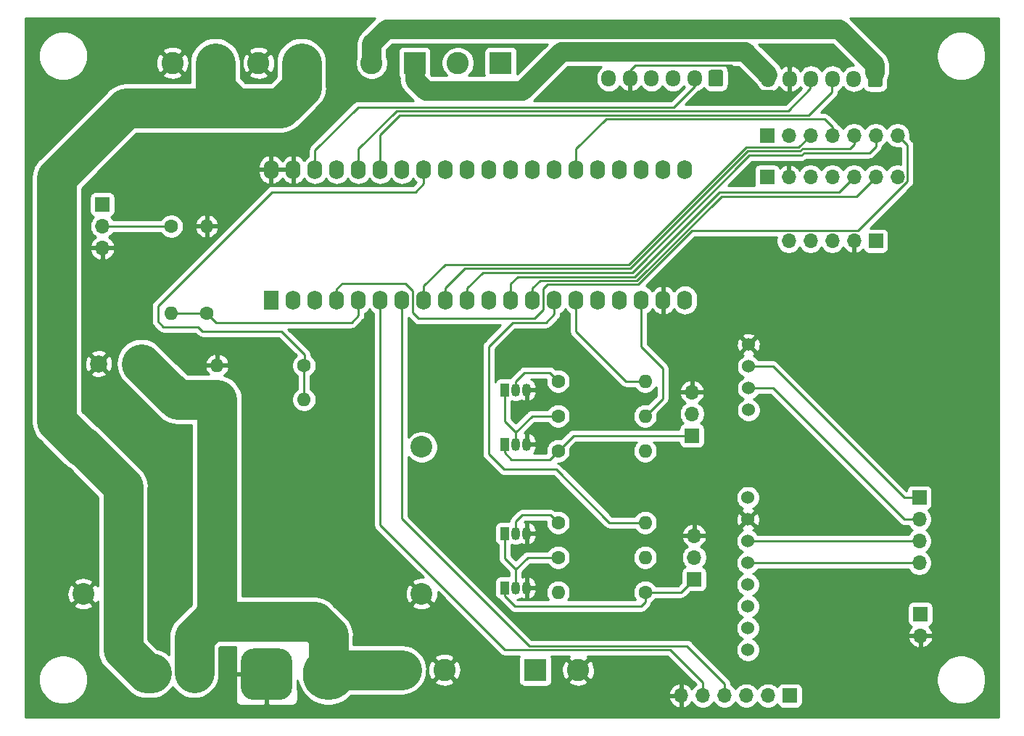
<source format=gbl>
%TF.GenerationSoftware,KiCad,Pcbnew,5.1.10-88a1d61d58~88~ubuntu20.04.1*%
%TF.CreationDate,2021-05-02T12:58:33-03:00*%
%TF.ProjectId,D3_Board,44335f42-6f61-4726-942e-6b696361645f,rev?*%
%TF.SameCoordinates,Original*%
%TF.FileFunction,Copper,L2,Bot*%
%TF.FilePolarity,Positive*%
%FSLAX46Y46*%
G04 Gerber Fmt 4.6, Leading zero omitted, Abs format (unit mm)*
G04 Created by KiCad (PCBNEW 5.1.10-88a1d61d58~88~ubuntu20.04.1) date 2021-05-02 12:58:33*
%MOMM*%
%LPD*%
G01*
G04 APERTURE LIST*
%TA.AperFunction,ComponentPad*%
%ADD10C,2.600000*%
%TD*%
%TA.AperFunction,ComponentPad*%
%ADD11R,2.600000X2.600000*%
%TD*%
%TA.AperFunction,ComponentPad*%
%ADD12C,1.524000*%
%TD*%
%TA.AperFunction,ComponentPad*%
%ADD13C,2.540000*%
%TD*%
%TA.AperFunction,ComponentPad*%
%ADD14R,2.540000X2.540000*%
%TD*%
%TA.AperFunction,ComponentPad*%
%ADD15R,1.727200X2.250000*%
%TD*%
%TA.AperFunction,ComponentPad*%
%ADD16O,1.727200X2.250000*%
%TD*%
%TA.AperFunction,ComponentPad*%
%ADD17O,1.600000X1.600000*%
%TD*%
%TA.AperFunction,ComponentPad*%
%ADD18C,1.600000*%
%TD*%
%TA.AperFunction,ComponentPad*%
%ADD19R,1.050000X1.500000*%
%TD*%
%TA.AperFunction,ComponentPad*%
%ADD20O,1.050000X1.500000*%
%TD*%
%TA.AperFunction,ComponentPad*%
%ADD21O,1.700000X1.700000*%
%TD*%
%TA.AperFunction,ComponentPad*%
%ADD22R,1.700000X1.700000*%
%TD*%
%TA.AperFunction,ComponentPad*%
%ADD23O,1.700000X1.950000*%
%TD*%
%TA.AperFunction,ComponentPad*%
%ADD24C,6.000000*%
%TD*%
%TA.AperFunction,ComponentPad*%
%ADD25C,2.000000*%
%TD*%
%TA.AperFunction,ComponentPad*%
%ADD26R,2.000000X2.000000*%
%TD*%
%TA.AperFunction,Conductor*%
%ADD27C,4.630000*%
%TD*%
%TA.AperFunction,Conductor*%
%ADD28C,0.250000*%
%TD*%
%TA.AperFunction,Conductor*%
%ADD29C,2.286000*%
%TD*%
%TA.AperFunction,Conductor*%
%ADD30C,0.254000*%
%TD*%
%TA.AperFunction,Conductor*%
%ADD31C,0.100000*%
%TD*%
G04 APERTURE END LIST*
D10*
%TO.P,J5,2*%
%TO.N,Net-(C1-Pad1)*%
X20367000Y-77152500D03*
D11*
%TO.P,J5,1*%
%TO.N,+12V*%
X15367000Y-77152500D03*
%TD*%
D12*
%TO.P,U4,8*%
%TO.N,Net-(U4-Pad8)*%
X85026500Y-74422000D03*
%TO.P,U4,7*%
%TO.N,Net-(U4-Pad7)*%
X85026500Y-71882000D03*
%TO.P,U4,6*%
%TO.N,Net-(U4-Pad6)*%
X85026500Y-69342000D03*
%TO.P,U4,5*%
%TO.N,Net-(U4-Pad5)*%
X85026500Y-66802000D03*
%TO.P,U4,4*%
%TO.N,/SDA*%
X85026500Y-64262000D03*
%TO.P,U4,3*%
%TO.N,/SCL*%
X85026500Y-61722000D03*
%TO.P,U4,2*%
%TO.N,GND*%
X85026500Y-59182000D03*
%TO.P,U4,1*%
%TO.N,+5V*%
X85026500Y-56642000D03*
%TD*%
%TO.P,U3,2*%
%TO.N,/RX_GPS*%
X85090000Y-43878500D03*
%TO.P,U3,3*%
%TO.N,/TX_GPS*%
X85090000Y-41338500D03*
%TO.P,U3,4*%
%TO.N,GND*%
X85090000Y-38798500D03*
%TO.P,U3,1*%
%TO.N,+5V*%
X85090000Y-46418500D03*
%TD*%
D13*
%TO.P,U2,4*%
%TO.N,+5V*%
X46926500Y-50736500D03*
%TO.P,U2,2*%
%TO.N,GND*%
X7429500Y-67881500D03*
%TO.P,U2,3*%
X46926500Y-67881500D03*
D14*
%TO.P,U2,1*%
%TO.N,+12V*%
X7429500Y-50736500D03*
%TD*%
D15*
%TO.P,U1,1*%
%TO.N,Net-(U1-Pad1)*%
X29413200Y-33591500D03*
D16*
%TO.P,U1,2*%
%TO.N,Net-(U1-Pad2)*%
X31953200Y-33591500D03*
%TO.P,U1,3*%
%TO.N,/MOTOR1_PWM*%
X34493200Y-33591500D03*
%TO.P,U1,4*%
%TO.N,/MOTOR2_PWM*%
X37033200Y-33591500D03*
%TO.P,U1,5*%
%TO.N,/ACS*%
X39573200Y-33591500D03*
%TO.P,U1,6*%
%TO.N,/RX_SERIAL*%
X42113200Y-33591500D03*
%TO.P,U1,7*%
%TO.N,/TX_SERIAL*%
X44653200Y-33591500D03*
%TO.P,U1,8*%
%TO.N,/MOTOR2_EN*%
X47193200Y-33591500D03*
%TO.P,U1,9*%
%TO.N,/MOTOR2_INA*%
X49733200Y-33591500D03*
%TO.P,U1,10*%
%TO.N,/MOTOR2_INB*%
X52273200Y-33591500D03*
%TO.P,U1,11*%
%TO.N,/MOTOR1_EN*%
X54813200Y-33591500D03*
%TO.P,U1,12*%
%TO.N,/MOTOR1_INA*%
X57353200Y-33591500D03*
%TO.P,U1,13*%
%TO.N,/MOTOR1_INB*%
X59893200Y-33591500D03*
%TO.P,U1,14*%
%TO.N,/SERVO1*%
X62433200Y-33591500D03*
%TO.P,U1,15*%
%TO.N,/SERVO2*%
X64973200Y-33591500D03*
%TO.P,U1,16*%
%TO.N,/ENCODER1_A*%
X67513200Y-33591500D03*
%TO.P,U1,17*%
%TO.N,/ENCODER1_B*%
X70053200Y-33591500D03*
%TO.P,U1,18*%
%TO.N,+5V*%
X72593200Y-33591500D03*
%TO.P,U1,19*%
%TO.N,GND*%
X75133200Y-33591500D03*
%TO.P,U1,20*%
%TO.N,+3V3*%
X77673200Y-33591500D03*
%TO.P,U1,21*%
%TO.N,Net-(U1-Pad21)*%
X77673200Y-18351500D03*
%TO.P,U1,22*%
%TO.N,Net-(U1-Pad22)*%
X75133200Y-18351500D03*
%TO.P,U1,23*%
%TO.N,Net-(U1-Pad23)*%
X72593200Y-18351500D03*
%TO.P,U1,24*%
%TO.N,Net-(U1-Pad24)*%
X70053200Y-18351500D03*
%TO.P,U1,25*%
%TO.N,/MOTOR1_CS*%
X67513200Y-18351500D03*
%TO.P,U1,26*%
%TO.N,/MOTOR2_CS*%
X64973200Y-18351500D03*
%TO.P,U1,27*%
%TO.N,Net-(U1-Pad27)*%
X62433200Y-18351500D03*
%TO.P,U1,28*%
%TO.N,Net-(U1-Pad28)*%
X59893200Y-18351500D03*
%TO.P,U1,29*%
%TO.N,/CS_LED*%
X57353200Y-18351500D03*
%TO.P,U1,30*%
%TO.N,/CLK_LED*%
X54813200Y-18351500D03*
%TO.P,U1,31*%
%TO.N,Net-(U1-Pad31)*%
X52273200Y-18351500D03*
%TO.P,U1,32*%
%TO.N,/DOUT_LED*%
X49733200Y-18351500D03*
%TO.P,U1,33*%
%TO.N,/AVS*%
X47193200Y-18351500D03*
%TO.P,U1,34*%
%TO.N,/BUZZER*%
X44653200Y-18351500D03*
%TO.P,U1,35*%
%TO.N,/ENCODER2_B*%
X42113200Y-18351500D03*
%TO.P,U1,36*%
%TO.N,/ENCODER2_A*%
X39573200Y-18351500D03*
%TO.P,U1,37*%
%TO.N,Net-(U1-Pad37)*%
X37033200Y-18351500D03*
%TO.P,U1,38*%
%TO.N,+3V3*%
X34493200Y-18351500D03*
%TO.P,U1,39*%
%TO.N,GND*%
X31953200Y-18351500D03*
%TO.P,U1,40*%
X29362400Y-18351500D03*
%TD*%
D17*
%TO.P,R10,2*%
%TO.N,GND*%
X21844000Y-24955500D03*
D18*
%TO.P,R10,1*%
%TO.N,/ACS*%
X21844000Y-35115500D03*
%TD*%
D17*
%TO.P,R9,2*%
%TO.N,/ACS*%
X17716500Y-35115500D03*
D18*
%TO.P,R9,1*%
%TO.N,Net-(J10-Pad2)*%
X17716500Y-24955500D03*
%TD*%
D17*
%TO.P,R8,2*%
%TO.N,+5V*%
X73025000Y-51181000D03*
D18*
%TO.P,R8,1*%
%TO.N,Net-(M2-Pad1)*%
X62865000Y-51181000D03*
%TD*%
D17*
%TO.P,R7,2*%
%TO.N,+5V*%
X62865000Y-67691000D03*
D18*
%TO.P,R7,1*%
%TO.N,Net-(M1-Pad1)*%
X73025000Y-67691000D03*
%TD*%
D17*
%TO.P,R6,2*%
%TO.N,+5V*%
X73025000Y-47117000D03*
D18*
%TO.P,R6,1*%
%TO.N,Net-(Q2-Pad1)*%
X62865000Y-47117000D03*
%TD*%
D17*
%TO.P,R5,2*%
%TO.N,+5V*%
X73025000Y-63627000D03*
D18*
%TO.P,R5,1*%
%TO.N,Net-(Q1-Pad1)*%
X62865000Y-63627000D03*
%TD*%
D17*
%TO.P,R4,2*%
%TO.N,/SERVO2*%
X73025000Y-43053000D03*
D18*
%TO.P,R4,1*%
%TO.N,Net-(Q2-Pad2)*%
X62865000Y-43053000D03*
%TD*%
D17*
%TO.P,R3,2*%
%TO.N,/SERVO1*%
X73025000Y-59563000D03*
D18*
%TO.P,R3,1*%
%TO.N,Net-(Q1-Pad2)*%
X62865000Y-59563000D03*
%TD*%
D17*
%TO.P,R2,2*%
%TO.N,GND*%
X23050500Y-41211500D03*
D18*
%TO.P,R2,1*%
%TO.N,/AVS*%
X33210500Y-41211500D03*
%TD*%
D17*
%TO.P,R1,2*%
%TO.N,/AVS*%
X33210500Y-45212000D03*
D18*
%TO.P,R1,1*%
%TO.N,Net-(C1-Pad1)*%
X23050500Y-45212000D03*
%TD*%
D19*
%TO.P,Q4,1*%
%TO.N,Net-(M2-Pad1)*%
X56642000Y-50419000D03*
D20*
%TO.P,Q4,3*%
%TO.N,GND*%
X59182000Y-50419000D03*
%TO.P,Q4,2*%
%TO.N,Net-(Q2-Pad1)*%
X57912000Y-50419000D03*
%TD*%
D19*
%TO.P,Q3,1*%
%TO.N,Net-(M1-Pad1)*%
X56642000Y-67183000D03*
D20*
%TO.P,Q3,3*%
%TO.N,GND*%
X59182000Y-67183000D03*
%TO.P,Q3,2*%
%TO.N,Net-(Q1-Pad1)*%
X57912000Y-67183000D03*
%TD*%
D19*
%TO.P,Q2,1*%
%TO.N,Net-(Q2-Pad1)*%
X56642000Y-44069000D03*
D20*
%TO.P,Q2,3*%
%TO.N,GND*%
X59182000Y-44069000D03*
%TO.P,Q2,2*%
%TO.N,Net-(Q2-Pad2)*%
X57912000Y-44069000D03*
%TD*%
D19*
%TO.P,Q1,1*%
%TO.N,Net-(Q1-Pad1)*%
X56642000Y-60833000D03*
D20*
%TO.P,Q1,3*%
%TO.N,GND*%
X59182000Y-60833000D03*
%TO.P,Q1,2*%
%TO.N,Net-(Q1-Pad2)*%
X57912000Y-60833000D03*
%TD*%
D21*
%TO.P,M2,3*%
%TO.N,GND*%
X78486000Y-44323000D03*
%TO.P,M2,2*%
%TO.N,+5V*%
X78486000Y-46863000D03*
D22*
%TO.P,M2,1*%
%TO.N,Net-(M2-Pad1)*%
X78486000Y-49403000D03*
%TD*%
D21*
%TO.P,M1,3*%
%TO.N,GND*%
X78740000Y-61087000D03*
%TO.P,M1,2*%
%TO.N,+5V*%
X78740000Y-63627000D03*
D22*
%TO.P,M1,1*%
%TO.N,Net-(M1-Pad1)*%
X78740000Y-66167000D03*
%TD*%
D10*
%TO.P,J17,2*%
%TO.N,/MOTOR2_M2*%
X41101000Y-5900000D03*
D11*
%TO.P,J17,1*%
%TO.N,/MOTOR2_M1*%
X46101000Y-5900000D03*
%TD*%
D10*
%TO.P,J16,2*%
%TO.N,GND*%
X17834600Y-5900000D03*
D11*
%TO.P,J16,1*%
%TO.N,+12V*%
X22834600Y-5900000D03*
%TD*%
D10*
%TO.P,J15,2*%
%TO.N,/MOTOR1_M2*%
X51159400Y-5900000D03*
D11*
%TO.P,J15,1*%
%TO.N,/MOTOR1_M1*%
X56159400Y-5900000D03*
%TD*%
D10*
%TO.P,J14,2*%
%TO.N,GND*%
X27893000Y-5900000D03*
D11*
%TO.P,J14,1*%
%TO.N,+12V*%
X32893000Y-5900000D03*
%TD*%
D22*
%TO.P,J13,1*%
%TO.N,/BUZZER*%
X105156000Y-70231000D03*
D21*
%TO.P,J13,2*%
%TO.N,GND*%
X105156000Y-72771000D03*
%TD*%
D22*
%TO.P,J12,1*%
%TO.N,+5V*%
X87249000Y-14351000D03*
D21*
%TO.P,J12,2*%
%TO.N,GND*%
X89789000Y-14351000D03*
%TO.P,J12,3*%
%TO.N,/MOTOR2_EN*%
X92329000Y-14351000D03*
%TO.P,J12,4*%
%TO.N,/MOTOR2_CS*%
X94869000Y-14351000D03*
%TO.P,J12,5*%
%TO.N,/MOTOR2_INA*%
X97409000Y-14351000D03*
%TO.P,J12,6*%
%TO.N,/MOTOR2_INB*%
X99949000Y-14351000D03*
%TO.P,J12,7*%
%TO.N,/MOTOR2_PWM*%
X102489000Y-14351000D03*
%TD*%
%TO.P,J11,7*%
%TO.N,/MOTOR1_PWM*%
X102489000Y-19177000D03*
%TO.P,J11,6*%
%TO.N,/MOTOR1_INB*%
X99949000Y-19177000D03*
%TO.P,J11,5*%
%TO.N,/MOTOR1_INA*%
X97409000Y-19177000D03*
%TO.P,J11,4*%
%TO.N,/MOTOR1_CS*%
X94869000Y-19177000D03*
%TO.P,J11,3*%
%TO.N,/MOTOR1_EN*%
X92329000Y-19177000D03*
%TO.P,J11,2*%
%TO.N,GND*%
X89789000Y-19177000D03*
D22*
%TO.P,J11,1*%
%TO.N,+5V*%
X87249000Y-19177000D03*
%TD*%
D21*
%TO.P,J10,3*%
%TO.N,GND*%
X9652000Y-27495500D03*
%TO.P,J10,2*%
%TO.N,Net-(J10-Pad2)*%
X9652000Y-24955500D03*
D22*
%TO.P,J10,1*%
%TO.N,+5V*%
X9652000Y-22415500D03*
%TD*%
D23*
%TO.P,J9,6*%
%TO.N,/MOTOR2_M1*%
X87385500Y-7747000D03*
%TO.P,J9,5*%
%TO.N,GND*%
X89885500Y-7747000D03*
%TO.P,J9,4*%
%TO.N,/ENCODER2_A*%
X92385500Y-7747000D03*
%TO.P,J9,3*%
%TO.N,/ENCODER2_B*%
X94885500Y-7747000D03*
%TO.P,J9,2*%
%TO.N,+3V3*%
X97385500Y-7747000D03*
%TO.P,J9,1*%
%TO.N,/MOTOR2_M2*%
%TA.AperFunction,ComponentPad*%
G36*
G01*
X100735500Y-7022000D02*
X100735500Y-8472000D01*
G75*
G02*
X100485500Y-8722000I-250000J0D01*
G01*
X99285500Y-8722000D01*
G75*
G02*
X99035500Y-8472000I0J250000D01*
G01*
X99035500Y-7022000D01*
G75*
G02*
X99285500Y-6772000I250000J0D01*
G01*
X100485500Y-6772000D01*
G75*
G02*
X100735500Y-7022000I0J-250000D01*
G01*
G37*
%TD.AperFunction*%
%TD*%
%TO.P,J8,6*%
%TO.N,/MOTOR1_M1*%
X68780000Y-7683500D03*
%TO.P,J8,5*%
%TO.N,GND*%
X71280000Y-7683500D03*
%TO.P,J8,4*%
%TO.N,/ENCODER1_A*%
X73780000Y-7683500D03*
%TO.P,J8,3*%
%TO.N,/ENCODER1_B*%
X76280000Y-7683500D03*
%TO.P,J8,2*%
%TO.N,+3V3*%
X78780000Y-7683500D03*
%TO.P,J8,1*%
%TO.N,/MOTOR1_M2*%
%TA.AperFunction,ComponentPad*%
G36*
G01*
X82130000Y-6958500D02*
X82130000Y-8408500D01*
G75*
G02*
X81880000Y-8658500I-250000J0D01*
G01*
X80680000Y-8658500D01*
G75*
G02*
X80430000Y-8408500I0J250000D01*
G01*
X80430000Y-6958500D01*
G75*
G02*
X80680000Y-6708500I250000J0D01*
G01*
X81880000Y-6708500D01*
G75*
G02*
X82130000Y-6958500I0J-250000D01*
G01*
G37*
%TD.AperFunction*%
%TD*%
D21*
%TO.P,J7,6*%
%TO.N,GND*%
X77216000Y-79756000D03*
%TO.P,J7,5*%
%TO.N,/RX_SERIAL*%
X79756000Y-79756000D03*
%TO.P,J7,4*%
%TO.N,/TX_SERIAL*%
X82296000Y-79756000D03*
%TO.P,J7,3*%
%TO.N,Net-(J7-Pad3)*%
X84836000Y-79756000D03*
%TO.P,J7,2*%
%TO.N,Net-(J7-Pad2)*%
X87376000Y-79756000D03*
D22*
%TO.P,J7,1*%
%TO.N,+5V*%
X89916000Y-79756000D03*
%TD*%
%TO.P,J6,1*%
%TO.N,+5V*%
X99949000Y-26670000D03*
D21*
%TO.P,J6,2*%
%TO.N,GND*%
X97409000Y-26670000D03*
%TO.P,J6,3*%
%TO.N,/DOUT_LED*%
X94869000Y-26670000D03*
%TO.P,J6,4*%
%TO.N,/CS_LED*%
X92329000Y-26670000D03*
%TO.P,J6,5*%
%TO.N,/CLK_LED*%
X89789000Y-26670000D03*
%TD*%
D22*
%TO.P,J4,1*%
%TO.N,/TX_GPS*%
X105029000Y-56642000D03*
D21*
%TO.P,J4,2*%
%TO.N,/RX_GPS*%
X105029000Y-59182000D03*
%TO.P,J4,3*%
%TO.N,/SCL*%
X105029000Y-61722000D03*
%TO.P,J4,4*%
%TO.N,/SDA*%
X105029000Y-64262000D03*
%TD*%
D10*
%TO.P,J3,2*%
%TO.N,GND*%
X65198000Y-76771500D03*
D11*
%TO.P,J3,1*%
%TO.N,+5V*%
X60198000Y-76771500D03*
%TD*%
D10*
%TO.P,J2,2*%
%TO.N,GND*%
X49577000Y-76771500D03*
D11*
%TO.P,J2,1*%
%TO.N,Net-(C1-Pad1)*%
X44577000Y-76771500D03*
%TD*%
%TO.P,J1,1*%
%TO.N,GND*%
%TA.AperFunction,ComponentPad*%
G36*
G01*
X25829000Y-78779500D02*
X25829000Y-75779500D01*
G75*
G02*
X27329000Y-74279500I1500000J0D01*
G01*
X30329000Y-74279500D01*
G75*
G02*
X31829000Y-75779500I0J-1500000D01*
G01*
X31829000Y-78779500D01*
G75*
G02*
X30329000Y-80279500I-1500000J0D01*
G01*
X27329000Y-80279500D01*
G75*
G02*
X25829000Y-78779500I0J1500000D01*
G01*
G37*
%TD.AperFunction*%
D24*
%TO.P,J1,2*%
%TO.N,Net-(C1-Pad1)*%
X36029000Y-77279500D03*
%TD*%
D25*
%TO.P,C1,2*%
%TO.N,GND*%
X9224000Y-41021000D03*
D26*
%TO.P,C1,1*%
%TO.N,Net-(C1-Pad1)*%
X14224000Y-41021000D03*
%TD*%
D27*
%TO.N,+12V*%
X22834600Y-5900000D02*
X22834600Y-8864600D01*
X22834600Y-8864600D02*
X25146000Y-11176000D01*
X25146000Y-11176000D02*
X30480000Y-11176000D01*
X32893000Y-8763000D02*
X32893000Y-5900000D01*
X30480000Y-11176000D02*
X32893000Y-8763000D01*
X12065000Y-55372000D02*
X7429500Y-50736500D01*
X12065000Y-74422000D02*
X12065000Y-55372000D01*
X14795500Y-77152500D02*
X12065000Y-74422000D01*
X15367000Y-77152500D02*
X14795500Y-77152500D01*
X25146000Y-11176000D02*
X12446000Y-11176000D01*
X7302500Y-50736500D02*
X4318000Y-47752000D01*
X7429500Y-50736500D02*
X7302500Y-50736500D01*
X4318000Y-19304000D02*
X12446000Y-11176000D01*
X4318000Y-47752000D02*
X4318000Y-19304000D01*
D28*
%TO.N,GND*%
X87891600Y-9144000D02*
X86042500Y-9144000D01*
X71280000Y-7683500D02*
X71280000Y-6761500D01*
X71882000Y-6159500D02*
X83058000Y-6159500D01*
X71280000Y-6761500D02*
X71882000Y-6159500D01*
X86042500Y-9144000D02*
X83058000Y-6159500D01*
%TO.N,+5V*%
X72593200Y-33591500D02*
X72593200Y-39065200D01*
X72593200Y-39065200D02*
X75057000Y-41529000D01*
X75057000Y-45085000D02*
X73025000Y-47117000D01*
X75057000Y-41529000D02*
X75057000Y-45085000D01*
%TO.N,/TX_GPS*%
X85090000Y-41338500D02*
X87947500Y-41338500D01*
X103251000Y-56642000D02*
X105029000Y-56642000D01*
X87947500Y-41338500D02*
X103251000Y-56642000D01*
%TO.N,/RX_GPS*%
X85090000Y-43878500D02*
X87947500Y-43878500D01*
X103251000Y-59182000D02*
X105029000Y-59182000D01*
X87947500Y-43878500D02*
X103251000Y-59182000D01*
%TO.N,/SCL*%
X105029000Y-61722000D02*
X85026500Y-61722000D01*
%TO.N,/SDA*%
X85026500Y-64262000D02*
X105029000Y-64262000D01*
%TO.N,/RX_SERIAL*%
X79756000Y-79756000D02*
X79756000Y-78232000D01*
X79756000Y-78232000D02*
X75946000Y-74422000D01*
X75946000Y-74422000D02*
X56642000Y-74422000D01*
X42113200Y-59893200D02*
X42113200Y-33591500D01*
X56642000Y-74422000D02*
X42113200Y-59893200D01*
%TO.N,/TX_SERIAL*%
X82296000Y-78359000D02*
X82296000Y-79756000D01*
X77908990Y-73971990D02*
X82296000Y-78359000D01*
X44653200Y-59131200D02*
X59493990Y-73971990D01*
X59493990Y-73971990D02*
X77908990Y-73971990D01*
X44653200Y-33591500D02*
X44653200Y-59131200D01*
%TO.N,+3V3*%
X78780000Y-8596000D02*
X78780000Y-7239000D01*
X76332510Y-11043490D02*
X78780000Y-8596000D01*
X39502510Y-11043490D02*
X76332510Y-11043490D01*
X34493200Y-16052800D02*
X39502510Y-11043490D01*
X34493200Y-18351500D02*
X34493200Y-16052800D01*
%TO.N,/ENCODER1_B*%
X76280000Y-7048500D02*
X76280000Y-7765500D01*
%TO.N,/ENCODER1_A*%
X73780000Y-7048500D02*
X73713120Y-7048500D01*
D29*
%TO.N,/MOTOR2_M1*%
X46101000Y-7874000D02*
X46101000Y-5900000D01*
X58674000Y-9144000D02*
X47371000Y-9144000D01*
X47371000Y-9144000D02*
X46101000Y-7874000D01*
X87296600Y-7239000D02*
X84629600Y-4572000D01*
X63246000Y-4572000D02*
X58674000Y-9144000D01*
X84629600Y-4572000D02*
X63246000Y-4572000D01*
D28*
%TO.N,/ENCODER2_A*%
X92296600Y-8922400D02*
X92296600Y-7239000D01*
X44005500Y-11493500D02*
X89725500Y-11493500D01*
X39573200Y-18351500D02*
X39573200Y-15925800D01*
X39573200Y-15925800D02*
X44005500Y-11493500D01*
X89725500Y-11493500D02*
X92296600Y-8922400D01*
%TO.N,/ENCODER2_B*%
X42113200Y-14274800D02*
X42113200Y-18351500D01*
X44392010Y-11995990D02*
X44354750Y-12033250D01*
X92144010Y-11995990D02*
X44392010Y-11995990D01*
X94796600Y-9343400D02*
X92144010Y-11995990D01*
X94796600Y-7239000D02*
X94796600Y-9343400D01*
X44354750Y-12033250D02*
X42113200Y-14274800D01*
D29*
%TO.N,/MOTOR2_M2*%
X99796600Y-7048500D02*
X99796600Y-6073500D01*
X99796600Y-6073500D02*
X95628100Y-1905000D01*
X42799000Y-1905000D02*
X41101000Y-3603000D01*
X41101000Y-3603000D02*
X41101000Y-5900000D01*
X95628100Y-1905000D02*
X42799000Y-1905000D01*
D28*
%TO.N,/MOTOR1_INB*%
X60763990Y-31311010D02*
X59893200Y-32181800D01*
X72066990Y-31311010D02*
X60763990Y-31311010D01*
X59893200Y-32181800D02*
X59893200Y-33591500D01*
X81915000Y-21463000D02*
X72066990Y-31311010D01*
X97663000Y-21463000D02*
X81915000Y-21463000D01*
X99949000Y-19177000D02*
X97663000Y-21463000D01*
%TO.N,/MOTOR1_INA*%
X97409000Y-19177000D02*
X95631000Y-20955000D01*
X71755000Y-30861000D02*
X81661000Y-20955000D01*
X58166000Y-30861000D02*
X71755000Y-30861000D01*
X57353200Y-31673800D02*
X58166000Y-30861000D01*
X57353200Y-33591500D02*
X57353200Y-31673800D01*
X95631000Y-20955000D02*
X81661000Y-20955000D01*
%TO.N,/MOTOR2_EN*%
X47193200Y-31927800D02*
X47193200Y-33591500D01*
X49668020Y-29452980D02*
X47193200Y-31927800D01*
X71128200Y-29452980D02*
X49668020Y-29452980D01*
X84833180Y-15748000D02*
X71128200Y-29452980D01*
X90932000Y-15748000D02*
X84833180Y-15748000D01*
X92329000Y-14351000D02*
X90932000Y-15748000D01*
%TO.N,/MOTOR2_CS*%
X64973200Y-15925800D02*
X64973200Y-18351500D01*
X94869000Y-14351000D02*
X94869000Y-13335000D01*
X93980000Y-12446000D02*
X68453000Y-12446000D01*
X68453000Y-12446000D02*
X64973200Y-15925800D01*
X94869000Y-13335000D02*
X93980000Y-12446000D01*
%TO.N,/MOTOR2_INA*%
X97409000Y-14351000D02*
X97409000Y-15113000D01*
X97409000Y-15430500D02*
X97409000Y-14351000D01*
X91118401Y-16198009D02*
X91441410Y-15875000D01*
X85019580Y-16198010D02*
X91118401Y-16198009D01*
X71314600Y-29902990D02*
X85019580Y-16198010D01*
X91441410Y-15875000D02*
X96964500Y-15875000D01*
X52012010Y-29902990D02*
X71314600Y-29902990D01*
X96964500Y-15875000D02*
X97409000Y-15430500D01*
X49733200Y-32181800D02*
X52012010Y-29902990D01*
X49733200Y-33591500D02*
X49733200Y-32181800D01*
%TO.N,/MOTOR2_INB*%
X99185590Y-16384410D02*
X99949000Y-15621000D01*
X91568410Y-16384410D02*
X99185590Y-16384410D01*
X91304800Y-16648018D02*
X91568410Y-16384410D01*
X85205982Y-16648018D02*
X91304800Y-16648018D01*
X54102000Y-30353000D02*
X71501000Y-30353000D01*
X71501000Y-30353000D02*
X85205982Y-16648018D01*
X52273200Y-32181800D02*
X54102000Y-30353000D01*
X99949000Y-15621000D02*
X99949000Y-14351000D01*
X52273200Y-33591500D02*
X52273200Y-32181800D01*
%TO.N,/MOTOR2_PWM*%
X37033200Y-33591500D02*
X37033200Y-32245300D01*
X61647480Y-31761020D02*
X72210520Y-31761020D01*
X37033200Y-32245300D02*
X37655500Y-31623000D01*
X37655500Y-31623000D02*
X45021500Y-31623000D01*
X45910500Y-32512000D02*
X45910500Y-35052000D01*
X60076510Y-35744990D02*
X61150500Y-34671000D01*
X45910500Y-35052000D02*
X46603490Y-35744990D01*
X46603490Y-35744990D02*
X60076510Y-35744990D01*
X61150500Y-34671000D02*
X61150500Y-32258000D01*
X61150500Y-32258000D02*
X61647480Y-31761020D01*
X45021500Y-31623000D02*
X45910500Y-32512000D01*
X102489000Y-14351000D02*
X103664001Y-15526001D01*
X78519411Y-25494999D02*
X72253390Y-31761020D01*
X103664001Y-19741001D02*
X97910003Y-25494999D01*
X97910003Y-25494999D02*
X78519411Y-25494999D01*
X72253390Y-31761020D02*
X62158552Y-31761020D01*
X103664001Y-15526001D02*
X103664001Y-19741001D01*
%TO.N,Net-(M1-Pad1)*%
X77216000Y-67691000D02*
X78740000Y-66167000D01*
X73025000Y-67691000D02*
X77216000Y-67691000D01*
X56642000Y-68183000D02*
X57801000Y-69342000D01*
X56642000Y-67183000D02*
X56642000Y-68183000D01*
X57801000Y-69342000D02*
X72517000Y-69342000D01*
X73025000Y-68834000D02*
X73025000Y-67691000D01*
X72517000Y-69342000D02*
X73025000Y-68834000D01*
%TO.N,Net-(M2-Pad1)*%
X56642000Y-51419000D02*
X57420000Y-52197000D01*
X56642000Y-50419000D02*
X56642000Y-51419000D01*
X61849000Y-52197000D02*
X62865000Y-51181000D01*
X57420000Y-52197000D02*
X61849000Y-52197000D01*
X62865000Y-51181000D02*
X64643000Y-49403000D01*
X64643000Y-49403000D02*
X78486000Y-49403000D01*
%TO.N,Net-(Q1-Pad1)*%
X56642000Y-60833000D02*
X56642000Y-63754000D01*
X57912000Y-65024000D02*
X57912000Y-67183000D01*
X56642000Y-63754000D02*
X57912000Y-65024000D01*
X59309000Y-63627000D02*
X57912000Y-65024000D01*
X62865000Y-63627000D02*
X59309000Y-63627000D01*
%TO.N,Net-(Q1-Pad2)*%
X57912000Y-60833000D02*
X57912000Y-59436000D01*
X57912000Y-59436000D02*
X58674000Y-58674000D01*
X61976000Y-58674000D02*
X62865000Y-59563000D01*
X58674000Y-58674000D02*
X61976000Y-58674000D01*
%TO.N,Net-(Q2-Pad2)*%
X57912000Y-44069000D02*
X57912000Y-43688000D01*
X57912000Y-43069000D02*
X58944000Y-42037000D01*
X57912000Y-44069000D02*
X57912000Y-43069000D01*
X61849000Y-42037000D02*
X62865000Y-43053000D01*
X58944000Y-42037000D02*
X61849000Y-42037000D01*
%TO.N,Net-(Q2-Pad1)*%
X56642000Y-44069000D02*
X56642000Y-47752000D01*
X57912000Y-49022000D02*
X57912000Y-50419000D01*
X56642000Y-47752000D02*
X57912000Y-49022000D01*
X59817000Y-47117000D02*
X57912000Y-49022000D01*
X62865000Y-47117000D02*
X59817000Y-47117000D01*
%TO.N,/AVS*%
X30543500Y-37211000D02*
X33274000Y-39941500D01*
X21336000Y-37211000D02*
X30543500Y-37211000D01*
X20828000Y-36703000D02*
X21336000Y-37211000D01*
X16764000Y-36703000D02*
X20828000Y-36703000D01*
X16129000Y-36068000D02*
X16764000Y-36703000D01*
X16129000Y-34290000D02*
X16129000Y-36068000D01*
X29464000Y-20955000D02*
X16129000Y-34290000D01*
X46228000Y-20955000D02*
X29464000Y-20955000D01*
X47193200Y-19989800D02*
X46228000Y-20955000D01*
X47193200Y-18351500D02*
X47193200Y-19989800D01*
X33274000Y-41148000D02*
X33210500Y-41211500D01*
X33274000Y-39941500D02*
X33274000Y-41148000D01*
X33210500Y-41211500D02*
X33210500Y-45212000D01*
%TO.N,/SERVO1*%
X73025000Y-59563000D02*
X68834000Y-59563000D01*
X68834000Y-59563000D02*
X62611000Y-53340000D01*
X62611000Y-53340000D02*
X56515000Y-53340000D01*
X56515000Y-53340000D02*
X54737000Y-51562000D01*
X54737000Y-51562000D02*
X54737000Y-38989000D01*
X54737000Y-38989000D02*
X57531000Y-36195000D01*
X57531000Y-36195000D02*
X61468000Y-36195000D01*
X62433200Y-35229800D02*
X62433200Y-33591500D01*
X61468000Y-36195000D02*
X62433200Y-35229800D01*
%TO.N,/SERVO2*%
X64973200Y-37287200D02*
X64973200Y-33591500D01*
X73025000Y-43053000D02*
X70739000Y-43053000D01*
X64973200Y-37287200D02*
X70739000Y-43053000D01*
%TO.N,/ACS*%
X17716500Y-35115500D02*
X21844000Y-35115500D01*
X21844000Y-35115500D02*
X22923500Y-36195000D01*
X22923500Y-36195000D02*
X38735000Y-36195000D01*
X39573200Y-35356800D02*
X39573200Y-33591500D01*
X38735000Y-36195000D02*
X39573200Y-35356800D01*
%TO.N,Net-(J10-Pad2)*%
X9652000Y-24955500D02*
X17716500Y-24955500D01*
D27*
%TO.N,Net-(C1-Pad1)*%
X36537000Y-76771500D02*
X36029000Y-77279500D01*
X44577000Y-76771500D02*
X36537000Y-76771500D01*
X36029000Y-77279500D02*
X36029000Y-72732000D01*
X36029000Y-72732000D02*
X34417000Y-71120000D01*
X20367000Y-72978000D02*
X20367000Y-77152500D01*
X22225000Y-71120000D02*
X20367000Y-72978000D01*
X34417000Y-71120000D02*
X22225000Y-71120000D01*
X14224000Y-41021000D02*
X17208500Y-44005500D01*
X23050500Y-70294500D02*
X22225000Y-71120000D01*
X23050500Y-45212000D02*
X23050500Y-70294500D01*
X18415000Y-45212000D02*
X17208500Y-44005500D01*
X23050500Y-45212000D02*
X18415000Y-45212000D01*
%TD*%
D30*
%TO.N,GND*%
X41480011Y-709517D02*
X39905522Y-2284007D01*
X39837682Y-2339682D01*
X39615495Y-2610418D01*
X39450395Y-2919298D01*
X39348727Y-3254452D01*
X39323000Y-3515663D01*
X39323000Y-3515673D01*
X39314399Y-3603000D01*
X39323000Y-3690328D01*
X39323001Y-5136071D01*
X39240361Y-5335581D01*
X39166000Y-5709419D01*
X39166000Y-6090581D01*
X39240361Y-6464419D01*
X39386225Y-6816566D01*
X39597987Y-7133491D01*
X39867509Y-7403013D01*
X40184434Y-7614775D01*
X40536581Y-7760639D01*
X40910419Y-7835000D01*
X41291581Y-7835000D01*
X41665419Y-7760639D01*
X42017566Y-7614775D01*
X42334491Y-7403013D01*
X42604013Y-7133491D01*
X42815775Y-6816566D01*
X42961639Y-6464419D01*
X43036000Y-6090581D01*
X43036000Y-5709419D01*
X42961639Y-5335581D01*
X42879000Y-5136073D01*
X42879000Y-4339471D01*
X43535472Y-3683000D01*
X61620529Y-3683000D01*
X58096810Y-7206719D01*
X58097472Y-7200000D01*
X58097472Y-4600000D01*
X58085212Y-4475518D01*
X58048902Y-4355820D01*
X57989937Y-4245506D01*
X57910585Y-4148815D01*
X57813894Y-4069463D01*
X57703580Y-4010498D01*
X57583882Y-3974188D01*
X57459400Y-3961928D01*
X54859400Y-3961928D01*
X54734918Y-3974188D01*
X54615220Y-4010498D01*
X54504906Y-4069463D01*
X54408215Y-4148815D01*
X54328863Y-4245506D01*
X54269898Y-4355820D01*
X54233588Y-4475518D01*
X54221328Y-4600000D01*
X54221328Y-7200000D01*
X54233588Y-7324482D01*
X54246182Y-7366000D01*
X52429904Y-7366000D01*
X52662413Y-7133491D01*
X52874175Y-6816566D01*
X53020039Y-6464419D01*
X53094400Y-6090581D01*
X53094400Y-5709419D01*
X53020039Y-5335581D01*
X52874175Y-4983434D01*
X52662413Y-4666509D01*
X52392891Y-4396987D01*
X52075966Y-4185225D01*
X51723819Y-4039361D01*
X51349981Y-3965000D01*
X50968819Y-3965000D01*
X50594981Y-4039361D01*
X50242834Y-4185225D01*
X49925909Y-4396987D01*
X49656387Y-4666509D01*
X49444625Y-4983434D01*
X49298761Y-5335581D01*
X49224400Y-5709419D01*
X49224400Y-6090581D01*
X49298761Y-6464419D01*
X49444625Y-6816566D01*
X49656387Y-7133491D01*
X49888896Y-7366000D01*
X48107471Y-7366000D01*
X48030321Y-7288850D01*
X48039072Y-7200000D01*
X48039072Y-4600000D01*
X48026812Y-4475518D01*
X47990502Y-4355820D01*
X47931537Y-4245506D01*
X47852185Y-4148815D01*
X47755494Y-4069463D01*
X47645180Y-4010498D01*
X47525482Y-3974188D01*
X47401000Y-3961928D01*
X44801000Y-3961928D01*
X44676518Y-3974188D01*
X44556820Y-4010498D01*
X44446506Y-4069463D01*
X44349815Y-4148815D01*
X44270463Y-4245506D01*
X44211498Y-4355820D01*
X44175188Y-4475518D01*
X44162928Y-4600000D01*
X44162928Y-7200000D01*
X44175188Y-7324482D01*
X44211498Y-7444180D01*
X44270463Y-7554494D01*
X44323000Y-7618511D01*
X44323000Y-7786672D01*
X44314399Y-7874000D01*
X44323000Y-7961327D01*
X44323000Y-7961337D01*
X44348727Y-8222548D01*
X44450395Y-8557702D01*
X44615495Y-8866582D01*
X44837682Y-9137318D01*
X44905522Y-9192993D01*
X45996019Y-10283490D01*
X39539832Y-10283490D01*
X39502509Y-10279814D01*
X39465186Y-10283490D01*
X39465177Y-10283490D01*
X39353524Y-10294487D01*
X39210263Y-10337944D01*
X39078233Y-10408516D01*
X38994593Y-10477158D01*
X38962509Y-10503489D01*
X38938711Y-10532487D01*
X33982198Y-15489001D01*
X33953200Y-15512799D01*
X33929402Y-15541797D01*
X33929401Y-15541798D01*
X33858226Y-15628524D01*
X33787654Y-15760554D01*
X33767556Y-15826812D01*
X33744198Y-15903814D01*
X33740390Y-15942473D01*
X33729524Y-16052800D01*
X33733201Y-16090132D01*
X33733201Y-16797084D01*
X33656595Y-16838031D01*
X33428403Y-17025303D01*
X33241131Y-17253494D01*
X33220093Y-17292853D01*
X33128683Y-17151926D01*
X32923068Y-16940627D01*
X32680181Y-16773502D01*
X32409357Y-16656973D01*
X32312226Y-16635142D01*
X32080200Y-16756283D01*
X32080200Y-18224500D01*
X32100200Y-18224500D01*
X32100200Y-18478500D01*
X32080200Y-18478500D01*
X32080200Y-19946717D01*
X32312226Y-20067858D01*
X32409357Y-20046027D01*
X32680181Y-19929498D01*
X32923068Y-19762373D01*
X33128683Y-19551074D01*
X33220094Y-19410147D01*
X33241131Y-19449505D01*
X33428403Y-19677697D01*
X33656594Y-19864969D01*
X33916936Y-20004125D01*
X34199423Y-20089816D01*
X34493200Y-20118751D01*
X34786976Y-20089816D01*
X35069463Y-20004125D01*
X35329805Y-19864969D01*
X35557997Y-19677697D01*
X35745269Y-19449506D01*
X35763200Y-19415959D01*
X35781131Y-19449505D01*
X35968403Y-19677697D01*
X36196594Y-19864969D01*
X36456936Y-20004125D01*
X36739423Y-20089816D01*
X37033200Y-20118751D01*
X37326976Y-20089816D01*
X37609463Y-20004125D01*
X37869805Y-19864969D01*
X38097997Y-19677697D01*
X38285269Y-19449506D01*
X38303200Y-19415959D01*
X38321131Y-19449505D01*
X38508403Y-19677697D01*
X38736594Y-19864969D01*
X38996936Y-20004125D01*
X39279423Y-20089816D01*
X39573200Y-20118751D01*
X39866976Y-20089816D01*
X40149463Y-20004125D01*
X40409805Y-19864969D01*
X40637997Y-19677697D01*
X40825269Y-19449506D01*
X40843200Y-19415959D01*
X40861131Y-19449505D01*
X41048403Y-19677697D01*
X41276594Y-19864969D01*
X41536936Y-20004125D01*
X41819423Y-20089816D01*
X42113200Y-20118751D01*
X42406976Y-20089816D01*
X42689463Y-20004125D01*
X42949805Y-19864969D01*
X43177997Y-19677697D01*
X43365269Y-19449506D01*
X43383200Y-19415959D01*
X43401131Y-19449505D01*
X43588403Y-19677697D01*
X43816594Y-19864969D01*
X44076936Y-20004125D01*
X44359423Y-20089816D01*
X44653200Y-20118751D01*
X44946976Y-20089816D01*
X45229463Y-20004125D01*
X45489805Y-19864969D01*
X45717997Y-19677697D01*
X45905269Y-19449506D01*
X45923200Y-19415959D01*
X45941131Y-19449505D01*
X46128403Y-19677697D01*
X46294329Y-19813869D01*
X45913199Y-20195000D01*
X29501323Y-20195000D01*
X29464000Y-20191324D01*
X29426677Y-20195000D01*
X29426667Y-20195000D01*
X29315014Y-20205997D01*
X29171753Y-20249454D01*
X29039724Y-20320026D01*
X28923999Y-20414999D01*
X28900201Y-20443997D01*
X15618003Y-33726196D01*
X15588999Y-33749999D01*
X15533871Y-33817174D01*
X15494026Y-33865724D01*
X15463947Y-33921998D01*
X15423454Y-33997754D01*
X15379997Y-34141015D01*
X15369000Y-34252668D01*
X15369000Y-34252678D01*
X15365324Y-34290000D01*
X15369000Y-34327323D01*
X15369001Y-36030668D01*
X15365324Y-36068000D01*
X15379998Y-36216985D01*
X15423454Y-36360246D01*
X15494026Y-36492276D01*
X15562759Y-36576026D01*
X15589000Y-36608001D01*
X15617998Y-36631799D01*
X16200200Y-37214002D01*
X16223999Y-37243001D01*
X16252997Y-37266799D01*
X16339724Y-37337974D01*
X16471753Y-37408546D01*
X16615014Y-37452003D01*
X16764000Y-37466677D01*
X16801333Y-37463000D01*
X20513199Y-37463000D01*
X20772200Y-37722002D01*
X20795999Y-37751001D01*
X20911724Y-37845974D01*
X21043753Y-37916546D01*
X21187014Y-37960003D01*
X21298667Y-37971000D01*
X21298676Y-37971000D01*
X21335999Y-37974676D01*
X21373322Y-37971000D01*
X30228699Y-37971000D01*
X32331001Y-40073303D01*
X32295741Y-40096863D01*
X32095863Y-40296741D01*
X31938820Y-40531773D01*
X31830647Y-40792926D01*
X31775500Y-41070165D01*
X31775500Y-41352835D01*
X31830647Y-41630074D01*
X31938820Y-41891227D01*
X32095863Y-42126259D01*
X32295741Y-42326137D01*
X32450500Y-42429544D01*
X32450501Y-43993956D01*
X32295741Y-44097363D01*
X32095863Y-44297241D01*
X31938820Y-44532273D01*
X31830647Y-44793426D01*
X31775500Y-45070665D01*
X31775500Y-45353335D01*
X31830647Y-45630574D01*
X31938820Y-45891727D01*
X32095863Y-46126759D01*
X32295741Y-46326637D01*
X32530773Y-46483680D01*
X32791926Y-46591853D01*
X33069165Y-46647000D01*
X33351835Y-46647000D01*
X33629074Y-46591853D01*
X33890227Y-46483680D01*
X34125259Y-46326637D01*
X34325137Y-46126759D01*
X34482180Y-45891727D01*
X34590353Y-45630574D01*
X34645500Y-45353335D01*
X34645500Y-45070665D01*
X34590353Y-44793426D01*
X34482180Y-44532273D01*
X34325137Y-44297241D01*
X34125259Y-44097363D01*
X33970500Y-43993957D01*
X33970500Y-42429543D01*
X34125259Y-42326137D01*
X34325137Y-42126259D01*
X34482180Y-41891227D01*
X34590353Y-41630074D01*
X34645500Y-41352835D01*
X34645500Y-41070165D01*
X34590353Y-40792926D01*
X34482180Y-40531773D01*
X34325137Y-40296741D01*
X34125259Y-40096863D01*
X34034000Y-40035886D01*
X34034000Y-39978822D01*
X34037676Y-39941499D01*
X34034000Y-39904176D01*
X34034000Y-39904167D01*
X34023003Y-39792514D01*
X33979546Y-39649253D01*
X33964544Y-39621186D01*
X33908974Y-39517223D01*
X33837799Y-39430497D01*
X33814001Y-39401499D01*
X33785004Y-39377702D01*
X31362301Y-36955000D01*
X38697678Y-36955000D01*
X38735000Y-36958676D01*
X38772322Y-36955000D01*
X38772333Y-36955000D01*
X38883986Y-36944003D01*
X39027247Y-36900546D01*
X39159276Y-36829974D01*
X39275001Y-36735001D01*
X39298803Y-36705998D01*
X40084204Y-35920598D01*
X40113201Y-35896801D01*
X40208174Y-35781076D01*
X40278746Y-35649047D01*
X40322203Y-35505786D01*
X40333200Y-35394133D01*
X40333200Y-35394123D01*
X40336876Y-35356800D01*
X40333200Y-35319477D01*
X40333200Y-35145916D01*
X40409806Y-35104969D01*
X40637997Y-34917697D01*
X40825269Y-34689506D01*
X40843200Y-34655960D01*
X40861131Y-34689506D01*
X41048403Y-34917697D01*
X41276595Y-35104969D01*
X41353201Y-35145916D01*
X41353200Y-59855878D01*
X41349524Y-59893200D01*
X41353200Y-59930522D01*
X41353200Y-59930532D01*
X41364197Y-60042185D01*
X41396163Y-60147565D01*
X41407654Y-60185446D01*
X41478226Y-60317476D01*
X41492998Y-60335475D01*
X41573199Y-60433201D01*
X41602203Y-60457004D01*
X47131468Y-65986269D01*
X46874584Y-65967986D01*
X46502273Y-66014882D01*
X46146265Y-66133512D01*
X45906576Y-66261629D01*
X45778253Y-66553648D01*
X46926500Y-67701895D01*
X46940643Y-67687753D01*
X47120248Y-67867358D01*
X47106105Y-67881500D01*
X48254352Y-69029747D01*
X48546371Y-68901424D01*
X48714223Y-68565805D01*
X48813374Y-68203889D01*
X48840014Y-67829584D01*
X48820592Y-67675394D01*
X56078200Y-74933002D01*
X56101999Y-74962001D01*
X56130997Y-74985799D01*
X56217723Y-75056974D01*
X56330034Y-75117006D01*
X56349753Y-75127546D01*
X56493014Y-75171003D01*
X56604667Y-75182000D01*
X56604677Y-75182000D01*
X56641999Y-75185676D01*
X56679322Y-75182000D01*
X58332722Y-75182000D01*
X58308498Y-75227320D01*
X58272188Y-75347018D01*
X58259928Y-75471500D01*
X58259928Y-78071500D01*
X58272188Y-78195982D01*
X58308498Y-78315680D01*
X58367463Y-78425994D01*
X58446815Y-78522685D01*
X58543506Y-78602037D01*
X58653820Y-78661002D01*
X58773518Y-78697312D01*
X58898000Y-78709572D01*
X61498000Y-78709572D01*
X61622482Y-78697312D01*
X61742180Y-78661002D01*
X61852494Y-78602037D01*
X61949185Y-78522685D01*
X62028537Y-78425994D01*
X62087502Y-78315680D01*
X62123812Y-78195982D01*
X62131224Y-78120724D01*
X64028381Y-78120724D01*
X64160317Y-78415812D01*
X64501045Y-78586659D01*
X64868557Y-78687750D01*
X65248729Y-78715201D01*
X65626951Y-78667957D01*
X65988690Y-78547833D01*
X66235683Y-78415812D01*
X66367619Y-78120724D01*
X65198000Y-76951105D01*
X64028381Y-78120724D01*
X62131224Y-78120724D01*
X62136072Y-78071500D01*
X62136072Y-76822229D01*
X63254299Y-76822229D01*
X63301543Y-77200451D01*
X63421667Y-77562190D01*
X63553688Y-77809183D01*
X63848776Y-77941119D01*
X65018395Y-76771500D01*
X65377605Y-76771500D01*
X66547224Y-77941119D01*
X66842312Y-77809183D01*
X67013159Y-77468455D01*
X67114250Y-77100943D01*
X67141701Y-76720771D01*
X67094457Y-76342549D01*
X66974333Y-75980810D01*
X66842312Y-75733817D01*
X66547224Y-75601881D01*
X65377605Y-76771500D01*
X65018395Y-76771500D01*
X63848776Y-75601881D01*
X63553688Y-75733817D01*
X63382841Y-76074545D01*
X63281750Y-76442057D01*
X63254299Y-76822229D01*
X62136072Y-76822229D01*
X62136072Y-75471500D01*
X62123812Y-75347018D01*
X62087502Y-75227320D01*
X62063278Y-75182000D01*
X64135810Y-75182000D01*
X64028381Y-75422276D01*
X65198000Y-76591895D01*
X66367619Y-75422276D01*
X66260190Y-75182000D01*
X75631199Y-75182000D01*
X78954649Y-78505451D01*
X78809368Y-78602525D01*
X78602525Y-78809368D01*
X78480805Y-78991534D01*
X78411178Y-78874645D01*
X78216269Y-78658412D01*
X77982920Y-78484359D01*
X77720099Y-78359175D01*
X77572890Y-78314524D01*
X77343000Y-78435845D01*
X77343000Y-79629000D01*
X77363000Y-79629000D01*
X77363000Y-79883000D01*
X77343000Y-79883000D01*
X77343000Y-81076155D01*
X77572890Y-81197476D01*
X77720099Y-81152825D01*
X77982920Y-81027641D01*
X78216269Y-80853588D01*
X78411178Y-80637355D01*
X78480805Y-80520466D01*
X78602525Y-80702632D01*
X78809368Y-80909475D01*
X79052589Y-81071990D01*
X79322842Y-81183932D01*
X79609740Y-81241000D01*
X79902260Y-81241000D01*
X80189158Y-81183932D01*
X80459411Y-81071990D01*
X80702632Y-80909475D01*
X80909475Y-80702632D01*
X81026000Y-80528240D01*
X81142525Y-80702632D01*
X81349368Y-80909475D01*
X81592589Y-81071990D01*
X81862842Y-81183932D01*
X82149740Y-81241000D01*
X82442260Y-81241000D01*
X82729158Y-81183932D01*
X82999411Y-81071990D01*
X83242632Y-80909475D01*
X83449475Y-80702632D01*
X83566000Y-80528240D01*
X83682525Y-80702632D01*
X83889368Y-80909475D01*
X84132589Y-81071990D01*
X84402842Y-81183932D01*
X84689740Y-81241000D01*
X84982260Y-81241000D01*
X85269158Y-81183932D01*
X85539411Y-81071990D01*
X85782632Y-80909475D01*
X85989475Y-80702632D01*
X86106000Y-80528240D01*
X86222525Y-80702632D01*
X86429368Y-80909475D01*
X86672589Y-81071990D01*
X86942842Y-81183932D01*
X87229740Y-81241000D01*
X87522260Y-81241000D01*
X87809158Y-81183932D01*
X88079411Y-81071990D01*
X88322632Y-80909475D01*
X88454487Y-80777620D01*
X88476498Y-80850180D01*
X88535463Y-80960494D01*
X88614815Y-81057185D01*
X88711506Y-81136537D01*
X88821820Y-81195502D01*
X88941518Y-81231812D01*
X89066000Y-81244072D01*
X90766000Y-81244072D01*
X90890482Y-81231812D01*
X91010180Y-81195502D01*
X91120494Y-81136537D01*
X91217185Y-81057185D01*
X91296537Y-80960494D01*
X91355502Y-80850180D01*
X91391812Y-80730482D01*
X91404072Y-80606000D01*
X91404072Y-78906000D01*
X91391812Y-78781518D01*
X91355502Y-78661820D01*
X91296537Y-78551506D01*
X91217185Y-78454815D01*
X91120494Y-78375463D01*
X91010180Y-78316498D01*
X90890482Y-78280188D01*
X90766000Y-78267928D01*
X89066000Y-78267928D01*
X88941518Y-78280188D01*
X88821820Y-78316498D01*
X88711506Y-78375463D01*
X88614815Y-78454815D01*
X88535463Y-78551506D01*
X88476498Y-78661820D01*
X88454487Y-78734380D01*
X88322632Y-78602525D01*
X88079411Y-78440010D01*
X87809158Y-78328068D01*
X87522260Y-78271000D01*
X87229740Y-78271000D01*
X86942842Y-78328068D01*
X86672589Y-78440010D01*
X86429368Y-78602525D01*
X86222525Y-78809368D01*
X86106000Y-78983760D01*
X85989475Y-78809368D01*
X85782632Y-78602525D01*
X85539411Y-78440010D01*
X85269158Y-78328068D01*
X84982260Y-78271000D01*
X84689740Y-78271000D01*
X84402842Y-78328068D01*
X84132589Y-78440010D01*
X83889368Y-78602525D01*
X83682525Y-78809368D01*
X83566000Y-78983760D01*
X83449475Y-78809368D01*
X83242632Y-78602525D01*
X83056000Y-78477822D01*
X83056000Y-78396322D01*
X83059676Y-78358999D01*
X83056000Y-78321676D01*
X83056000Y-78321667D01*
X83045003Y-78210014D01*
X83001546Y-78066753D01*
X82930974Y-77934723D01*
X82859799Y-77847997D01*
X82836001Y-77818999D01*
X82807004Y-77795202D01*
X82647654Y-77635852D01*
X107035000Y-77635852D01*
X107035000Y-78204148D01*
X107145869Y-78761523D01*
X107363346Y-79286560D01*
X107679074Y-79759080D01*
X108080920Y-80160926D01*
X108553440Y-80476654D01*
X109078477Y-80694131D01*
X109635852Y-80805000D01*
X110204148Y-80805000D01*
X110761523Y-80694131D01*
X111286560Y-80476654D01*
X111759080Y-80160926D01*
X112160926Y-79759080D01*
X112476654Y-79286560D01*
X112694131Y-78761523D01*
X112805000Y-78204148D01*
X112805000Y-77635852D01*
X112694131Y-77078477D01*
X112476654Y-76553440D01*
X112160926Y-76080920D01*
X111759080Y-75679074D01*
X111286560Y-75363346D01*
X110761523Y-75145869D01*
X110204148Y-75035000D01*
X109635852Y-75035000D01*
X109078477Y-75145869D01*
X108553440Y-75363346D01*
X108080920Y-75679074D01*
X107679074Y-76080920D01*
X107363346Y-76553440D01*
X107145869Y-77078477D01*
X107035000Y-77635852D01*
X82647654Y-77635852D01*
X78472794Y-73460993D01*
X78448991Y-73431989D01*
X78333266Y-73337016D01*
X78201237Y-73266444D01*
X78057976Y-73222987D01*
X77946323Y-73211990D01*
X77946312Y-73211990D01*
X77908990Y-73208314D01*
X77871668Y-73211990D01*
X59808793Y-73211990D01*
X46679802Y-60083000D01*
X55478928Y-60083000D01*
X55478928Y-61583000D01*
X55491188Y-61707482D01*
X55527498Y-61827180D01*
X55586463Y-61937494D01*
X55665815Y-62034185D01*
X55762506Y-62113537D01*
X55872820Y-62172502D01*
X55882000Y-62175287D01*
X55882001Y-63716668D01*
X55878324Y-63754000D01*
X55882001Y-63791333D01*
X55888224Y-63854510D01*
X55892998Y-63902985D01*
X55936454Y-64046246D01*
X56007026Y-64178276D01*
X56074361Y-64260323D01*
X56102000Y-64294001D01*
X56130998Y-64317799D01*
X57152000Y-65338802D01*
X57152000Y-65794928D01*
X56117000Y-65794928D01*
X55992518Y-65807188D01*
X55872820Y-65843498D01*
X55762506Y-65902463D01*
X55665815Y-65981815D01*
X55586463Y-66078506D01*
X55527498Y-66188820D01*
X55491188Y-66308518D01*
X55478928Y-66433000D01*
X55478928Y-67933000D01*
X55491188Y-68057482D01*
X55527498Y-68177180D01*
X55586463Y-68287494D01*
X55665815Y-68384185D01*
X55762506Y-68463537D01*
X55872820Y-68522502D01*
X55978916Y-68554686D01*
X56007026Y-68607276D01*
X56078201Y-68694002D01*
X56102000Y-68723001D01*
X56130998Y-68746799D01*
X57237201Y-69853003D01*
X57260999Y-69882001D01*
X57289997Y-69905799D01*
X57376724Y-69976974D01*
X57508753Y-70047546D01*
X57652014Y-70091003D01*
X57801000Y-70105677D01*
X57838333Y-70102000D01*
X72479678Y-70102000D01*
X72517000Y-70105676D01*
X72554322Y-70102000D01*
X72554333Y-70102000D01*
X72665986Y-70091003D01*
X72809247Y-70047546D01*
X72941276Y-69976974D01*
X73057001Y-69882001D01*
X73080803Y-69852998D01*
X73536003Y-69397798D01*
X73565001Y-69374001D01*
X73659974Y-69258276D01*
X73730546Y-69126247D01*
X73774003Y-68982986D01*
X73781024Y-68911700D01*
X73939759Y-68805637D01*
X74139637Y-68605759D01*
X74243043Y-68451000D01*
X77178678Y-68451000D01*
X77216000Y-68454676D01*
X77253322Y-68451000D01*
X77253333Y-68451000D01*
X77364986Y-68440003D01*
X77508247Y-68396546D01*
X77640276Y-68325974D01*
X77756001Y-68231001D01*
X77779803Y-68201998D01*
X78326730Y-67655072D01*
X79590000Y-67655072D01*
X79714482Y-67642812D01*
X79834180Y-67606502D01*
X79944494Y-67547537D01*
X80041185Y-67468185D01*
X80120537Y-67371494D01*
X80179502Y-67261180D01*
X80215812Y-67141482D01*
X80228072Y-67017000D01*
X80228072Y-65317000D01*
X80215812Y-65192518D01*
X80179502Y-65072820D01*
X80120537Y-64962506D01*
X80041185Y-64865815D01*
X79944494Y-64786463D01*
X79834180Y-64727498D01*
X79761620Y-64705487D01*
X79893475Y-64573632D01*
X80055990Y-64330411D01*
X80167932Y-64060158D01*
X80225000Y-63773260D01*
X80225000Y-63480740D01*
X80167932Y-63193842D01*
X80055990Y-62923589D01*
X79893475Y-62680368D01*
X79686632Y-62473525D01*
X79504466Y-62351805D01*
X79621355Y-62282178D01*
X79837588Y-62087269D01*
X80011641Y-61853920D01*
X80136825Y-61591099D01*
X80138854Y-61584408D01*
X83629500Y-61584408D01*
X83629500Y-61859592D01*
X83683186Y-62129490D01*
X83788495Y-62383727D01*
X83941380Y-62612535D01*
X84135965Y-62807120D01*
X84364773Y-62960005D01*
X84442015Y-62992000D01*
X84364773Y-63023995D01*
X84135965Y-63176880D01*
X83941380Y-63371465D01*
X83788495Y-63600273D01*
X83683186Y-63854510D01*
X83629500Y-64124408D01*
X83629500Y-64399592D01*
X83683186Y-64669490D01*
X83788495Y-64923727D01*
X83941380Y-65152535D01*
X84135965Y-65347120D01*
X84364773Y-65500005D01*
X84442015Y-65532000D01*
X84364773Y-65563995D01*
X84135965Y-65716880D01*
X83941380Y-65911465D01*
X83788495Y-66140273D01*
X83683186Y-66394510D01*
X83629500Y-66664408D01*
X83629500Y-66939592D01*
X83683186Y-67209490D01*
X83788495Y-67463727D01*
X83941380Y-67692535D01*
X84135965Y-67887120D01*
X84364773Y-68040005D01*
X84442015Y-68072000D01*
X84364773Y-68103995D01*
X84135965Y-68256880D01*
X83941380Y-68451465D01*
X83788495Y-68680273D01*
X83683186Y-68934510D01*
X83629500Y-69204408D01*
X83629500Y-69479592D01*
X83683186Y-69749490D01*
X83788495Y-70003727D01*
X83941380Y-70232535D01*
X84135965Y-70427120D01*
X84364773Y-70580005D01*
X84442015Y-70612000D01*
X84364773Y-70643995D01*
X84135965Y-70796880D01*
X83941380Y-70991465D01*
X83788495Y-71220273D01*
X83683186Y-71474510D01*
X83629500Y-71744408D01*
X83629500Y-72019592D01*
X83683186Y-72289490D01*
X83788495Y-72543727D01*
X83941380Y-72772535D01*
X84135965Y-72967120D01*
X84364773Y-73120005D01*
X84442015Y-73152000D01*
X84364773Y-73183995D01*
X84135965Y-73336880D01*
X83941380Y-73531465D01*
X83788495Y-73760273D01*
X83683186Y-74014510D01*
X83629500Y-74284408D01*
X83629500Y-74559592D01*
X83683186Y-74829490D01*
X83788495Y-75083727D01*
X83941380Y-75312535D01*
X84135965Y-75507120D01*
X84364773Y-75660005D01*
X84619010Y-75765314D01*
X84888908Y-75819000D01*
X85164092Y-75819000D01*
X85433990Y-75765314D01*
X85688227Y-75660005D01*
X85917035Y-75507120D01*
X86111620Y-75312535D01*
X86264505Y-75083727D01*
X86369814Y-74829490D01*
X86423500Y-74559592D01*
X86423500Y-74284408D01*
X86369814Y-74014510D01*
X86264505Y-73760273D01*
X86111620Y-73531465D01*
X85917035Y-73336880D01*
X85688227Y-73183995D01*
X85610985Y-73152000D01*
X85669191Y-73127890D01*
X103714524Y-73127890D01*
X103759175Y-73275099D01*
X103884359Y-73537920D01*
X104058412Y-73771269D01*
X104274645Y-73966178D01*
X104524748Y-74115157D01*
X104799109Y-74212481D01*
X105029000Y-74091814D01*
X105029000Y-72898000D01*
X105283000Y-72898000D01*
X105283000Y-74091814D01*
X105512891Y-74212481D01*
X105787252Y-74115157D01*
X106037355Y-73966178D01*
X106253588Y-73771269D01*
X106427641Y-73537920D01*
X106552825Y-73275099D01*
X106597476Y-73127890D01*
X106476155Y-72898000D01*
X105283000Y-72898000D01*
X105029000Y-72898000D01*
X103835845Y-72898000D01*
X103714524Y-73127890D01*
X85669191Y-73127890D01*
X85688227Y-73120005D01*
X85917035Y-72967120D01*
X86111620Y-72772535D01*
X86264505Y-72543727D01*
X86369814Y-72289490D01*
X86423500Y-72019592D01*
X86423500Y-71744408D01*
X86369814Y-71474510D01*
X86264505Y-71220273D01*
X86111620Y-70991465D01*
X85917035Y-70796880D01*
X85688227Y-70643995D01*
X85610985Y-70612000D01*
X85688227Y-70580005D01*
X85917035Y-70427120D01*
X86111620Y-70232535D01*
X86264505Y-70003727D01*
X86369814Y-69749490D01*
X86423500Y-69479592D01*
X86423500Y-69381000D01*
X103667928Y-69381000D01*
X103667928Y-71081000D01*
X103680188Y-71205482D01*
X103716498Y-71325180D01*
X103775463Y-71435494D01*
X103854815Y-71532185D01*
X103951506Y-71611537D01*
X104061820Y-71670502D01*
X104142466Y-71694966D01*
X104058412Y-71770731D01*
X103884359Y-72004080D01*
X103759175Y-72266901D01*
X103714524Y-72414110D01*
X103835845Y-72644000D01*
X105029000Y-72644000D01*
X105029000Y-72624000D01*
X105283000Y-72624000D01*
X105283000Y-72644000D01*
X106476155Y-72644000D01*
X106597476Y-72414110D01*
X106552825Y-72266901D01*
X106427641Y-72004080D01*
X106253588Y-71770731D01*
X106169534Y-71694966D01*
X106250180Y-71670502D01*
X106360494Y-71611537D01*
X106457185Y-71532185D01*
X106536537Y-71435494D01*
X106595502Y-71325180D01*
X106631812Y-71205482D01*
X106644072Y-71081000D01*
X106644072Y-69381000D01*
X106631812Y-69256518D01*
X106595502Y-69136820D01*
X106536537Y-69026506D01*
X106457185Y-68929815D01*
X106360494Y-68850463D01*
X106250180Y-68791498D01*
X106130482Y-68755188D01*
X106006000Y-68742928D01*
X104306000Y-68742928D01*
X104181518Y-68755188D01*
X104061820Y-68791498D01*
X103951506Y-68850463D01*
X103854815Y-68929815D01*
X103775463Y-69026506D01*
X103716498Y-69136820D01*
X103680188Y-69256518D01*
X103667928Y-69381000D01*
X86423500Y-69381000D01*
X86423500Y-69204408D01*
X86369814Y-68934510D01*
X86264505Y-68680273D01*
X86111620Y-68451465D01*
X85917035Y-68256880D01*
X85688227Y-68103995D01*
X85610985Y-68072000D01*
X85688227Y-68040005D01*
X85917035Y-67887120D01*
X86111620Y-67692535D01*
X86264505Y-67463727D01*
X86369814Y-67209490D01*
X86423500Y-66939592D01*
X86423500Y-66664408D01*
X86369814Y-66394510D01*
X86264505Y-66140273D01*
X86111620Y-65911465D01*
X85917035Y-65716880D01*
X85688227Y-65563995D01*
X85610985Y-65532000D01*
X85688227Y-65500005D01*
X85917035Y-65347120D01*
X86111620Y-65152535D01*
X86198841Y-65022000D01*
X103750822Y-65022000D01*
X103875525Y-65208632D01*
X104082368Y-65415475D01*
X104325589Y-65577990D01*
X104595842Y-65689932D01*
X104882740Y-65747000D01*
X105175260Y-65747000D01*
X105462158Y-65689932D01*
X105732411Y-65577990D01*
X105975632Y-65415475D01*
X106182475Y-65208632D01*
X106344990Y-64965411D01*
X106456932Y-64695158D01*
X106514000Y-64408260D01*
X106514000Y-64115740D01*
X106456932Y-63828842D01*
X106344990Y-63558589D01*
X106182475Y-63315368D01*
X105975632Y-63108525D01*
X105801240Y-62992000D01*
X105975632Y-62875475D01*
X106182475Y-62668632D01*
X106344990Y-62425411D01*
X106456932Y-62155158D01*
X106514000Y-61868260D01*
X106514000Y-61575740D01*
X106456932Y-61288842D01*
X106344990Y-61018589D01*
X106182475Y-60775368D01*
X105975632Y-60568525D01*
X105801240Y-60452000D01*
X105975632Y-60335475D01*
X106182475Y-60128632D01*
X106344990Y-59885411D01*
X106456932Y-59615158D01*
X106514000Y-59328260D01*
X106514000Y-59035740D01*
X106456932Y-58748842D01*
X106344990Y-58478589D01*
X106182475Y-58235368D01*
X106050620Y-58103513D01*
X106123180Y-58081502D01*
X106233494Y-58022537D01*
X106330185Y-57943185D01*
X106409537Y-57846494D01*
X106468502Y-57736180D01*
X106504812Y-57616482D01*
X106517072Y-57492000D01*
X106517072Y-55792000D01*
X106504812Y-55667518D01*
X106468502Y-55547820D01*
X106409537Y-55437506D01*
X106330185Y-55340815D01*
X106233494Y-55261463D01*
X106123180Y-55202498D01*
X106003482Y-55166188D01*
X105879000Y-55153928D01*
X104179000Y-55153928D01*
X104054518Y-55166188D01*
X103934820Y-55202498D01*
X103824506Y-55261463D01*
X103727815Y-55340815D01*
X103648463Y-55437506D01*
X103589498Y-55547820D01*
X103553188Y-55667518D01*
X103540928Y-55792000D01*
X103540928Y-55857126D01*
X88511304Y-40827503D01*
X88487501Y-40798499D01*
X88371776Y-40703526D01*
X88239747Y-40632954D01*
X88096486Y-40589497D01*
X87984833Y-40578500D01*
X87984822Y-40578500D01*
X87947500Y-40574824D01*
X87910178Y-40578500D01*
X86262341Y-40578500D01*
X86175120Y-40447965D01*
X85980535Y-40253380D01*
X85751727Y-40100495D01*
X85680057Y-40070808D01*
X85693023Y-40066136D01*
X85808980Y-40004156D01*
X85875960Y-39764065D01*
X85090000Y-38978105D01*
X84304040Y-39764065D01*
X84371020Y-40004156D01*
X84506760Y-40067985D01*
X84428273Y-40100495D01*
X84199465Y-40253380D01*
X84004880Y-40447965D01*
X83851995Y-40676773D01*
X83746686Y-40931010D01*
X83693000Y-41200908D01*
X83693000Y-41476092D01*
X83746686Y-41745990D01*
X83851995Y-42000227D01*
X84004880Y-42229035D01*
X84199465Y-42423620D01*
X84428273Y-42576505D01*
X84505515Y-42608500D01*
X84428273Y-42640495D01*
X84199465Y-42793380D01*
X84004880Y-42987965D01*
X83851995Y-43216773D01*
X83746686Y-43471010D01*
X83693000Y-43740908D01*
X83693000Y-44016092D01*
X83746686Y-44285990D01*
X83851995Y-44540227D01*
X84004880Y-44769035D01*
X84199465Y-44963620D01*
X84428273Y-45116505D01*
X84505515Y-45148500D01*
X84428273Y-45180495D01*
X84199465Y-45333380D01*
X84004880Y-45527965D01*
X83851995Y-45756773D01*
X83746686Y-46011010D01*
X83693000Y-46280908D01*
X83693000Y-46556092D01*
X83746686Y-46825990D01*
X83851995Y-47080227D01*
X84004880Y-47309035D01*
X84199465Y-47503620D01*
X84428273Y-47656505D01*
X84682510Y-47761814D01*
X84952408Y-47815500D01*
X85227592Y-47815500D01*
X85497490Y-47761814D01*
X85751727Y-47656505D01*
X85980535Y-47503620D01*
X86175120Y-47309035D01*
X86328005Y-47080227D01*
X86433314Y-46825990D01*
X86487000Y-46556092D01*
X86487000Y-46280908D01*
X86433314Y-46011010D01*
X86328005Y-45756773D01*
X86175120Y-45527965D01*
X85980535Y-45333380D01*
X85751727Y-45180495D01*
X85674485Y-45148500D01*
X85751727Y-45116505D01*
X85980535Y-44963620D01*
X86175120Y-44769035D01*
X86262341Y-44638500D01*
X87632699Y-44638500D01*
X102687201Y-59693003D01*
X102710999Y-59722001D01*
X102826724Y-59816974D01*
X102958753Y-59887546D01*
X103102014Y-59931003D01*
X103213667Y-59942000D01*
X103213676Y-59942000D01*
X103250999Y-59945676D01*
X103288322Y-59942000D01*
X103750822Y-59942000D01*
X103875525Y-60128632D01*
X104082368Y-60335475D01*
X104256760Y-60452000D01*
X104082368Y-60568525D01*
X103875525Y-60775368D01*
X103750822Y-60962000D01*
X86198841Y-60962000D01*
X86111620Y-60831465D01*
X85917035Y-60636880D01*
X85688227Y-60483995D01*
X85616557Y-60454308D01*
X85629523Y-60449636D01*
X85745480Y-60387656D01*
X85812460Y-60147565D01*
X85026500Y-59361605D01*
X84240540Y-60147565D01*
X84307520Y-60387656D01*
X84443260Y-60451485D01*
X84364773Y-60483995D01*
X84135965Y-60636880D01*
X83941380Y-60831465D01*
X83788495Y-61060273D01*
X83683186Y-61314510D01*
X83629500Y-61584408D01*
X80138854Y-61584408D01*
X80181476Y-61443890D01*
X80060155Y-61214000D01*
X78867000Y-61214000D01*
X78867000Y-61234000D01*
X78613000Y-61234000D01*
X78613000Y-61214000D01*
X77419845Y-61214000D01*
X77298524Y-61443890D01*
X77343175Y-61591099D01*
X77468359Y-61853920D01*
X77642412Y-62087269D01*
X77858645Y-62282178D01*
X77975534Y-62351805D01*
X77793368Y-62473525D01*
X77586525Y-62680368D01*
X77424010Y-62923589D01*
X77312068Y-63193842D01*
X77255000Y-63480740D01*
X77255000Y-63773260D01*
X77312068Y-64060158D01*
X77424010Y-64330411D01*
X77586525Y-64573632D01*
X77718380Y-64705487D01*
X77645820Y-64727498D01*
X77535506Y-64786463D01*
X77438815Y-64865815D01*
X77359463Y-64962506D01*
X77300498Y-65072820D01*
X77264188Y-65192518D01*
X77251928Y-65317000D01*
X77251928Y-66580270D01*
X76901199Y-66931000D01*
X74243043Y-66931000D01*
X74139637Y-66776241D01*
X73939759Y-66576363D01*
X73704727Y-66419320D01*
X73443574Y-66311147D01*
X73166335Y-66256000D01*
X72883665Y-66256000D01*
X72606426Y-66311147D01*
X72345273Y-66419320D01*
X72110241Y-66576363D01*
X71910363Y-66776241D01*
X71753320Y-67011273D01*
X71645147Y-67272426D01*
X71590000Y-67549665D01*
X71590000Y-67832335D01*
X71645147Y-68109574D01*
X71753320Y-68370727D01*
X71894488Y-68582000D01*
X63995512Y-68582000D01*
X64136680Y-68370727D01*
X64244853Y-68109574D01*
X64300000Y-67832335D01*
X64300000Y-67549665D01*
X64244853Y-67272426D01*
X64136680Y-67011273D01*
X63979637Y-66776241D01*
X63779759Y-66576363D01*
X63544727Y-66419320D01*
X63283574Y-66311147D01*
X63006335Y-66256000D01*
X62723665Y-66256000D01*
X62446426Y-66311147D01*
X62185273Y-66419320D01*
X61950241Y-66576363D01*
X61750363Y-66776241D01*
X61593320Y-67011273D01*
X61485147Y-67272426D01*
X61430000Y-67549665D01*
X61430000Y-67832335D01*
X61485147Y-68109574D01*
X61593320Y-68370727D01*
X61734488Y-68582000D01*
X58115802Y-68582000D01*
X58089893Y-68556091D01*
X58139400Y-68551215D01*
X58358060Y-68484885D01*
X58546669Y-68384071D01*
X58605118Y-68425275D01*
X58814663Y-68518272D01*
X58876190Y-68526964D01*
X59055000Y-68401163D01*
X59055000Y-67636108D01*
X59055215Y-67635399D01*
X59072000Y-67464978D01*
X59072000Y-67310000D01*
X59309000Y-67310000D01*
X59309000Y-68401163D01*
X59487810Y-68526964D01*
X59549337Y-68518272D01*
X59758882Y-68425275D01*
X59946258Y-68293184D01*
X60104264Y-68127076D01*
X60226828Y-67933334D01*
X60309239Y-67719404D01*
X60348331Y-67493507D01*
X60188598Y-67310000D01*
X59309000Y-67310000D01*
X59072000Y-67310000D01*
X59072000Y-66901021D01*
X59055215Y-66730600D01*
X59055000Y-66729891D01*
X59055000Y-65964837D01*
X59309000Y-65964837D01*
X59309000Y-67056000D01*
X60188598Y-67056000D01*
X60348331Y-66872493D01*
X60309239Y-66646596D01*
X60226828Y-66432666D01*
X60104264Y-66238924D01*
X59946258Y-66072816D01*
X59758882Y-65940725D01*
X59549337Y-65847728D01*
X59487810Y-65839036D01*
X59309000Y-65964837D01*
X59055000Y-65964837D01*
X58876190Y-65839036D01*
X58814663Y-65847728D01*
X58672000Y-65911042D01*
X58672000Y-65338801D01*
X59623802Y-64387000D01*
X61646957Y-64387000D01*
X61750363Y-64541759D01*
X61950241Y-64741637D01*
X62185273Y-64898680D01*
X62446426Y-65006853D01*
X62723665Y-65062000D01*
X63006335Y-65062000D01*
X63283574Y-65006853D01*
X63544727Y-64898680D01*
X63779759Y-64741637D01*
X63979637Y-64541759D01*
X64136680Y-64306727D01*
X64244853Y-64045574D01*
X64300000Y-63768335D01*
X64300000Y-63485665D01*
X71590000Y-63485665D01*
X71590000Y-63768335D01*
X71645147Y-64045574D01*
X71753320Y-64306727D01*
X71910363Y-64541759D01*
X72110241Y-64741637D01*
X72345273Y-64898680D01*
X72606426Y-65006853D01*
X72883665Y-65062000D01*
X73166335Y-65062000D01*
X73443574Y-65006853D01*
X73704727Y-64898680D01*
X73939759Y-64741637D01*
X74139637Y-64541759D01*
X74296680Y-64306727D01*
X74404853Y-64045574D01*
X74460000Y-63768335D01*
X74460000Y-63485665D01*
X74404853Y-63208426D01*
X74296680Y-62947273D01*
X74139637Y-62712241D01*
X73939759Y-62512363D01*
X73704727Y-62355320D01*
X73443574Y-62247147D01*
X73166335Y-62192000D01*
X72883665Y-62192000D01*
X72606426Y-62247147D01*
X72345273Y-62355320D01*
X72110241Y-62512363D01*
X71910363Y-62712241D01*
X71753320Y-62947273D01*
X71645147Y-63208426D01*
X71590000Y-63485665D01*
X64300000Y-63485665D01*
X64244853Y-63208426D01*
X64136680Y-62947273D01*
X63979637Y-62712241D01*
X63779759Y-62512363D01*
X63544727Y-62355320D01*
X63283574Y-62247147D01*
X63006335Y-62192000D01*
X62723665Y-62192000D01*
X62446426Y-62247147D01*
X62185273Y-62355320D01*
X61950241Y-62512363D01*
X61750363Y-62712241D01*
X61646957Y-62867000D01*
X59346322Y-62867000D01*
X59308999Y-62863324D01*
X59271676Y-62867000D01*
X59271667Y-62867000D01*
X59160014Y-62877997D01*
X59016753Y-62921454D01*
X58884724Y-62992026D01*
X58768999Y-63086999D01*
X58745201Y-63115997D01*
X57912000Y-63949199D01*
X57402000Y-63439199D01*
X57402000Y-62175287D01*
X57411180Y-62172502D01*
X57475902Y-62137907D01*
X57684601Y-62201215D01*
X57912000Y-62223612D01*
X58139400Y-62201215D01*
X58358060Y-62134885D01*
X58546669Y-62034071D01*
X58605118Y-62075275D01*
X58814663Y-62168272D01*
X58876190Y-62176964D01*
X59055000Y-62051163D01*
X59055000Y-61286108D01*
X59055215Y-61285399D01*
X59072000Y-61114978D01*
X59072000Y-60960000D01*
X59309000Y-60960000D01*
X59309000Y-62051163D01*
X59487810Y-62176964D01*
X59549337Y-62168272D01*
X59758882Y-62075275D01*
X59946258Y-61943184D01*
X60104264Y-61777076D01*
X60226828Y-61583334D01*
X60309239Y-61369404D01*
X60348331Y-61143507D01*
X60188598Y-60960000D01*
X59309000Y-60960000D01*
X59072000Y-60960000D01*
X59072000Y-60551021D01*
X59055215Y-60380600D01*
X59055000Y-60379891D01*
X59055000Y-59614837D01*
X59309000Y-59614837D01*
X59309000Y-60706000D01*
X60188598Y-60706000D01*
X60348331Y-60522493D01*
X60309239Y-60296596D01*
X60226828Y-60082666D01*
X60104264Y-59888924D01*
X59946258Y-59722816D01*
X59758882Y-59590725D01*
X59549337Y-59497728D01*
X59487810Y-59489036D01*
X59309000Y-59614837D01*
X59055000Y-59614837D01*
X58909988Y-59512814D01*
X58988802Y-59434000D01*
X61430000Y-59434000D01*
X61430000Y-59704335D01*
X61485147Y-59981574D01*
X61593320Y-60242727D01*
X61750363Y-60477759D01*
X61950241Y-60677637D01*
X62185273Y-60834680D01*
X62446426Y-60942853D01*
X62723665Y-60998000D01*
X63006335Y-60998000D01*
X63283574Y-60942853D01*
X63544727Y-60834680D01*
X63779759Y-60677637D01*
X63979637Y-60477759D01*
X64136680Y-60242727D01*
X64244853Y-59981574D01*
X64300000Y-59704335D01*
X64300000Y-59421665D01*
X64244853Y-59144426D01*
X64136680Y-58883273D01*
X63979637Y-58648241D01*
X63779759Y-58448363D01*
X63544727Y-58291320D01*
X63283574Y-58183147D01*
X63006335Y-58128000D01*
X62723665Y-58128000D01*
X62541113Y-58164312D01*
X62539803Y-58163002D01*
X62516001Y-58133999D01*
X62400276Y-58039026D01*
X62268247Y-57968454D01*
X62124986Y-57924997D01*
X62013333Y-57914000D01*
X62013322Y-57914000D01*
X61976000Y-57910324D01*
X61938678Y-57914000D01*
X58711325Y-57914000D01*
X58674000Y-57910324D01*
X58636675Y-57914000D01*
X58636667Y-57914000D01*
X58525014Y-57924997D01*
X58381753Y-57968454D01*
X58249724Y-58039026D01*
X58133999Y-58133999D01*
X58110201Y-58162998D01*
X57400998Y-58872201D01*
X57372000Y-58895999D01*
X57348202Y-58924997D01*
X57348201Y-58924998D01*
X57277026Y-59011724D01*
X57206454Y-59143754D01*
X57162998Y-59287015D01*
X57148324Y-59436000D01*
X57149203Y-59444928D01*
X56117000Y-59444928D01*
X55992518Y-59457188D01*
X55872820Y-59493498D01*
X55762506Y-59552463D01*
X55665815Y-59631815D01*
X55586463Y-59728506D01*
X55527498Y-59838820D01*
X55491188Y-59958518D01*
X55478928Y-60083000D01*
X46679802Y-60083000D01*
X45413200Y-58816399D01*
X45413200Y-51900595D01*
X45446790Y-51950866D01*
X45712134Y-52216210D01*
X46024144Y-52424689D01*
X46370832Y-52568291D01*
X46738874Y-52641500D01*
X47114126Y-52641500D01*
X47482168Y-52568291D01*
X47828856Y-52424689D01*
X48140866Y-52216210D01*
X48406210Y-51950866D01*
X48614689Y-51638856D01*
X48758291Y-51292168D01*
X48831500Y-50924126D01*
X48831500Y-50548874D01*
X48758291Y-50180832D01*
X48614689Y-49834144D01*
X48406210Y-49522134D01*
X48140866Y-49256790D01*
X47828856Y-49048311D01*
X47482168Y-48904709D01*
X47114126Y-48831500D01*
X46738874Y-48831500D01*
X46370832Y-48904709D01*
X46024144Y-49048311D01*
X45712134Y-49256790D01*
X45446790Y-49522134D01*
X45413200Y-49572405D01*
X45413200Y-35629501D01*
X46039691Y-36255992D01*
X46063489Y-36284991D01*
X46179214Y-36379964D01*
X46311243Y-36450536D01*
X46454504Y-36493993D01*
X46566157Y-36504990D01*
X46566167Y-36504990D01*
X46603490Y-36508666D01*
X46640813Y-36504990D01*
X56146208Y-36504990D01*
X54225998Y-38425201D01*
X54197000Y-38448999D01*
X54173202Y-38477997D01*
X54173201Y-38477998D01*
X54102026Y-38564724D01*
X54031454Y-38696754D01*
X53987998Y-38840015D01*
X53973324Y-38989000D01*
X53977001Y-39026332D01*
X53977000Y-51524678D01*
X53973324Y-51562000D01*
X53977000Y-51599322D01*
X53977000Y-51599332D01*
X53987997Y-51710985D01*
X54017144Y-51807072D01*
X54031454Y-51854246D01*
X54102026Y-51986276D01*
X54118624Y-52006500D01*
X54196999Y-52102001D01*
X54226003Y-52125804D01*
X55951200Y-53851002D01*
X55974999Y-53880001D01*
X56090724Y-53974974D01*
X56222753Y-54045546D01*
X56366014Y-54089003D01*
X56477667Y-54100000D01*
X56477675Y-54100000D01*
X56515000Y-54103676D01*
X56552325Y-54100000D01*
X62296199Y-54100000D01*
X68270201Y-60074003D01*
X68293999Y-60103001D01*
X68322997Y-60126799D01*
X68409723Y-60197974D01*
X68541753Y-60268546D01*
X68685014Y-60312003D01*
X68796667Y-60323000D01*
X68796677Y-60323000D01*
X68834000Y-60326676D01*
X68871322Y-60323000D01*
X71806957Y-60323000D01*
X71910363Y-60477759D01*
X72110241Y-60677637D01*
X72345273Y-60834680D01*
X72606426Y-60942853D01*
X72883665Y-60998000D01*
X73166335Y-60998000D01*
X73443574Y-60942853D01*
X73704727Y-60834680D01*
X73861227Y-60730110D01*
X77298524Y-60730110D01*
X77419845Y-60960000D01*
X78613000Y-60960000D01*
X78613000Y-59766186D01*
X78867000Y-59766186D01*
X78867000Y-60960000D01*
X80060155Y-60960000D01*
X80181476Y-60730110D01*
X80136825Y-60582901D01*
X80011641Y-60320080D01*
X79837588Y-60086731D01*
X79621355Y-59891822D01*
X79371252Y-59742843D01*
X79096891Y-59645519D01*
X78867000Y-59766186D01*
X78613000Y-59766186D01*
X78383109Y-59645519D01*
X78108748Y-59742843D01*
X77858645Y-59891822D01*
X77642412Y-60086731D01*
X77468359Y-60320080D01*
X77343175Y-60582901D01*
X77298524Y-60730110D01*
X73861227Y-60730110D01*
X73939759Y-60677637D01*
X74139637Y-60477759D01*
X74296680Y-60242727D01*
X74404853Y-59981574D01*
X74460000Y-59704335D01*
X74460000Y-59421665D01*
X74426653Y-59254017D01*
X83624590Y-59254017D01*
X83665578Y-59526133D01*
X83758864Y-59785023D01*
X83820844Y-59900980D01*
X84060935Y-59967960D01*
X84846895Y-59182000D01*
X85206105Y-59182000D01*
X85992065Y-59967960D01*
X86232156Y-59900980D01*
X86349256Y-59651952D01*
X86415523Y-59384865D01*
X86428410Y-59109983D01*
X86387422Y-58837867D01*
X86294136Y-58578977D01*
X86232156Y-58463020D01*
X85992065Y-58396040D01*
X85206105Y-59182000D01*
X84846895Y-59182000D01*
X84060935Y-58396040D01*
X83820844Y-58463020D01*
X83703744Y-58712048D01*
X83637477Y-58979135D01*
X83624590Y-59254017D01*
X74426653Y-59254017D01*
X74404853Y-59144426D01*
X74296680Y-58883273D01*
X74139637Y-58648241D01*
X73939759Y-58448363D01*
X73704727Y-58291320D01*
X73443574Y-58183147D01*
X73166335Y-58128000D01*
X72883665Y-58128000D01*
X72606426Y-58183147D01*
X72345273Y-58291320D01*
X72110241Y-58448363D01*
X71910363Y-58648241D01*
X71806957Y-58803000D01*
X69148802Y-58803000D01*
X66850210Y-56504408D01*
X83629500Y-56504408D01*
X83629500Y-56779592D01*
X83683186Y-57049490D01*
X83788495Y-57303727D01*
X83941380Y-57532535D01*
X84135965Y-57727120D01*
X84364773Y-57880005D01*
X84436443Y-57909692D01*
X84423477Y-57914364D01*
X84307520Y-57976344D01*
X84240540Y-58216435D01*
X85026500Y-59002395D01*
X85812460Y-58216435D01*
X85745480Y-57976344D01*
X85609740Y-57912515D01*
X85688227Y-57880005D01*
X85917035Y-57727120D01*
X86111620Y-57532535D01*
X86264505Y-57303727D01*
X86369814Y-57049490D01*
X86423500Y-56779592D01*
X86423500Y-56504408D01*
X86369814Y-56234510D01*
X86264505Y-55980273D01*
X86111620Y-55751465D01*
X85917035Y-55556880D01*
X85688227Y-55403995D01*
X85433990Y-55298686D01*
X85164092Y-55245000D01*
X84888908Y-55245000D01*
X84619010Y-55298686D01*
X84364773Y-55403995D01*
X84135965Y-55556880D01*
X83941380Y-55751465D01*
X83788495Y-55980273D01*
X83683186Y-56234510D01*
X83629500Y-56504408D01*
X66850210Y-56504408D01*
X63174804Y-52829003D01*
X63151001Y-52799999D01*
X63035276Y-52705026D01*
X62903247Y-52634454D01*
X62842411Y-52616000D01*
X63006335Y-52616000D01*
X63283574Y-52560853D01*
X63544727Y-52452680D01*
X63779759Y-52295637D01*
X63979637Y-52095759D01*
X64136680Y-51860727D01*
X64244853Y-51599574D01*
X64300000Y-51322335D01*
X64300000Y-51039665D01*
X64263688Y-50857114D01*
X64957802Y-50163000D01*
X72013604Y-50163000D01*
X71910363Y-50266241D01*
X71753320Y-50501273D01*
X71645147Y-50762426D01*
X71590000Y-51039665D01*
X71590000Y-51322335D01*
X71645147Y-51599574D01*
X71753320Y-51860727D01*
X71910363Y-52095759D01*
X72110241Y-52295637D01*
X72345273Y-52452680D01*
X72606426Y-52560853D01*
X72883665Y-52616000D01*
X73166335Y-52616000D01*
X73443574Y-52560853D01*
X73704727Y-52452680D01*
X73939759Y-52295637D01*
X74139637Y-52095759D01*
X74296680Y-51860727D01*
X74404853Y-51599574D01*
X74460000Y-51322335D01*
X74460000Y-51039665D01*
X74404853Y-50762426D01*
X74296680Y-50501273D01*
X74139637Y-50266241D01*
X74036396Y-50163000D01*
X76997928Y-50163000D01*
X76997928Y-50253000D01*
X77010188Y-50377482D01*
X77046498Y-50497180D01*
X77105463Y-50607494D01*
X77184815Y-50704185D01*
X77281506Y-50783537D01*
X77391820Y-50842502D01*
X77511518Y-50878812D01*
X77636000Y-50891072D01*
X79336000Y-50891072D01*
X79460482Y-50878812D01*
X79580180Y-50842502D01*
X79690494Y-50783537D01*
X79787185Y-50704185D01*
X79866537Y-50607494D01*
X79925502Y-50497180D01*
X79961812Y-50377482D01*
X79974072Y-50253000D01*
X79974072Y-48553000D01*
X79961812Y-48428518D01*
X79925502Y-48308820D01*
X79866537Y-48198506D01*
X79787185Y-48101815D01*
X79690494Y-48022463D01*
X79580180Y-47963498D01*
X79507620Y-47941487D01*
X79639475Y-47809632D01*
X79801990Y-47566411D01*
X79913932Y-47296158D01*
X79971000Y-47009260D01*
X79971000Y-46716740D01*
X79913932Y-46429842D01*
X79801990Y-46159589D01*
X79639475Y-45916368D01*
X79432632Y-45709525D01*
X79250466Y-45587805D01*
X79367355Y-45518178D01*
X79583588Y-45323269D01*
X79757641Y-45089920D01*
X79882825Y-44827099D01*
X79927476Y-44679890D01*
X79806155Y-44450000D01*
X78613000Y-44450000D01*
X78613000Y-44470000D01*
X78359000Y-44470000D01*
X78359000Y-44450000D01*
X77165845Y-44450000D01*
X77044524Y-44679890D01*
X77089175Y-44827099D01*
X77214359Y-45089920D01*
X77388412Y-45323269D01*
X77604645Y-45518178D01*
X77721534Y-45587805D01*
X77539368Y-45709525D01*
X77332525Y-45916368D01*
X77170010Y-46159589D01*
X77058068Y-46429842D01*
X77001000Y-46716740D01*
X77001000Y-47009260D01*
X77058068Y-47296158D01*
X77170010Y-47566411D01*
X77332525Y-47809632D01*
X77464380Y-47941487D01*
X77391820Y-47963498D01*
X77281506Y-48022463D01*
X77184815Y-48101815D01*
X77105463Y-48198506D01*
X77046498Y-48308820D01*
X77010188Y-48428518D01*
X76997928Y-48553000D01*
X76997928Y-48643000D01*
X64680325Y-48643000D01*
X64643000Y-48639324D01*
X64605675Y-48643000D01*
X64605667Y-48643000D01*
X64494014Y-48653997D01*
X64350753Y-48697454D01*
X64218724Y-48768026D01*
X64102999Y-48862999D01*
X64079201Y-48891997D01*
X63188886Y-49782312D01*
X63006335Y-49746000D01*
X62723665Y-49746000D01*
X62446426Y-49801147D01*
X62185273Y-49909320D01*
X61950241Y-50066363D01*
X61750363Y-50266241D01*
X61593320Y-50501273D01*
X61485147Y-50762426D01*
X61430000Y-51039665D01*
X61430000Y-51322335D01*
X61452809Y-51437000D01*
X60033946Y-51437000D01*
X60104264Y-51363076D01*
X60226828Y-51169334D01*
X60309239Y-50955404D01*
X60348331Y-50729507D01*
X60188598Y-50546000D01*
X59309000Y-50546000D01*
X59309000Y-50566000D01*
X59072000Y-50566000D01*
X59072000Y-50137021D01*
X59055215Y-49966600D01*
X59055000Y-49965891D01*
X59055000Y-49200837D01*
X59309000Y-49200837D01*
X59309000Y-50292000D01*
X60188598Y-50292000D01*
X60348331Y-50108493D01*
X60309239Y-49882596D01*
X60226828Y-49668666D01*
X60104264Y-49474924D01*
X59946258Y-49308816D01*
X59758882Y-49176725D01*
X59549337Y-49083728D01*
X59487810Y-49075036D01*
X59309000Y-49200837D01*
X59055000Y-49200837D01*
X58909987Y-49098814D01*
X60131802Y-47877000D01*
X61646957Y-47877000D01*
X61750363Y-48031759D01*
X61950241Y-48231637D01*
X62185273Y-48388680D01*
X62446426Y-48496853D01*
X62723665Y-48552000D01*
X63006335Y-48552000D01*
X63283574Y-48496853D01*
X63544727Y-48388680D01*
X63779759Y-48231637D01*
X63979637Y-48031759D01*
X64136680Y-47796727D01*
X64244853Y-47535574D01*
X64300000Y-47258335D01*
X64300000Y-46975665D01*
X64244853Y-46698426D01*
X64136680Y-46437273D01*
X63979637Y-46202241D01*
X63779759Y-46002363D01*
X63544727Y-45845320D01*
X63283574Y-45737147D01*
X63006335Y-45682000D01*
X62723665Y-45682000D01*
X62446426Y-45737147D01*
X62185273Y-45845320D01*
X61950241Y-46002363D01*
X61750363Y-46202241D01*
X61646957Y-46357000D01*
X59854323Y-46357000D01*
X59817000Y-46353324D01*
X59779677Y-46357000D01*
X59779667Y-46357000D01*
X59668014Y-46367997D01*
X59524753Y-46411454D01*
X59392724Y-46482026D01*
X59276999Y-46576999D01*
X59253201Y-46605997D01*
X57912000Y-47947199D01*
X57402000Y-47437199D01*
X57402000Y-45411287D01*
X57411180Y-45408502D01*
X57475902Y-45373907D01*
X57684601Y-45437215D01*
X57912000Y-45459612D01*
X58139400Y-45437215D01*
X58358060Y-45370885D01*
X58546669Y-45270071D01*
X58605118Y-45311275D01*
X58814663Y-45404272D01*
X58876190Y-45412964D01*
X59055000Y-45287163D01*
X59055000Y-44522108D01*
X59055215Y-44521399D01*
X59072000Y-44350978D01*
X59072000Y-44196000D01*
X59309000Y-44196000D01*
X59309000Y-45287163D01*
X59487810Y-45412964D01*
X59549337Y-45404272D01*
X59758882Y-45311275D01*
X59946258Y-45179184D01*
X60104264Y-45013076D01*
X60226828Y-44819334D01*
X60309239Y-44605404D01*
X60348331Y-44379507D01*
X60188598Y-44196000D01*
X59309000Y-44196000D01*
X59072000Y-44196000D01*
X59072000Y-43922000D01*
X59309000Y-43922000D01*
X59309000Y-43942000D01*
X60188598Y-43942000D01*
X60348331Y-43758493D01*
X60309239Y-43532596D01*
X60226828Y-43318666D01*
X60104264Y-43124924D01*
X59946258Y-42958816D01*
X59758882Y-42826725D01*
X59691904Y-42797000D01*
X61452809Y-42797000D01*
X61430000Y-42911665D01*
X61430000Y-43194335D01*
X61485147Y-43471574D01*
X61593320Y-43732727D01*
X61750363Y-43967759D01*
X61950241Y-44167637D01*
X62185273Y-44324680D01*
X62446426Y-44432853D01*
X62723665Y-44488000D01*
X63006335Y-44488000D01*
X63283574Y-44432853D01*
X63544727Y-44324680D01*
X63779759Y-44167637D01*
X63979637Y-43967759D01*
X64136680Y-43732727D01*
X64244853Y-43471574D01*
X64300000Y-43194335D01*
X64300000Y-42911665D01*
X64244853Y-42634426D01*
X64136680Y-42373273D01*
X63979637Y-42138241D01*
X63779759Y-41938363D01*
X63544727Y-41781320D01*
X63283574Y-41673147D01*
X63006335Y-41618000D01*
X62723665Y-41618000D01*
X62541113Y-41654312D01*
X62412804Y-41526002D01*
X62389001Y-41496999D01*
X62273276Y-41402026D01*
X62141247Y-41331454D01*
X61997986Y-41287997D01*
X61886333Y-41277000D01*
X61886322Y-41277000D01*
X61849000Y-41273324D01*
X61811678Y-41277000D01*
X58981322Y-41277000D01*
X58943999Y-41273324D01*
X58906676Y-41277000D01*
X58906667Y-41277000D01*
X58795014Y-41287997D01*
X58651753Y-41331454D01*
X58519724Y-41402026D01*
X58519722Y-41402027D01*
X58519723Y-41402027D01*
X58432996Y-41473201D01*
X58432992Y-41473205D01*
X58403999Y-41496999D01*
X58380205Y-41525992D01*
X57400998Y-42505201D01*
X57372000Y-42528999D01*
X57348202Y-42557997D01*
X57348201Y-42557998D01*
X57277026Y-42644724D01*
X57253140Y-42689412D01*
X57167000Y-42680928D01*
X56117000Y-42680928D01*
X55992518Y-42693188D01*
X55872820Y-42729498D01*
X55762506Y-42788463D01*
X55665815Y-42867815D01*
X55586463Y-42964506D01*
X55527498Y-43074820D01*
X55497000Y-43175358D01*
X55497000Y-39303801D01*
X57845802Y-36955000D01*
X61430678Y-36955000D01*
X61468000Y-36958676D01*
X61505322Y-36955000D01*
X61505333Y-36955000D01*
X61616986Y-36944003D01*
X61760247Y-36900546D01*
X61892276Y-36829974D01*
X62008001Y-36735001D01*
X62031804Y-36705998D01*
X62944204Y-35793598D01*
X62973201Y-35769801D01*
X62999532Y-35737717D01*
X63068174Y-35654077D01*
X63138746Y-35522047D01*
X63159768Y-35452744D01*
X63182203Y-35378786D01*
X63193200Y-35267133D01*
X63193200Y-35267123D01*
X63196876Y-35229800D01*
X63193200Y-35192477D01*
X63193200Y-35145916D01*
X63269806Y-35104969D01*
X63497997Y-34917697D01*
X63685269Y-34689506D01*
X63703200Y-34655960D01*
X63721131Y-34689506D01*
X63908403Y-34917697D01*
X64136595Y-35104969D01*
X64213201Y-35145916D01*
X64213200Y-37249877D01*
X64209524Y-37287200D01*
X64213200Y-37324522D01*
X64213200Y-37324532D01*
X64224197Y-37436185D01*
X64244540Y-37503247D01*
X64267654Y-37579446D01*
X64338226Y-37711476D01*
X64346865Y-37722002D01*
X64433199Y-37827201D01*
X64462203Y-37851004D01*
X70175201Y-43564003D01*
X70198999Y-43593001D01*
X70314724Y-43687974D01*
X70446753Y-43758546D01*
X70590014Y-43802003D01*
X70739000Y-43816677D01*
X70776333Y-43813000D01*
X71806957Y-43813000D01*
X71910363Y-43967759D01*
X72110241Y-44167637D01*
X72345273Y-44324680D01*
X72606426Y-44432853D01*
X72883665Y-44488000D01*
X73166335Y-44488000D01*
X73443574Y-44432853D01*
X73704727Y-44324680D01*
X73939759Y-44167637D01*
X74139637Y-43967759D01*
X74296680Y-43732727D01*
X74297001Y-43731953D01*
X74297001Y-44770197D01*
X73348886Y-45718312D01*
X73166335Y-45682000D01*
X72883665Y-45682000D01*
X72606426Y-45737147D01*
X72345273Y-45845320D01*
X72110241Y-46002363D01*
X71910363Y-46202241D01*
X71753320Y-46437273D01*
X71645147Y-46698426D01*
X71590000Y-46975665D01*
X71590000Y-47258335D01*
X71645147Y-47535574D01*
X71753320Y-47796727D01*
X71910363Y-48031759D01*
X72110241Y-48231637D01*
X72345273Y-48388680D01*
X72606426Y-48496853D01*
X72883665Y-48552000D01*
X73166335Y-48552000D01*
X73443574Y-48496853D01*
X73704727Y-48388680D01*
X73939759Y-48231637D01*
X74139637Y-48031759D01*
X74296680Y-47796727D01*
X74404853Y-47535574D01*
X74460000Y-47258335D01*
X74460000Y-46975665D01*
X74423688Y-46793114D01*
X75568003Y-45648799D01*
X75597001Y-45625001D01*
X75661007Y-45547010D01*
X75691974Y-45509277D01*
X75762546Y-45377247D01*
X75767479Y-45360986D01*
X75806003Y-45233986D01*
X75817000Y-45122333D01*
X75817000Y-45122323D01*
X75820676Y-45085000D01*
X75817000Y-45047677D01*
X75817000Y-43966110D01*
X77044524Y-43966110D01*
X77165845Y-44196000D01*
X78359000Y-44196000D01*
X78359000Y-43002186D01*
X78613000Y-43002186D01*
X78613000Y-44196000D01*
X79806155Y-44196000D01*
X79927476Y-43966110D01*
X79882825Y-43818901D01*
X79757641Y-43556080D01*
X79583588Y-43322731D01*
X79367355Y-43127822D01*
X79117252Y-42978843D01*
X78842891Y-42881519D01*
X78613000Y-43002186D01*
X78359000Y-43002186D01*
X78129109Y-42881519D01*
X77854748Y-42978843D01*
X77604645Y-43127822D01*
X77388412Y-43322731D01*
X77214359Y-43556080D01*
X77089175Y-43818901D01*
X77044524Y-43966110D01*
X75817000Y-43966110D01*
X75817000Y-41566322D01*
X75820676Y-41528999D01*
X75817000Y-41491676D01*
X75817000Y-41491667D01*
X75806003Y-41380014D01*
X75762546Y-41236753D01*
X75691974Y-41104724D01*
X75643989Y-41046254D01*
X75620799Y-41017996D01*
X75620795Y-41017992D01*
X75597001Y-40988999D01*
X75568009Y-40965206D01*
X73473319Y-38870517D01*
X83688090Y-38870517D01*
X83729078Y-39142633D01*
X83822364Y-39401523D01*
X83884344Y-39517480D01*
X84124435Y-39584460D01*
X84910395Y-38798500D01*
X85269605Y-38798500D01*
X86055565Y-39584460D01*
X86295656Y-39517480D01*
X86412756Y-39268452D01*
X86479023Y-39001365D01*
X86491910Y-38726483D01*
X86450922Y-38454367D01*
X86357636Y-38195477D01*
X86295656Y-38079520D01*
X86055565Y-38012540D01*
X85269605Y-38798500D01*
X84910395Y-38798500D01*
X84124435Y-38012540D01*
X83884344Y-38079520D01*
X83767244Y-38328548D01*
X83700977Y-38595635D01*
X83688090Y-38870517D01*
X73473319Y-38870517D01*
X73353200Y-38750399D01*
X73353200Y-37832935D01*
X84304040Y-37832935D01*
X85090000Y-38618895D01*
X85875960Y-37832935D01*
X85808980Y-37592844D01*
X85559952Y-37475744D01*
X85292865Y-37409477D01*
X85017983Y-37396590D01*
X84745867Y-37437578D01*
X84486977Y-37530864D01*
X84371020Y-37592844D01*
X84304040Y-37832935D01*
X73353200Y-37832935D01*
X73353200Y-35145916D01*
X73429806Y-35104969D01*
X73657997Y-34917697D01*
X73845269Y-34689506D01*
X73866307Y-34650147D01*
X73957717Y-34791074D01*
X74163332Y-35002373D01*
X74406219Y-35169498D01*
X74677043Y-35286027D01*
X74774174Y-35307858D01*
X75006200Y-35186717D01*
X75006200Y-33718500D01*
X74986200Y-33718500D01*
X74986200Y-33464500D01*
X75006200Y-33464500D01*
X75006200Y-31996283D01*
X75260200Y-31996283D01*
X75260200Y-33464500D01*
X75280200Y-33464500D01*
X75280200Y-33718500D01*
X75260200Y-33718500D01*
X75260200Y-35186717D01*
X75492226Y-35307858D01*
X75589357Y-35286027D01*
X75860181Y-35169498D01*
X76103068Y-35002373D01*
X76308683Y-34791074D01*
X76400093Y-34650147D01*
X76421131Y-34689506D01*
X76608403Y-34917697D01*
X76836595Y-35104969D01*
X77096937Y-35244125D01*
X77379424Y-35329816D01*
X77673200Y-35358751D01*
X77966977Y-35329816D01*
X78249464Y-35244125D01*
X78509806Y-35104969D01*
X78737997Y-34917697D01*
X78925269Y-34689506D01*
X79064425Y-34429164D01*
X79150116Y-34146676D01*
X79171800Y-33926518D01*
X79171800Y-33256481D01*
X79150116Y-33036323D01*
X79064425Y-32753836D01*
X78925269Y-32493494D01*
X78737997Y-32265303D01*
X78509805Y-32078031D01*
X78249463Y-31938875D01*
X77966976Y-31853184D01*
X77673200Y-31824249D01*
X77379423Y-31853184D01*
X77096936Y-31938875D01*
X76836594Y-32078031D01*
X76608403Y-32265303D01*
X76421131Y-32493495D01*
X76400094Y-32532853D01*
X76308683Y-32391926D01*
X76103068Y-32180627D01*
X75860181Y-32013502D01*
X75589357Y-31896973D01*
X75492226Y-31875142D01*
X75260200Y-31996283D01*
X75006200Y-31996283D01*
X74774174Y-31875142D01*
X74677043Y-31896973D01*
X74406219Y-32013502D01*
X74163332Y-32180627D01*
X73957717Y-32391926D01*
X73866307Y-32532853D01*
X73845269Y-32493494D01*
X73657997Y-32265303D01*
X73429805Y-32078031D01*
X73169463Y-31938875D01*
X73154788Y-31934423D01*
X78834213Y-26254999D01*
X88357456Y-26254999D01*
X88304000Y-26523740D01*
X88304000Y-26816260D01*
X88361068Y-27103158D01*
X88473010Y-27373411D01*
X88635525Y-27616632D01*
X88842368Y-27823475D01*
X89085589Y-27985990D01*
X89355842Y-28097932D01*
X89642740Y-28155000D01*
X89935260Y-28155000D01*
X90222158Y-28097932D01*
X90492411Y-27985990D01*
X90735632Y-27823475D01*
X90942475Y-27616632D01*
X91059000Y-27442240D01*
X91175525Y-27616632D01*
X91382368Y-27823475D01*
X91625589Y-27985990D01*
X91895842Y-28097932D01*
X92182740Y-28155000D01*
X92475260Y-28155000D01*
X92762158Y-28097932D01*
X93032411Y-27985990D01*
X93275632Y-27823475D01*
X93482475Y-27616632D01*
X93599000Y-27442240D01*
X93715525Y-27616632D01*
X93922368Y-27823475D01*
X94165589Y-27985990D01*
X94435842Y-28097932D01*
X94722740Y-28155000D01*
X95015260Y-28155000D01*
X95302158Y-28097932D01*
X95572411Y-27985990D01*
X95815632Y-27823475D01*
X96022475Y-27616632D01*
X96144195Y-27434466D01*
X96213822Y-27551355D01*
X96408731Y-27767588D01*
X96642080Y-27941641D01*
X96904901Y-28066825D01*
X97052110Y-28111476D01*
X97282000Y-27990155D01*
X97282000Y-26797000D01*
X97262000Y-26797000D01*
X97262000Y-26543000D01*
X97282000Y-26543000D01*
X97282000Y-26523000D01*
X97536000Y-26523000D01*
X97536000Y-26543000D01*
X97556000Y-26543000D01*
X97556000Y-26797000D01*
X97536000Y-26797000D01*
X97536000Y-27990155D01*
X97765890Y-28111476D01*
X97913099Y-28066825D01*
X98175920Y-27941641D01*
X98409269Y-27767588D01*
X98485034Y-27683534D01*
X98509498Y-27764180D01*
X98568463Y-27874494D01*
X98647815Y-27971185D01*
X98744506Y-28050537D01*
X98854820Y-28109502D01*
X98974518Y-28145812D01*
X99099000Y-28158072D01*
X100799000Y-28158072D01*
X100923482Y-28145812D01*
X101043180Y-28109502D01*
X101153494Y-28050537D01*
X101250185Y-27971185D01*
X101329537Y-27874494D01*
X101388502Y-27764180D01*
X101424812Y-27644482D01*
X101437072Y-27520000D01*
X101437072Y-25820000D01*
X101424812Y-25695518D01*
X101388502Y-25575820D01*
X101329537Y-25465506D01*
X101250185Y-25368815D01*
X101153494Y-25289463D01*
X101043180Y-25230498D01*
X100923482Y-25194188D01*
X100799000Y-25181928D01*
X99297875Y-25181928D01*
X104175004Y-20304800D01*
X104204002Y-20281002D01*
X104230333Y-20248918D01*
X104298975Y-20165278D01*
X104369547Y-20033248D01*
X104378381Y-20004125D01*
X104413004Y-19889987D01*
X104424001Y-19778334D01*
X104424001Y-19778324D01*
X104427677Y-19741002D01*
X104424001Y-19703679D01*
X104424001Y-15563323D01*
X104427677Y-15526000D01*
X104424001Y-15488677D01*
X104424001Y-15488668D01*
X104413004Y-15377015D01*
X104369547Y-15233754D01*
X104298975Y-15101725D01*
X104204002Y-14986000D01*
X104175005Y-14962203D01*
X103930210Y-14717408D01*
X103974000Y-14497260D01*
X103974000Y-14204740D01*
X103916932Y-13917842D01*
X103804990Y-13647589D01*
X103642475Y-13404368D01*
X103435632Y-13197525D01*
X103192411Y-13035010D01*
X102922158Y-12923068D01*
X102635260Y-12866000D01*
X102342740Y-12866000D01*
X102055842Y-12923068D01*
X101785589Y-13035010D01*
X101542368Y-13197525D01*
X101335525Y-13404368D01*
X101219000Y-13578760D01*
X101102475Y-13404368D01*
X100895632Y-13197525D01*
X100652411Y-13035010D01*
X100382158Y-12923068D01*
X100095260Y-12866000D01*
X99802740Y-12866000D01*
X99515842Y-12923068D01*
X99245589Y-13035010D01*
X99002368Y-13197525D01*
X98795525Y-13404368D01*
X98679000Y-13578760D01*
X98562475Y-13404368D01*
X98355632Y-13197525D01*
X98112411Y-13035010D01*
X97842158Y-12923068D01*
X97555260Y-12866000D01*
X97262740Y-12866000D01*
X96975842Y-12923068D01*
X96705589Y-13035010D01*
X96462368Y-13197525D01*
X96255525Y-13404368D01*
X96139000Y-13578760D01*
X96022475Y-13404368D01*
X95815632Y-13197525D01*
X95572411Y-13035010D01*
X95569837Y-13033944D01*
X95503974Y-12910724D01*
X95409001Y-12794999D01*
X95380003Y-12771201D01*
X94543803Y-11935002D01*
X94520001Y-11905999D01*
X94404276Y-11811026D01*
X94272247Y-11740454D01*
X94128986Y-11696997D01*
X94017333Y-11686000D01*
X94017322Y-11686000D01*
X93980000Y-11682324D01*
X93942678Y-11686000D01*
X93528801Y-11686000D01*
X95307603Y-9907199D01*
X95336601Y-9883401D01*
X95431574Y-9767676D01*
X95502146Y-9635647D01*
X95545603Y-9492386D01*
X95556600Y-9380733D01*
X95556600Y-9380725D01*
X95560276Y-9343400D01*
X95556600Y-9306075D01*
X95556600Y-9197112D01*
X95714513Y-9112706D01*
X95940634Y-8927134D01*
X96126206Y-8701014D01*
X96135500Y-8683626D01*
X96144794Y-8701013D01*
X96330366Y-8927134D01*
X96556486Y-9112706D01*
X96814466Y-9250599D01*
X97094389Y-9335513D01*
X97385500Y-9364185D01*
X97676610Y-9335513D01*
X97956533Y-9250599D01*
X98214513Y-9112706D01*
X98440634Y-8927134D01*
X98492723Y-8863663D01*
X98547095Y-8965386D01*
X98657538Y-9099962D01*
X98792114Y-9210405D01*
X98945650Y-9292472D01*
X99112246Y-9343008D01*
X99285500Y-9360072D01*
X100485500Y-9360072D01*
X100658754Y-9343008D01*
X100825350Y-9292472D01*
X100978886Y-9210405D01*
X101113462Y-9099962D01*
X101223905Y-8965386D01*
X101305972Y-8811850D01*
X101356508Y-8645254D01*
X101373572Y-8472000D01*
X101373572Y-7869960D01*
X101447205Y-7732203D01*
X101548873Y-7397049D01*
X101574600Y-7135838D01*
X101574600Y-6160827D01*
X101583201Y-6073499D01*
X101574600Y-5986172D01*
X101574600Y-5986162D01*
X101548873Y-5724951D01*
X101447205Y-5389797D01*
X101282105Y-5080917D01*
X101059918Y-4810182D01*
X101042457Y-4795852D01*
X107035000Y-4795852D01*
X107035000Y-5364148D01*
X107145869Y-5921523D01*
X107363346Y-6446560D01*
X107679074Y-6919080D01*
X108080920Y-7320926D01*
X108553440Y-7636654D01*
X109078477Y-7854131D01*
X109635852Y-7965000D01*
X110204148Y-7965000D01*
X110761523Y-7854131D01*
X111286560Y-7636654D01*
X111759080Y-7320926D01*
X112160926Y-6919080D01*
X112476654Y-6446560D01*
X112694131Y-5921523D01*
X112805000Y-5364148D01*
X112805000Y-4795852D01*
X112694131Y-4238477D01*
X112476654Y-3713440D01*
X112160926Y-3240920D01*
X111759080Y-2839074D01*
X111286560Y-2523346D01*
X110761523Y-2305869D01*
X110204148Y-2195000D01*
X109635852Y-2195000D01*
X109078477Y-2305869D01*
X108553440Y-2523346D01*
X108080920Y-2839074D01*
X107679074Y-3240920D01*
X107363346Y-3713440D01*
X107145869Y-4238477D01*
X107035000Y-4795852D01*
X101042457Y-4795852D01*
X100992078Y-4754507D01*
X96947093Y-709522D01*
X96926968Y-685000D01*
X114315000Y-685000D01*
X114315001Y-82315000D01*
X685000Y-82315000D01*
X685000Y-77635852D01*
X2195000Y-77635852D01*
X2195000Y-78204148D01*
X2305869Y-78761523D01*
X2523346Y-79286560D01*
X2839074Y-79759080D01*
X3240920Y-80160926D01*
X3713440Y-80476654D01*
X4238477Y-80694131D01*
X4795852Y-80805000D01*
X5364148Y-80805000D01*
X5921523Y-80694131D01*
X6446560Y-80476654D01*
X6741621Y-80279500D01*
X25190928Y-80279500D01*
X25203188Y-80403982D01*
X25239498Y-80523680D01*
X25298463Y-80633994D01*
X25377815Y-80730685D01*
X25474506Y-80810037D01*
X25584820Y-80869002D01*
X25704518Y-80905312D01*
X25829000Y-80917572D01*
X28543250Y-80914500D01*
X28702000Y-80755750D01*
X28702000Y-77406500D01*
X25352750Y-77406500D01*
X25194000Y-77565250D01*
X25190928Y-80279500D01*
X6741621Y-80279500D01*
X6919080Y-80160926D01*
X7320926Y-79759080D01*
X7636654Y-79286560D01*
X7854131Y-78761523D01*
X7965000Y-78204148D01*
X7965000Y-77635852D01*
X7854131Y-77078477D01*
X7636654Y-76553440D01*
X7320926Y-76080920D01*
X6919080Y-75679074D01*
X6446560Y-75363346D01*
X5921523Y-75145869D01*
X5364148Y-75035000D01*
X4795852Y-75035000D01*
X4238477Y-75145869D01*
X3713440Y-75363346D01*
X3240920Y-75679074D01*
X2839074Y-76080920D01*
X2523346Y-76553440D01*
X2305869Y-77078477D01*
X2195000Y-77635852D01*
X685000Y-77635852D01*
X685000Y-69209352D01*
X6281253Y-69209352D01*
X6409576Y-69501371D01*
X6745195Y-69669223D01*
X7107111Y-69768374D01*
X7481416Y-69795014D01*
X7853727Y-69748118D01*
X8209735Y-69629488D01*
X8449424Y-69501371D01*
X8577747Y-69209352D01*
X7429500Y-68061105D01*
X6281253Y-69209352D01*
X685000Y-69209352D01*
X685000Y-67933416D01*
X5515986Y-67933416D01*
X5562882Y-68305727D01*
X5681512Y-68661735D01*
X5809629Y-68901424D01*
X6101648Y-69029747D01*
X7249895Y-67881500D01*
X6101648Y-66733253D01*
X5809629Y-66861576D01*
X5641777Y-67197195D01*
X5542626Y-67559111D01*
X5515986Y-67933416D01*
X685000Y-67933416D01*
X685000Y-66553648D01*
X6281253Y-66553648D01*
X7429500Y-67701895D01*
X8577747Y-66553648D01*
X8449424Y-66261629D01*
X8113805Y-66093777D01*
X7751889Y-65994626D01*
X7377584Y-65967986D01*
X7005273Y-66014882D01*
X6649265Y-66133512D01*
X6409576Y-66261629D01*
X6281253Y-66553648D01*
X685000Y-66553648D01*
X685000Y-19304000D01*
X1353727Y-19304000D01*
X1368001Y-19448925D01*
X1368000Y-47607085D01*
X1353727Y-47752000D01*
X1381281Y-48031759D01*
X1410685Y-48330300D01*
X1579369Y-48886377D01*
X1853297Y-49398861D01*
X2221942Y-49848057D01*
X2334511Y-49940440D01*
X5114060Y-52719990D01*
X5206442Y-52832558D01*
X5655638Y-53201203D01*
X5798790Y-53277719D01*
X9115001Y-56593931D01*
X9115000Y-66984359D01*
X9049371Y-66861576D01*
X8757352Y-66733253D01*
X7609105Y-67881500D01*
X8757352Y-69029747D01*
X9049371Y-68901424D01*
X9115000Y-68770199D01*
X9115000Y-74277085D01*
X9100727Y-74422000D01*
X9131259Y-74731990D01*
X9157685Y-75000300D01*
X9326369Y-75556377D01*
X9600297Y-76068861D01*
X9968942Y-76518057D01*
X10081511Y-76610440D01*
X12607060Y-79135990D01*
X12699442Y-79248558D01*
X13148638Y-79617203D01*
X13661122Y-79891131D01*
X14048514Y-80008645D01*
X14217198Y-80059815D01*
X14795499Y-80116773D01*
X14940414Y-80102500D01*
X15511915Y-80102500D01*
X15945301Y-80059815D01*
X16501378Y-79891131D01*
X17013862Y-79617203D01*
X17463058Y-79248558D01*
X17831703Y-78799362D01*
X17867001Y-78733325D01*
X17902298Y-78799362D01*
X18270943Y-79248558D01*
X18720139Y-79617203D01*
X19232623Y-79891131D01*
X19788700Y-80059815D01*
X20367000Y-80116773D01*
X20945301Y-80059815D01*
X21501378Y-79891131D01*
X22013862Y-79617203D01*
X22463058Y-79248558D01*
X22831703Y-78799362D01*
X23105631Y-78286878D01*
X23274315Y-77730801D01*
X23317000Y-77297415D01*
X23317000Y-74199929D01*
X23446929Y-74070000D01*
X25228978Y-74070000D01*
X25203188Y-74155018D01*
X25190928Y-74279500D01*
X25194000Y-76993750D01*
X25352750Y-77152500D01*
X28702000Y-77152500D01*
X28702000Y-77132500D01*
X28956000Y-77132500D01*
X28956000Y-77152500D01*
X28976000Y-77152500D01*
X28976000Y-77406500D01*
X28956000Y-77406500D01*
X28956000Y-80755750D01*
X29114750Y-80914500D01*
X31829000Y-80917572D01*
X31953482Y-80905312D01*
X32073180Y-80869002D01*
X32183494Y-80810037D01*
X32280185Y-80730685D01*
X32359537Y-80633994D01*
X32418502Y-80523680D01*
X32454812Y-80403982D01*
X32467072Y-80279500D01*
X32464483Y-77991857D01*
X32533691Y-78339790D01*
X32807705Y-79001318D01*
X33205511Y-79596677D01*
X33711823Y-80102989D01*
X34307182Y-80500795D01*
X34968710Y-80774809D01*
X35670984Y-80914500D01*
X36387016Y-80914500D01*
X37089290Y-80774809D01*
X37750818Y-80500795D01*
X38331357Y-80112891D01*
X75774519Y-80112891D01*
X75871843Y-80387252D01*
X76020822Y-80637355D01*
X76215731Y-80853588D01*
X76449080Y-81027641D01*
X76711901Y-81152825D01*
X76859110Y-81197476D01*
X77089000Y-81076155D01*
X77089000Y-79883000D01*
X75895186Y-79883000D01*
X75774519Y-80112891D01*
X38331357Y-80112891D01*
X38346177Y-80102989D01*
X38727666Y-79721500D01*
X44721915Y-79721500D01*
X45155301Y-79678815D01*
X45711378Y-79510131D01*
X45919085Y-79399109D01*
X75774519Y-79399109D01*
X75895186Y-79629000D01*
X77089000Y-79629000D01*
X77089000Y-78435845D01*
X76859110Y-78314524D01*
X76711901Y-78359175D01*
X76449080Y-78484359D01*
X76215731Y-78658412D01*
X76020822Y-78874645D01*
X75871843Y-79124748D01*
X75774519Y-79399109D01*
X45919085Y-79399109D01*
X46223862Y-79236203D01*
X46673058Y-78867558D01*
X47041703Y-78418362D01*
X47200793Y-78120724D01*
X48407381Y-78120724D01*
X48539317Y-78415812D01*
X48880045Y-78586659D01*
X49247557Y-78687750D01*
X49627729Y-78715201D01*
X50005951Y-78667957D01*
X50367690Y-78547833D01*
X50614683Y-78415812D01*
X50746619Y-78120724D01*
X49577000Y-76951105D01*
X48407381Y-78120724D01*
X47200793Y-78120724D01*
X47315631Y-77905878D01*
X47484315Y-77349801D01*
X47536276Y-76822229D01*
X47633299Y-76822229D01*
X47680543Y-77200451D01*
X47800667Y-77562190D01*
X47932688Y-77809183D01*
X48227776Y-77941119D01*
X49397395Y-76771500D01*
X49756605Y-76771500D01*
X50926224Y-77941119D01*
X51221312Y-77809183D01*
X51392159Y-77468455D01*
X51493250Y-77100943D01*
X51520701Y-76720771D01*
X51473457Y-76342549D01*
X51353333Y-75980810D01*
X51221312Y-75733817D01*
X50926224Y-75601881D01*
X49756605Y-76771500D01*
X49397395Y-76771500D01*
X48227776Y-75601881D01*
X47932688Y-75733817D01*
X47761841Y-76074545D01*
X47660750Y-76442057D01*
X47633299Y-76822229D01*
X47536276Y-76822229D01*
X47541273Y-76771500D01*
X47484315Y-76193199D01*
X47315631Y-75637122D01*
X47200794Y-75422276D01*
X48407381Y-75422276D01*
X49577000Y-76591895D01*
X50746619Y-75422276D01*
X50614683Y-75127188D01*
X50273955Y-74956341D01*
X49906443Y-74855250D01*
X49526271Y-74827799D01*
X49148049Y-74875043D01*
X48786310Y-74995167D01*
X48539317Y-75127188D01*
X48407381Y-75422276D01*
X47200794Y-75422276D01*
X47041703Y-75124638D01*
X46673058Y-74675442D01*
X46223862Y-74306797D01*
X45711378Y-74032869D01*
X45155301Y-73864185D01*
X44721915Y-73821500D01*
X38979000Y-73821500D01*
X38979000Y-72876914D01*
X38993273Y-72731999D01*
X38936315Y-72153698D01*
X38871903Y-71941361D01*
X38767631Y-71597622D01*
X38493703Y-71085138D01*
X38125058Y-70635942D01*
X38012484Y-70543555D01*
X36678281Y-69209352D01*
X45778253Y-69209352D01*
X45906576Y-69501371D01*
X46242195Y-69669223D01*
X46604111Y-69768374D01*
X46978416Y-69795014D01*
X47350727Y-69748118D01*
X47706735Y-69629488D01*
X47946424Y-69501371D01*
X48074747Y-69209352D01*
X46926500Y-68061105D01*
X45778253Y-69209352D01*
X36678281Y-69209352D01*
X36605445Y-69136516D01*
X36513058Y-69023942D01*
X36063862Y-68655297D01*
X35551378Y-68381369D01*
X34995301Y-68212685D01*
X34561915Y-68170000D01*
X34417000Y-68155727D01*
X34272085Y-68170000D01*
X26000500Y-68170000D01*
X26000500Y-67933416D01*
X45012986Y-67933416D01*
X45059882Y-68305727D01*
X45178512Y-68661735D01*
X45306629Y-68901424D01*
X45598648Y-69029747D01*
X46746895Y-67881500D01*
X45598648Y-66733253D01*
X45306629Y-66861576D01*
X45138777Y-67197195D01*
X45039626Y-67559111D01*
X45012986Y-67933416D01*
X26000500Y-67933416D01*
X26000500Y-45356915D01*
X26014773Y-45212000D01*
X25957815Y-44633699D01*
X25789131Y-44077622D01*
X25515203Y-43565138D01*
X25146558Y-43115942D01*
X24697362Y-42747297D01*
X24184878Y-42473369D01*
X23878197Y-42380338D01*
X23905631Y-42363885D01*
X24114019Y-42174914D01*
X24281537Y-41948920D01*
X24401746Y-41694587D01*
X24442404Y-41560539D01*
X24320415Y-41338500D01*
X23177500Y-41338500D01*
X23177500Y-41358500D01*
X22923500Y-41358500D01*
X22923500Y-41338500D01*
X21780585Y-41338500D01*
X21658596Y-41560539D01*
X21699254Y-41694587D01*
X21819463Y-41948920D01*
X21986981Y-42174914D01*
X22083015Y-42262000D01*
X19636929Y-42262000D01*
X19396940Y-42022011D01*
X19396935Y-42022005D01*
X18237391Y-40862461D01*
X21658596Y-40862461D01*
X21780585Y-41084500D01*
X22923500Y-41084500D01*
X22923500Y-39940876D01*
X23177500Y-39940876D01*
X23177500Y-41084500D01*
X24320415Y-41084500D01*
X24442404Y-40862461D01*
X24401746Y-40728413D01*
X24281537Y-40474080D01*
X24114019Y-40248086D01*
X23905631Y-40059115D01*
X23664381Y-39914430D01*
X23399540Y-39819591D01*
X23177500Y-39940876D01*
X22923500Y-39940876D01*
X22701460Y-39819591D01*
X22436619Y-39914430D01*
X22195369Y-40059115D01*
X21986981Y-40248086D01*
X21819463Y-40474080D01*
X21699254Y-40728413D01*
X21658596Y-40862461D01*
X18237391Y-40862461D01*
X16207494Y-38832565D01*
X15870861Y-38556298D01*
X15358378Y-38282370D01*
X14802300Y-38113685D01*
X14224000Y-38056727D01*
X13645700Y-38113685D01*
X13089622Y-38282370D01*
X12577139Y-38556298D01*
X12127943Y-38924943D01*
X11759298Y-39374139D01*
X11485370Y-39886622D01*
X11316685Y-40442700D01*
X11259727Y-41021000D01*
X11316685Y-41599300D01*
X11485370Y-42155378D01*
X11759298Y-42667861D01*
X12035565Y-43004494D01*
X15225005Y-46193935D01*
X15225011Y-46193940D01*
X16226555Y-47195484D01*
X16318942Y-47308058D01*
X16768138Y-47676703D01*
X17236763Y-47927188D01*
X17280622Y-47950631D01*
X17836699Y-48119315D01*
X18415000Y-48176273D01*
X18559915Y-48162000D01*
X20100500Y-48162000D01*
X20100501Y-69058598D01*
X20036555Y-69136516D01*
X18383511Y-70789560D01*
X18270942Y-70881943D01*
X17902297Y-71331139D01*
X17628369Y-71843623D01*
X17503768Y-72254378D01*
X17459685Y-72399700D01*
X17402727Y-72978000D01*
X17417000Y-73122916D01*
X17417000Y-75018644D01*
X17013862Y-74687797D01*
X16501378Y-74413869D01*
X16110108Y-74295179D01*
X15015000Y-73200071D01*
X15015000Y-55516915D01*
X15029273Y-55372000D01*
X14972315Y-54793699D01*
X14803631Y-54237622D01*
X14529703Y-53725138D01*
X14161058Y-53275942D01*
X14048490Y-53183560D01*
X9617944Y-48753015D01*
X9525558Y-48640442D01*
X9076362Y-48271797D01*
X8933211Y-48195281D01*
X7268000Y-46530071D01*
X7268000Y-42156413D01*
X8268192Y-42156413D01*
X8363956Y-42420814D01*
X8653571Y-42561704D01*
X8965108Y-42643384D01*
X9286595Y-42662718D01*
X9605675Y-42618961D01*
X9910088Y-42513795D01*
X10084044Y-42420814D01*
X10179808Y-42156413D01*
X9224000Y-41200605D01*
X8268192Y-42156413D01*
X7268000Y-42156413D01*
X7268000Y-41083595D01*
X7582282Y-41083595D01*
X7626039Y-41402675D01*
X7731205Y-41707088D01*
X7824186Y-41881044D01*
X8088587Y-41976808D01*
X9044395Y-41021000D01*
X9403605Y-41021000D01*
X10359413Y-41976808D01*
X10623814Y-41881044D01*
X10764704Y-41591429D01*
X10846384Y-41279892D01*
X10865718Y-40958405D01*
X10821961Y-40639325D01*
X10716795Y-40334912D01*
X10623814Y-40160956D01*
X10359413Y-40065192D01*
X9403605Y-41021000D01*
X9044395Y-41021000D01*
X8088587Y-40065192D01*
X7824186Y-40160956D01*
X7683296Y-40450571D01*
X7601616Y-40762108D01*
X7582282Y-41083595D01*
X7268000Y-41083595D01*
X7268000Y-39885587D01*
X8268192Y-39885587D01*
X9224000Y-40841395D01*
X10179808Y-39885587D01*
X10084044Y-39621186D01*
X9794429Y-39480296D01*
X9482892Y-39398616D01*
X9161405Y-39379282D01*
X8842325Y-39423039D01*
X8537912Y-39528205D01*
X8363956Y-39621186D01*
X8268192Y-39885587D01*
X7268000Y-39885587D01*
X7268000Y-27852390D01*
X8210524Y-27852390D01*
X8255175Y-27999599D01*
X8380359Y-28262420D01*
X8554412Y-28495769D01*
X8770645Y-28690678D01*
X9020748Y-28839657D01*
X9295109Y-28936981D01*
X9525000Y-28816314D01*
X9525000Y-27622500D01*
X9779000Y-27622500D01*
X9779000Y-28816314D01*
X10008891Y-28936981D01*
X10283252Y-28839657D01*
X10533355Y-28690678D01*
X10749588Y-28495769D01*
X10923641Y-28262420D01*
X11048825Y-27999599D01*
X11093476Y-27852390D01*
X10972155Y-27622500D01*
X9779000Y-27622500D01*
X9525000Y-27622500D01*
X8331845Y-27622500D01*
X8210524Y-27852390D01*
X7268000Y-27852390D01*
X7268000Y-21565500D01*
X8163928Y-21565500D01*
X8163928Y-23265500D01*
X8176188Y-23389982D01*
X8212498Y-23509680D01*
X8271463Y-23619994D01*
X8350815Y-23716685D01*
X8447506Y-23796037D01*
X8557820Y-23855002D01*
X8630380Y-23877013D01*
X8498525Y-24008868D01*
X8336010Y-24252089D01*
X8224068Y-24522342D01*
X8167000Y-24809240D01*
X8167000Y-25101760D01*
X8224068Y-25388658D01*
X8336010Y-25658911D01*
X8498525Y-25902132D01*
X8705368Y-26108975D01*
X8887534Y-26230695D01*
X8770645Y-26300322D01*
X8554412Y-26495231D01*
X8380359Y-26728580D01*
X8255175Y-26991401D01*
X8210524Y-27138610D01*
X8331845Y-27368500D01*
X9525000Y-27368500D01*
X9525000Y-27348500D01*
X9779000Y-27348500D01*
X9779000Y-27368500D01*
X10972155Y-27368500D01*
X11093476Y-27138610D01*
X11048825Y-26991401D01*
X10923641Y-26728580D01*
X10749588Y-26495231D01*
X10533355Y-26300322D01*
X10416466Y-26230695D01*
X10598632Y-26108975D01*
X10805475Y-25902132D01*
X10930178Y-25715500D01*
X16498457Y-25715500D01*
X16601863Y-25870259D01*
X16801741Y-26070137D01*
X17036773Y-26227180D01*
X17297926Y-26335353D01*
X17575165Y-26390500D01*
X17857835Y-26390500D01*
X18135074Y-26335353D01*
X18396227Y-26227180D01*
X18631259Y-26070137D01*
X18831137Y-25870259D01*
X18988180Y-25635227D01*
X19096353Y-25374074D01*
X19110184Y-25304540D01*
X20452091Y-25304540D01*
X20546930Y-25569381D01*
X20691615Y-25810631D01*
X20880586Y-26019019D01*
X21106580Y-26186537D01*
X21360913Y-26306746D01*
X21494961Y-26347404D01*
X21717000Y-26225415D01*
X21717000Y-25082500D01*
X21971000Y-25082500D01*
X21971000Y-26225415D01*
X22193039Y-26347404D01*
X22327087Y-26306746D01*
X22581420Y-26186537D01*
X22807414Y-26019019D01*
X22996385Y-25810631D01*
X23141070Y-25569381D01*
X23235909Y-25304540D01*
X23114624Y-25082500D01*
X21971000Y-25082500D01*
X21717000Y-25082500D01*
X20573376Y-25082500D01*
X20452091Y-25304540D01*
X19110184Y-25304540D01*
X19151500Y-25096835D01*
X19151500Y-24814165D01*
X19110185Y-24606460D01*
X20452091Y-24606460D01*
X20573376Y-24828500D01*
X21717000Y-24828500D01*
X21717000Y-23685585D01*
X21971000Y-23685585D01*
X21971000Y-24828500D01*
X23114624Y-24828500D01*
X23235909Y-24606460D01*
X23141070Y-24341619D01*
X22996385Y-24100369D01*
X22807414Y-23891981D01*
X22581420Y-23724463D01*
X22327087Y-23604254D01*
X22193039Y-23563596D01*
X21971000Y-23685585D01*
X21717000Y-23685585D01*
X21494961Y-23563596D01*
X21360913Y-23604254D01*
X21106580Y-23724463D01*
X20880586Y-23891981D01*
X20691615Y-24100369D01*
X20546930Y-24341619D01*
X20452091Y-24606460D01*
X19110185Y-24606460D01*
X19096353Y-24536926D01*
X18988180Y-24275773D01*
X18831137Y-24040741D01*
X18631259Y-23840863D01*
X18396227Y-23683820D01*
X18135074Y-23575647D01*
X17857835Y-23520500D01*
X17575165Y-23520500D01*
X17297926Y-23575647D01*
X17036773Y-23683820D01*
X16801741Y-23840863D01*
X16601863Y-24040741D01*
X16498457Y-24195500D01*
X10930178Y-24195500D01*
X10805475Y-24008868D01*
X10673620Y-23877013D01*
X10746180Y-23855002D01*
X10856494Y-23796037D01*
X10953185Y-23716685D01*
X11032537Y-23619994D01*
X11091502Y-23509680D01*
X11127812Y-23389982D01*
X11140072Y-23265500D01*
X11140072Y-21565500D01*
X11127812Y-21441018D01*
X11091502Y-21321320D01*
X11032537Y-21211006D01*
X10953185Y-21114315D01*
X10856494Y-21034963D01*
X10746180Y-20975998D01*
X10626482Y-20939688D01*
X10502000Y-20927428D01*
X8802000Y-20927428D01*
X8677518Y-20939688D01*
X8557820Y-20975998D01*
X8447506Y-21034963D01*
X8350815Y-21114315D01*
X8271463Y-21211006D01*
X8212498Y-21321320D01*
X8176188Y-21441018D01*
X8163928Y-21565500D01*
X7268000Y-21565500D01*
X7268000Y-20525929D01*
X9315429Y-18478500D01*
X27863800Y-18478500D01*
X27863800Y-18739900D01*
X27917372Y-19029822D01*
X28026475Y-19303722D01*
X28186917Y-19551074D01*
X28392532Y-19762373D01*
X28635419Y-19929498D01*
X28906243Y-20046027D01*
X29003374Y-20067858D01*
X29235400Y-19946717D01*
X29235400Y-18478500D01*
X29489400Y-18478500D01*
X29489400Y-19946717D01*
X29721426Y-20067858D01*
X29818557Y-20046027D01*
X30089381Y-19929498D01*
X30332268Y-19762373D01*
X30537883Y-19551074D01*
X30657800Y-19366199D01*
X30777717Y-19551074D01*
X30983332Y-19762373D01*
X31226219Y-19929498D01*
X31497043Y-20046027D01*
X31594174Y-20067858D01*
X31826200Y-19946717D01*
X31826200Y-18478500D01*
X29489400Y-18478500D01*
X29235400Y-18478500D01*
X27863800Y-18478500D01*
X9315429Y-18478500D01*
X9830829Y-17963100D01*
X27863800Y-17963100D01*
X27863800Y-18224500D01*
X29235400Y-18224500D01*
X29235400Y-16756283D01*
X29489400Y-16756283D01*
X29489400Y-18224500D01*
X31826200Y-18224500D01*
X31826200Y-16756283D01*
X31594174Y-16635142D01*
X31497043Y-16656973D01*
X31226219Y-16773502D01*
X30983332Y-16940627D01*
X30777717Y-17151926D01*
X30657800Y-17336801D01*
X30537883Y-17151926D01*
X30332268Y-16940627D01*
X30089381Y-16773502D01*
X29818557Y-16656973D01*
X29721426Y-16635142D01*
X29489400Y-16756283D01*
X29235400Y-16756283D01*
X29003374Y-16635142D01*
X28906243Y-16656973D01*
X28635419Y-16773502D01*
X28392532Y-16940627D01*
X28186917Y-17151926D01*
X28026475Y-17399278D01*
X27917372Y-17673178D01*
X27863800Y-17963100D01*
X9830829Y-17963100D01*
X13667930Y-14126000D01*
X25001084Y-14126000D01*
X25145999Y-14140273D01*
X25290914Y-14126000D01*
X30335085Y-14126000D01*
X30480000Y-14140273D01*
X30624915Y-14126000D01*
X30626804Y-14125814D01*
X30674329Y-14121133D01*
X31058301Y-14083315D01*
X31614378Y-13914631D01*
X32126862Y-13640703D01*
X32576058Y-13272058D01*
X32668444Y-13159485D01*
X34876494Y-10951436D01*
X34989057Y-10859058D01*
X35357703Y-10409862D01*
X35631631Y-9897378D01*
X35772376Y-9433404D01*
X35800315Y-9341302D01*
X35857273Y-8763001D01*
X35843000Y-8618086D01*
X35843000Y-5755085D01*
X35800315Y-5321699D01*
X35631631Y-4765622D01*
X35357703Y-4253138D01*
X34989058Y-3803942D01*
X34539862Y-3435297D01*
X34027378Y-3161369D01*
X33471301Y-2992685D01*
X32893000Y-2935727D01*
X32314700Y-2992685D01*
X31758623Y-3161369D01*
X31246139Y-3435297D01*
X30796943Y-3803942D01*
X30428298Y-4253138D01*
X30154370Y-4765622D01*
X29985685Y-5321699D01*
X29943000Y-5755085D01*
X29943000Y-7541070D01*
X29258071Y-8226000D01*
X26367930Y-8226000D01*
X25784600Y-7642671D01*
X25784600Y-7249224D01*
X26723381Y-7249224D01*
X26855317Y-7544312D01*
X27196045Y-7715159D01*
X27563557Y-7816250D01*
X27943729Y-7843701D01*
X28321951Y-7796457D01*
X28683690Y-7676333D01*
X28930683Y-7544312D01*
X29062619Y-7249224D01*
X27893000Y-6079605D01*
X26723381Y-7249224D01*
X25784600Y-7249224D01*
X25784600Y-5950729D01*
X25949299Y-5950729D01*
X25996543Y-6328951D01*
X26116667Y-6690690D01*
X26248688Y-6937683D01*
X26543776Y-7069619D01*
X27713395Y-5900000D01*
X28072605Y-5900000D01*
X29242224Y-7069619D01*
X29537312Y-6937683D01*
X29708159Y-6596955D01*
X29809250Y-6229443D01*
X29836701Y-5849271D01*
X29789457Y-5471049D01*
X29669333Y-5109310D01*
X29537312Y-4862317D01*
X29242224Y-4730381D01*
X28072605Y-5900000D01*
X27713395Y-5900000D01*
X26543776Y-4730381D01*
X26248688Y-4862317D01*
X26077841Y-5203045D01*
X25976750Y-5570557D01*
X25949299Y-5950729D01*
X25784600Y-5950729D01*
X25784600Y-5755085D01*
X25741915Y-5321699D01*
X25573231Y-4765622D01*
X25458394Y-4550776D01*
X26723381Y-4550776D01*
X27893000Y-5720395D01*
X29062619Y-4550776D01*
X28930683Y-4255688D01*
X28589955Y-4084841D01*
X28222443Y-3983750D01*
X27842271Y-3956299D01*
X27464049Y-4003543D01*
X27102310Y-4123667D01*
X26855317Y-4255688D01*
X26723381Y-4550776D01*
X25458394Y-4550776D01*
X25299303Y-4253138D01*
X24930657Y-3803942D01*
X24481461Y-3435297D01*
X23968977Y-3161369D01*
X23412900Y-2992685D01*
X22834600Y-2935727D01*
X22256299Y-2992685D01*
X21700222Y-3161369D01*
X21187738Y-3435297D01*
X20738542Y-3803943D01*
X20369897Y-4253139D01*
X20095969Y-4765623D01*
X19927285Y-5321700D01*
X19884600Y-5755086D01*
X19884600Y-8226000D01*
X12590915Y-8226000D01*
X12446000Y-8211727D01*
X11867699Y-8268685D01*
X11311621Y-8437369D01*
X11167314Y-8514503D01*
X10799138Y-8711297D01*
X10349942Y-9079942D01*
X10257560Y-9192510D01*
X2334511Y-17115560D01*
X2221943Y-17207942D01*
X1853298Y-17657138D01*
X1638363Y-18059253D01*
X1579370Y-18169622D01*
X1410685Y-18725700D01*
X1353727Y-19304000D01*
X685000Y-19304000D01*
X685000Y-4795852D01*
X2195000Y-4795852D01*
X2195000Y-5364148D01*
X2305869Y-5921523D01*
X2523346Y-6446560D01*
X2839074Y-6919080D01*
X3240920Y-7320926D01*
X3713440Y-7636654D01*
X4238477Y-7854131D01*
X4795852Y-7965000D01*
X5364148Y-7965000D01*
X5921523Y-7854131D01*
X6446560Y-7636654D01*
X6919080Y-7320926D01*
X6990782Y-7249224D01*
X16664981Y-7249224D01*
X16796917Y-7544312D01*
X17137645Y-7715159D01*
X17505157Y-7816250D01*
X17885329Y-7843701D01*
X18263551Y-7796457D01*
X18625290Y-7676333D01*
X18872283Y-7544312D01*
X19004219Y-7249224D01*
X17834600Y-6079605D01*
X16664981Y-7249224D01*
X6990782Y-7249224D01*
X7320926Y-6919080D01*
X7636654Y-6446560D01*
X7842033Y-5950729D01*
X15890899Y-5950729D01*
X15938143Y-6328951D01*
X16058267Y-6690690D01*
X16190288Y-6937683D01*
X16485376Y-7069619D01*
X17654995Y-5900000D01*
X18014205Y-5900000D01*
X19183824Y-7069619D01*
X19478912Y-6937683D01*
X19649759Y-6596955D01*
X19750850Y-6229443D01*
X19778301Y-5849271D01*
X19731057Y-5471049D01*
X19610933Y-5109310D01*
X19478912Y-4862317D01*
X19183824Y-4730381D01*
X18014205Y-5900000D01*
X17654995Y-5900000D01*
X16485376Y-4730381D01*
X16190288Y-4862317D01*
X16019441Y-5203045D01*
X15918350Y-5570557D01*
X15890899Y-5950729D01*
X7842033Y-5950729D01*
X7854131Y-5921523D01*
X7965000Y-5364148D01*
X7965000Y-4795852D01*
X7916252Y-4550776D01*
X16664981Y-4550776D01*
X17834600Y-5720395D01*
X19004219Y-4550776D01*
X18872283Y-4255688D01*
X18531555Y-4084841D01*
X18164043Y-3983750D01*
X17783871Y-3956299D01*
X17405649Y-4003543D01*
X17043910Y-4123667D01*
X16796917Y-4255688D01*
X16664981Y-4550776D01*
X7916252Y-4550776D01*
X7854131Y-4238477D01*
X7636654Y-3713440D01*
X7320926Y-3240920D01*
X6919080Y-2839074D01*
X6446560Y-2523346D01*
X5921523Y-2305869D01*
X5364148Y-2195000D01*
X4795852Y-2195000D01*
X4238477Y-2305869D01*
X3713440Y-2523346D01*
X3240920Y-2839074D01*
X2839074Y-3240920D01*
X2523346Y-3713440D01*
X2305869Y-4238477D01*
X2195000Y-4795852D01*
X685000Y-4795852D01*
X685000Y-685000D01*
X41500132Y-685000D01*
X41480011Y-709517D01*
%TA.AperFunction,Conductor*%
D31*
G36*
X41480011Y-709517D02*
G01*
X39905522Y-2284007D01*
X39837682Y-2339682D01*
X39615495Y-2610418D01*
X39450395Y-2919298D01*
X39348727Y-3254452D01*
X39323000Y-3515663D01*
X39323000Y-3515673D01*
X39314399Y-3603000D01*
X39323000Y-3690328D01*
X39323001Y-5136071D01*
X39240361Y-5335581D01*
X39166000Y-5709419D01*
X39166000Y-6090581D01*
X39240361Y-6464419D01*
X39386225Y-6816566D01*
X39597987Y-7133491D01*
X39867509Y-7403013D01*
X40184434Y-7614775D01*
X40536581Y-7760639D01*
X40910419Y-7835000D01*
X41291581Y-7835000D01*
X41665419Y-7760639D01*
X42017566Y-7614775D01*
X42334491Y-7403013D01*
X42604013Y-7133491D01*
X42815775Y-6816566D01*
X42961639Y-6464419D01*
X43036000Y-6090581D01*
X43036000Y-5709419D01*
X42961639Y-5335581D01*
X42879000Y-5136073D01*
X42879000Y-4339471D01*
X43535472Y-3683000D01*
X61620529Y-3683000D01*
X58096810Y-7206719D01*
X58097472Y-7200000D01*
X58097472Y-4600000D01*
X58085212Y-4475518D01*
X58048902Y-4355820D01*
X57989937Y-4245506D01*
X57910585Y-4148815D01*
X57813894Y-4069463D01*
X57703580Y-4010498D01*
X57583882Y-3974188D01*
X57459400Y-3961928D01*
X54859400Y-3961928D01*
X54734918Y-3974188D01*
X54615220Y-4010498D01*
X54504906Y-4069463D01*
X54408215Y-4148815D01*
X54328863Y-4245506D01*
X54269898Y-4355820D01*
X54233588Y-4475518D01*
X54221328Y-4600000D01*
X54221328Y-7200000D01*
X54233588Y-7324482D01*
X54246182Y-7366000D01*
X52429904Y-7366000D01*
X52662413Y-7133491D01*
X52874175Y-6816566D01*
X53020039Y-6464419D01*
X53094400Y-6090581D01*
X53094400Y-5709419D01*
X53020039Y-5335581D01*
X52874175Y-4983434D01*
X52662413Y-4666509D01*
X52392891Y-4396987D01*
X52075966Y-4185225D01*
X51723819Y-4039361D01*
X51349981Y-3965000D01*
X50968819Y-3965000D01*
X50594981Y-4039361D01*
X50242834Y-4185225D01*
X49925909Y-4396987D01*
X49656387Y-4666509D01*
X49444625Y-4983434D01*
X49298761Y-5335581D01*
X49224400Y-5709419D01*
X49224400Y-6090581D01*
X49298761Y-6464419D01*
X49444625Y-6816566D01*
X49656387Y-7133491D01*
X49888896Y-7366000D01*
X48107471Y-7366000D01*
X48030321Y-7288850D01*
X48039072Y-7200000D01*
X48039072Y-4600000D01*
X48026812Y-4475518D01*
X47990502Y-4355820D01*
X47931537Y-4245506D01*
X47852185Y-4148815D01*
X47755494Y-4069463D01*
X47645180Y-4010498D01*
X47525482Y-3974188D01*
X47401000Y-3961928D01*
X44801000Y-3961928D01*
X44676518Y-3974188D01*
X44556820Y-4010498D01*
X44446506Y-4069463D01*
X44349815Y-4148815D01*
X44270463Y-4245506D01*
X44211498Y-4355820D01*
X44175188Y-4475518D01*
X44162928Y-4600000D01*
X44162928Y-7200000D01*
X44175188Y-7324482D01*
X44211498Y-7444180D01*
X44270463Y-7554494D01*
X44323000Y-7618511D01*
X44323000Y-7786672D01*
X44314399Y-7874000D01*
X44323000Y-7961327D01*
X44323000Y-7961337D01*
X44348727Y-8222548D01*
X44450395Y-8557702D01*
X44615495Y-8866582D01*
X44837682Y-9137318D01*
X44905522Y-9192993D01*
X45996019Y-10283490D01*
X39539832Y-10283490D01*
X39502509Y-10279814D01*
X39465186Y-10283490D01*
X39465177Y-10283490D01*
X39353524Y-10294487D01*
X39210263Y-10337944D01*
X39078233Y-10408516D01*
X38994593Y-10477158D01*
X38962509Y-10503489D01*
X38938711Y-10532487D01*
X33982198Y-15489001D01*
X33953200Y-15512799D01*
X33929402Y-15541797D01*
X33929401Y-15541798D01*
X33858226Y-15628524D01*
X33787654Y-15760554D01*
X33767556Y-15826812D01*
X33744198Y-15903814D01*
X33740390Y-15942473D01*
X33729524Y-16052800D01*
X33733201Y-16090132D01*
X33733201Y-16797084D01*
X33656595Y-16838031D01*
X33428403Y-17025303D01*
X33241131Y-17253494D01*
X33220093Y-17292853D01*
X33128683Y-17151926D01*
X32923068Y-16940627D01*
X32680181Y-16773502D01*
X32409357Y-16656973D01*
X32312226Y-16635142D01*
X32080200Y-16756283D01*
X32080200Y-18224500D01*
X32100200Y-18224500D01*
X32100200Y-18478500D01*
X32080200Y-18478500D01*
X32080200Y-19946717D01*
X32312226Y-20067858D01*
X32409357Y-20046027D01*
X32680181Y-19929498D01*
X32923068Y-19762373D01*
X33128683Y-19551074D01*
X33220094Y-19410147D01*
X33241131Y-19449505D01*
X33428403Y-19677697D01*
X33656594Y-19864969D01*
X33916936Y-20004125D01*
X34199423Y-20089816D01*
X34493200Y-20118751D01*
X34786976Y-20089816D01*
X35069463Y-20004125D01*
X35329805Y-19864969D01*
X35557997Y-19677697D01*
X35745269Y-19449506D01*
X35763200Y-19415959D01*
X35781131Y-19449505D01*
X35968403Y-19677697D01*
X36196594Y-19864969D01*
X36456936Y-20004125D01*
X36739423Y-20089816D01*
X37033200Y-20118751D01*
X37326976Y-20089816D01*
X37609463Y-20004125D01*
X37869805Y-19864969D01*
X38097997Y-19677697D01*
X38285269Y-19449506D01*
X38303200Y-19415959D01*
X38321131Y-19449505D01*
X38508403Y-19677697D01*
X38736594Y-19864969D01*
X38996936Y-20004125D01*
X39279423Y-20089816D01*
X39573200Y-20118751D01*
X39866976Y-20089816D01*
X40149463Y-20004125D01*
X40409805Y-19864969D01*
X40637997Y-19677697D01*
X40825269Y-19449506D01*
X40843200Y-19415959D01*
X40861131Y-19449505D01*
X41048403Y-19677697D01*
X41276594Y-19864969D01*
X41536936Y-20004125D01*
X41819423Y-20089816D01*
X42113200Y-20118751D01*
X42406976Y-20089816D01*
X42689463Y-20004125D01*
X42949805Y-19864969D01*
X43177997Y-19677697D01*
X43365269Y-19449506D01*
X43383200Y-19415959D01*
X43401131Y-19449505D01*
X43588403Y-19677697D01*
X43816594Y-19864969D01*
X44076936Y-20004125D01*
X44359423Y-20089816D01*
X44653200Y-20118751D01*
X44946976Y-20089816D01*
X45229463Y-20004125D01*
X45489805Y-19864969D01*
X45717997Y-19677697D01*
X45905269Y-19449506D01*
X45923200Y-19415959D01*
X45941131Y-19449505D01*
X46128403Y-19677697D01*
X46294329Y-19813869D01*
X45913199Y-20195000D01*
X29501323Y-20195000D01*
X29464000Y-20191324D01*
X29426677Y-20195000D01*
X29426667Y-20195000D01*
X29315014Y-20205997D01*
X29171753Y-20249454D01*
X29039724Y-20320026D01*
X28923999Y-20414999D01*
X28900201Y-20443997D01*
X15618003Y-33726196D01*
X15588999Y-33749999D01*
X15533871Y-33817174D01*
X15494026Y-33865724D01*
X15463947Y-33921998D01*
X15423454Y-33997754D01*
X15379997Y-34141015D01*
X15369000Y-34252668D01*
X15369000Y-34252678D01*
X15365324Y-34290000D01*
X15369000Y-34327323D01*
X15369001Y-36030668D01*
X15365324Y-36068000D01*
X15379998Y-36216985D01*
X15423454Y-36360246D01*
X15494026Y-36492276D01*
X15562759Y-36576026D01*
X15589000Y-36608001D01*
X15617998Y-36631799D01*
X16200200Y-37214002D01*
X16223999Y-37243001D01*
X16252997Y-37266799D01*
X16339724Y-37337974D01*
X16471753Y-37408546D01*
X16615014Y-37452003D01*
X16764000Y-37466677D01*
X16801333Y-37463000D01*
X20513199Y-37463000D01*
X20772200Y-37722002D01*
X20795999Y-37751001D01*
X20911724Y-37845974D01*
X21043753Y-37916546D01*
X21187014Y-37960003D01*
X21298667Y-37971000D01*
X21298676Y-37971000D01*
X21335999Y-37974676D01*
X21373322Y-37971000D01*
X30228699Y-37971000D01*
X32331001Y-40073303D01*
X32295741Y-40096863D01*
X32095863Y-40296741D01*
X31938820Y-40531773D01*
X31830647Y-40792926D01*
X31775500Y-41070165D01*
X31775500Y-41352835D01*
X31830647Y-41630074D01*
X31938820Y-41891227D01*
X32095863Y-42126259D01*
X32295741Y-42326137D01*
X32450500Y-42429544D01*
X32450501Y-43993956D01*
X32295741Y-44097363D01*
X32095863Y-44297241D01*
X31938820Y-44532273D01*
X31830647Y-44793426D01*
X31775500Y-45070665D01*
X31775500Y-45353335D01*
X31830647Y-45630574D01*
X31938820Y-45891727D01*
X32095863Y-46126759D01*
X32295741Y-46326637D01*
X32530773Y-46483680D01*
X32791926Y-46591853D01*
X33069165Y-46647000D01*
X33351835Y-46647000D01*
X33629074Y-46591853D01*
X33890227Y-46483680D01*
X34125259Y-46326637D01*
X34325137Y-46126759D01*
X34482180Y-45891727D01*
X34590353Y-45630574D01*
X34645500Y-45353335D01*
X34645500Y-45070665D01*
X34590353Y-44793426D01*
X34482180Y-44532273D01*
X34325137Y-44297241D01*
X34125259Y-44097363D01*
X33970500Y-43993957D01*
X33970500Y-42429543D01*
X34125259Y-42326137D01*
X34325137Y-42126259D01*
X34482180Y-41891227D01*
X34590353Y-41630074D01*
X34645500Y-41352835D01*
X34645500Y-41070165D01*
X34590353Y-40792926D01*
X34482180Y-40531773D01*
X34325137Y-40296741D01*
X34125259Y-40096863D01*
X34034000Y-40035886D01*
X34034000Y-39978822D01*
X34037676Y-39941499D01*
X34034000Y-39904176D01*
X34034000Y-39904167D01*
X34023003Y-39792514D01*
X33979546Y-39649253D01*
X33964544Y-39621186D01*
X33908974Y-39517223D01*
X33837799Y-39430497D01*
X33814001Y-39401499D01*
X33785004Y-39377702D01*
X31362301Y-36955000D01*
X38697678Y-36955000D01*
X38735000Y-36958676D01*
X38772322Y-36955000D01*
X38772333Y-36955000D01*
X38883986Y-36944003D01*
X39027247Y-36900546D01*
X39159276Y-36829974D01*
X39275001Y-36735001D01*
X39298803Y-36705998D01*
X40084204Y-35920598D01*
X40113201Y-35896801D01*
X40208174Y-35781076D01*
X40278746Y-35649047D01*
X40322203Y-35505786D01*
X40333200Y-35394133D01*
X40333200Y-35394123D01*
X40336876Y-35356800D01*
X40333200Y-35319477D01*
X40333200Y-35145916D01*
X40409806Y-35104969D01*
X40637997Y-34917697D01*
X40825269Y-34689506D01*
X40843200Y-34655960D01*
X40861131Y-34689506D01*
X41048403Y-34917697D01*
X41276595Y-35104969D01*
X41353201Y-35145916D01*
X41353200Y-59855878D01*
X41349524Y-59893200D01*
X41353200Y-59930522D01*
X41353200Y-59930532D01*
X41364197Y-60042185D01*
X41396163Y-60147565D01*
X41407654Y-60185446D01*
X41478226Y-60317476D01*
X41492998Y-60335475D01*
X41573199Y-60433201D01*
X41602203Y-60457004D01*
X47131468Y-65986269D01*
X46874584Y-65967986D01*
X46502273Y-66014882D01*
X46146265Y-66133512D01*
X45906576Y-66261629D01*
X45778253Y-66553648D01*
X46926500Y-67701895D01*
X46940643Y-67687753D01*
X47120248Y-67867358D01*
X47106105Y-67881500D01*
X48254352Y-69029747D01*
X48546371Y-68901424D01*
X48714223Y-68565805D01*
X48813374Y-68203889D01*
X48840014Y-67829584D01*
X48820592Y-67675394D01*
X56078200Y-74933002D01*
X56101999Y-74962001D01*
X56130997Y-74985799D01*
X56217723Y-75056974D01*
X56330034Y-75117006D01*
X56349753Y-75127546D01*
X56493014Y-75171003D01*
X56604667Y-75182000D01*
X56604677Y-75182000D01*
X56641999Y-75185676D01*
X56679322Y-75182000D01*
X58332722Y-75182000D01*
X58308498Y-75227320D01*
X58272188Y-75347018D01*
X58259928Y-75471500D01*
X58259928Y-78071500D01*
X58272188Y-78195982D01*
X58308498Y-78315680D01*
X58367463Y-78425994D01*
X58446815Y-78522685D01*
X58543506Y-78602037D01*
X58653820Y-78661002D01*
X58773518Y-78697312D01*
X58898000Y-78709572D01*
X61498000Y-78709572D01*
X61622482Y-78697312D01*
X61742180Y-78661002D01*
X61852494Y-78602037D01*
X61949185Y-78522685D01*
X62028537Y-78425994D01*
X62087502Y-78315680D01*
X62123812Y-78195982D01*
X62131224Y-78120724D01*
X64028381Y-78120724D01*
X64160317Y-78415812D01*
X64501045Y-78586659D01*
X64868557Y-78687750D01*
X65248729Y-78715201D01*
X65626951Y-78667957D01*
X65988690Y-78547833D01*
X66235683Y-78415812D01*
X66367619Y-78120724D01*
X65198000Y-76951105D01*
X64028381Y-78120724D01*
X62131224Y-78120724D01*
X62136072Y-78071500D01*
X62136072Y-76822229D01*
X63254299Y-76822229D01*
X63301543Y-77200451D01*
X63421667Y-77562190D01*
X63553688Y-77809183D01*
X63848776Y-77941119D01*
X65018395Y-76771500D01*
X65377605Y-76771500D01*
X66547224Y-77941119D01*
X66842312Y-77809183D01*
X67013159Y-77468455D01*
X67114250Y-77100943D01*
X67141701Y-76720771D01*
X67094457Y-76342549D01*
X66974333Y-75980810D01*
X66842312Y-75733817D01*
X66547224Y-75601881D01*
X65377605Y-76771500D01*
X65018395Y-76771500D01*
X63848776Y-75601881D01*
X63553688Y-75733817D01*
X63382841Y-76074545D01*
X63281750Y-76442057D01*
X63254299Y-76822229D01*
X62136072Y-76822229D01*
X62136072Y-75471500D01*
X62123812Y-75347018D01*
X62087502Y-75227320D01*
X62063278Y-75182000D01*
X64135810Y-75182000D01*
X64028381Y-75422276D01*
X65198000Y-76591895D01*
X66367619Y-75422276D01*
X66260190Y-75182000D01*
X75631199Y-75182000D01*
X78954649Y-78505451D01*
X78809368Y-78602525D01*
X78602525Y-78809368D01*
X78480805Y-78991534D01*
X78411178Y-78874645D01*
X78216269Y-78658412D01*
X77982920Y-78484359D01*
X77720099Y-78359175D01*
X77572890Y-78314524D01*
X77343000Y-78435845D01*
X77343000Y-79629000D01*
X77363000Y-79629000D01*
X77363000Y-79883000D01*
X77343000Y-79883000D01*
X77343000Y-81076155D01*
X77572890Y-81197476D01*
X77720099Y-81152825D01*
X77982920Y-81027641D01*
X78216269Y-80853588D01*
X78411178Y-80637355D01*
X78480805Y-80520466D01*
X78602525Y-80702632D01*
X78809368Y-80909475D01*
X79052589Y-81071990D01*
X79322842Y-81183932D01*
X79609740Y-81241000D01*
X79902260Y-81241000D01*
X80189158Y-81183932D01*
X80459411Y-81071990D01*
X80702632Y-80909475D01*
X80909475Y-80702632D01*
X81026000Y-80528240D01*
X81142525Y-80702632D01*
X81349368Y-80909475D01*
X81592589Y-81071990D01*
X81862842Y-81183932D01*
X82149740Y-81241000D01*
X82442260Y-81241000D01*
X82729158Y-81183932D01*
X82999411Y-81071990D01*
X83242632Y-80909475D01*
X83449475Y-80702632D01*
X83566000Y-80528240D01*
X83682525Y-80702632D01*
X83889368Y-80909475D01*
X84132589Y-81071990D01*
X84402842Y-81183932D01*
X84689740Y-81241000D01*
X84982260Y-81241000D01*
X85269158Y-81183932D01*
X85539411Y-81071990D01*
X85782632Y-80909475D01*
X85989475Y-80702632D01*
X86106000Y-80528240D01*
X86222525Y-80702632D01*
X86429368Y-80909475D01*
X86672589Y-81071990D01*
X86942842Y-81183932D01*
X87229740Y-81241000D01*
X87522260Y-81241000D01*
X87809158Y-81183932D01*
X88079411Y-81071990D01*
X88322632Y-80909475D01*
X88454487Y-80777620D01*
X88476498Y-80850180D01*
X88535463Y-80960494D01*
X88614815Y-81057185D01*
X88711506Y-81136537D01*
X88821820Y-81195502D01*
X88941518Y-81231812D01*
X89066000Y-81244072D01*
X90766000Y-81244072D01*
X90890482Y-81231812D01*
X91010180Y-81195502D01*
X91120494Y-81136537D01*
X91217185Y-81057185D01*
X91296537Y-80960494D01*
X91355502Y-80850180D01*
X91391812Y-80730482D01*
X91404072Y-80606000D01*
X91404072Y-78906000D01*
X91391812Y-78781518D01*
X91355502Y-78661820D01*
X91296537Y-78551506D01*
X91217185Y-78454815D01*
X91120494Y-78375463D01*
X91010180Y-78316498D01*
X90890482Y-78280188D01*
X90766000Y-78267928D01*
X89066000Y-78267928D01*
X88941518Y-78280188D01*
X88821820Y-78316498D01*
X88711506Y-78375463D01*
X88614815Y-78454815D01*
X88535463Y-78551506D01*
X88476498Y-78661820D01*
X88454487Y-78734380D01*
X88322632Y-78602525D01*
X88079411Y-78440010D01*
X87809158Y-78328068D01*
X87522260Y-78271000D01*
X87229740Y-78271000D01*
X86942842Y-78328068D01*
X86672589Y-78440010D01*
X86429368Y-78602525D01*
X86222525Y-78809368D01*
X86106000Y-78983760D01*
X85989475Y-78809368D01*
X85782632Y-78602525D01*
X85539411Y-78440010D01*
X85269158Y-78328068D01*
X84982260Y-78271000D01*
X84689740Y-78271000D01*
X84402842Y-78328068D01*
X84132589Y-78440010D01*
X83889368Y-78602525D01*
X83682525Y-78809368D01*
X83566000Y-78983760D01*
X83449475Y-78809368D01*
X83242632Y-78602525D01*
X83056000Y-78477822D01*
X83056000Y-78396322D01*
X83059676Y-78358999D01*
X83056000Y-78321676D01*
X83056000Y-78321667D01*
X83045003Y-78210014D01*
X83001546Y-78066753D01*
X82930974Y-77934723D01*
X82859799Y-77847997D01*
X82836001Y-77818999D01*
X82807004Y-77795202D01*
X82647654Y-77635852D01*
X107035000Y-77635852D01*
X107035000Y-78204148D01*
X107145869Y-78761523D01*
X107363346Y-79286560D01*
X107679074Y-79759080D01*
X108080920Y-80160926D01*
X108553440Y-80476654D01*
X109078477Y-80694131D01*
X109635852Y-80805000D01*
X110204148Y-80805000D01*
X110761523Y-80694131D01*
X111286560Y-80476654D01*
X111759080Y-80160926D01*
X112160926Y-79759080D01*
X112476654Y-79286560D01*
X112694131Y-78761523D01*
X112805000Y-78204148D01*
X112805000Y-77635852D01*
X112694131Y-77078477D01*
X112476654Y-76553440D01*
X112160926Y-76080920D01*
X111759080Y-75679074D01*
X111286560Y-75363346D01*
X110761523Y-75145869D01*
X110204148Y-75035000D01*
X109635852Y-75035000D01*
X109078477Y-75145869D01*
X108553440Y-75363346D01*
X108080920Y-75679074D01*
X107679074Y-76080920D01*
X107363346Y-76553440D01*
X107145869Y-77078477D01*
X107035000Y-77635852D01*
X82647654Y-77635852D01*
X78472794Y-73460993D01*
X78448991Y-73431989D01*
X78333266Y-73337016D01*
X78201237Y-73266444D01*
X78057976Y-73222987D01*
X77946323Y-73211990D01*
X77946312Y-73211990D01*
X77908990Y-73208314D01*
X77871668Y-73211990D01*
X59808793Y-73211990D01*
X46679802Y-60083000D01*
X55478928Y-60083000D01*
X55478928Y-61583000D01*
X55491188Y-61707482D01*
X55527498Y-61827180D01*
X55586463Y-61937494D01*
X55665815Y-62034185D01*
X55762506Y-62113537D01*
X55872820Y-62172502D01*
X55882000Y-62175287D01*
X55882001Y-63716668D01*
X55878324Y-63754000D01*
X55882001Y-63791333D01*
X55888224Y-63854510D01*
X55892998Y-63902985D01*
X55936454Y-64046246D01*
X56007026Y-64178276D01*
X56074361Y-64260323D01*
X56102000Y-64294001D01*
X56130998Y-64317799D01*
X57152000Y-65338802D01*
X57152000Y-65794928D01*
X56117000Y-65794928D01*
X55992518Y-65807188D01*
X55872820Y-65843498D01*
X55762506Y-65902463D01*
X55665815Y-65981815D01*
X55586463Y-66078506D01*
X55527498Y-66188820D01*
X55491188Y-66308518D01*
X55478928Y-66433000D01*
X55478928Y-67933000D01*
X55491188Y-68057482D01*
X55527498Y-68177180D01*
X55586463Y-68287494D01*
X55665815Y-68384185D01*
X55762506Y-68463537D01*
X55872820Y-68522502D01*
X55978916Y-68554686D01*
X56007026Y-68607276D01*
X56078201Y-68694002D01*
X56102000Y-68723001D01*
X56130998Y-68746799D01*
X57237201Y-69853003D01*
X57260999Y-69882001D01*
X57289997Y-69905799D01*
X57376724Y-69976974D01*
X57508753Y-70047546D01*
X57652014Y-70091003D01*
X57801000Y-70105677D01*
X57838333Y-70102000D01*
X72479678Y-70102000D01*
X72517000Y-70105676D01*
X72554322Y-70102000D01*
X72554333Y-70102000D01*
X72665986Y-70091003D01*
X72809247Y-70047546D01*
X72941276Y-69976974D01*
X73057001Y-69882001D01*
X73080803Y-69852998D01*
X73536003Y-69397798D01*
X73565001Y-69374001D01*
X73659974Y-69258276D01*
X73730546Y-69126247D01*
X73774003Y-68982986D01*
X73781024Y-68911700D01*
X73939759Y-68805637D01*
X74139637Y-68605759D01*
X74243043Y-68451000D01*
X77178678Y-68451000D01*
X77216000Y-68454676D01*
X77253322Y-68451000D01*
X77253333Y-68451000D01*
X77364986Y-68440003D01*
X77508247Y-68396546D01*
X77640276Y-68325974D01*
X77756001Y-68231001D01*
X77779803Y-68201998D01*
X78326730Y-67655072D01*
X79590000Y-67655072D01*
X79714482Y-67642812D01*
X79834180Y-67606502D01*
X79944494Y-67547537D01*
X80041185Y-67468185D01*
X80120537Y-67371494D01*
X80179502Y-67261180D01*
X80215812Y-67141482D01*
X80228072Y-67017000D01*
X80228072Y-65317000D01*
X80215812Y-65192518D01*
X80179502Y-65072820D01*
X80120537Y-64962506D01*
X80041185Y-64865815D01*
X79944494Y-64786463D01*
X79834180Y-64727498D01*
X79761620Y-64705487D01*
X79893475Y-64573632D01*
X80055990Y-64330411D01*
X80167932Y-64060158D01*
X80225000Y-63773260D01*
X80225000Y-63480740D01*
X80167932Y-63193842D01*
X80055990Y-62923589D01*
X79893475Y-62680368D01*
X79686632Y-62473525D01*
X79504466Y-62351805D01*
X79621355Y-62282178D01*
X79837588Y-62087269D01*
X80011641Y-61853920D01*
X80136825Y-61591099D01*
X80138854Y-61584408D01*
X83629500Y-61584408D01*
X83629500Y-61859592D01*
X83683186Y-62129490D01*
X83788495Y-62383727D01*
X83941380Y-62612535D01*
X84135965Y-62807120D01*
X84364773Y-62960005D01*
X84442015Y-62992000D01*
X84364773Y-63023995D01*
X84135965Y-63176880D01*
X83941380Y-63371465D01*
X83788495Y-63600273D01*
X83683186Y-63854510D01*
X83629500Y-64124408D01*
X83629500Y-64399592D01*
X83683186Y-64669490D01*
X83788495Y-64923727D01*
X83941380Y-65152535D01*
X84135965Y-65347120D01*
X84364773Y-65500005D01*
X84442015Y-65532000D01*
X84364773Y-65563995D01*
X84135965Y-65716880D01*
X83941380Y-65911465D01*
X83788495Y-66140273D01*
X83683186Y-66394510D01*
X83629500Y-66664408D01*
X83629500Y-66939592D01*
X83683186Y-67209490D01*
X83788495Y-67463727D01*
X83941380Y-67692535D01*
X84135965Y-67887120D01*
X84364773Y-68040005D01*
X84442015Y-68072000D01*
X84364773Y-68103995D01*
X84135965Y-68256880D01*
X83941380Y-68451465D01*
X83788495Y-68680273D01*
X83683186Y-68934510D01*
X83629500Y-69204408D01*
X83629500Y-69479592D01*
X83683186Y-69749490D01*
X83788495Y-70003727D01*
X83941380Y-70232535D01*
X84135965Y-70427120D01*
X84364773Y-70580005D01*
X84442015Y-70612000D01*
X84364773Y-70643995D01*
X84135965Y-70796880D01*
X83941380Y-70991465D01*
X83788495Y-71220273D01*
X83683186Y-71474510D01*
X83629500Y-71744408D01*
X83629500Y-72019592D01*
X83683186Y-72289490D01*
X83788495Y-72543727D01*
X83941380Y-72772535D01*
X84135965Y-72967120D01*
X84364773Y-73120005D01*
X84442015Y-73152000D01*
X84364773Y-73183995D01*
X84135965Y-73336880D01*
X83941380Y-73531465D01*
X83788495Y-73760273D01*
X83683186Y-74014510D01*
X83629500Y-74284408D01*
X83629500Y-74559592D01*
X83683186Y-74829490D01*
X83788495Y-75083727D01*
X83941380Y-75312535D01*
X84135965Y-75507120D01*
X84364773Y-75660005D01*
X84619010Y-75765314D01*
X84888908Y-75819000D01*
X85164092Y-75819000D01*
X85433990Y-75765314D01*
X85688227Y-75660005D01*
X85917035Y-75507120D01*
X86111620Y-75312535D01*
X86264505Y-75083727D01*
X86369814Y-74829490D01*
X86423500Y-74559592D01*
X86423500Y-74284408D01*
X86369814Y-74014510D01*
X86264505Y-73760273D01*
X86111620Y-73531465D01*
X85917035Y-73336880D01*
X85688227Y-73183995D01*
X85610985Y-73152000D01*
X85669191Y-73127890D01*
X103714524Y-73127890D01*
X103759175Y-73275099D01*
X103884359Y-73537920D01*
X104058412Y-73771269D01*
X104274645Y-73966178D01*
X104524748Y-74115157D01*
X104799109Y-74212481D01*
X105029000Y-74091814D01*
X105029000Y-72898000D01*
X105283000Y-72898000D01*
X105283000Y-74091814D01*
X105512891Y-74212481D01*
X105787252Y-74115157D01*
X106037355Y-73966178D01*
X106253588Y-73771269D01*
X106427641Y-73537920D01*
X106552825Y-73275099D01*
X106597476Y-73127890D01*
X106476155Y-72898000D01*
X105283000Y-72898000D01*
X105029000Y-72898000D01*
X103835845Y-72898000D01*
X103714524Y-73127890D01*
X85669191Y-73127890D01*
X85688227Y-73120005D01*
X85917035Y-72967120D01*
X86111620Y-72772535D01*
X86264505Y-72543727D01*
X86369814Y-72289490D01*
X86423500Y-72019592D01*
X86423500Y-71744408D01*
X86369814Y-71474510D01*
X86264505Y-71220273D01*
X86111620Y-70991465D01*
X85917035Y-70796880D01*
X85688227Y-70643995D01*
X85610985Y-70612000D01*
X85688227Y-70580005D01*
X85917035Y-70427120D01*
X86111620Y-70232535D01*
X86264505Y-70003727D01*
X86369814Y-69749490D01*
X86423500Y-69479592D01*
X86423500Y-69381000D01*
X103667928Y-69381000D01*
X103667928Y-71081000D01*
X103680188Y-71205482D01*
X103716498Y-71325180D01*
X103775463Y-71435494D01*
X103854815Y-71532185D01*
X103951506Y-71611537D01*
X104061820Y-71670502D01*
X104142466Y-71694966D01*
X104058412Y-71770731D01*
X103884359Y-72004080D01*
X103759175Y-72266901D01*
X103714524Y-72414110D01*
X103835845Y-72644000D01*
X105029000Y-72644000D01*
X105029000Y-72624000D01*
X105283000Y-72624000D01*
X105283000Y-72644000D01*
X106476155Y-72644000D01*
X106597476Y-72414110D01*
X106552825Y-72266901D01*
X106427641Y-72004080D01*
X106253588Y-71770731D01*
X106169534Y-71694966D01*
X106250180Y-71670502D01*
X106360494Y-71611537D01*
X106457185Y-71532185D01*
X106536537Y-71435494D01*
X106595502Y-71325180D01*
X106631812Y-71205482D01*
X106644072Y-71081000D01*
X106644072Y-69381000D01*
X106631812Y-69256518D01*
X106595502Y-69136820D01*
X106536537Y-69026506D01*
X106457185Y-68929815D01*
X106360494Y-68850463D01*
X106250180Y-68791498D01*
X106130482Y-68755188D01*
X106006000Y-68742928D01*
X104306000Y-68742928D01*
X104181518Y-68755188D01*
X104061820Y-68791498D01*
X103951506Y-68850463D01*
X103854815Y-68929815D01*
X103775463Y-69026506D01*
X103716498Y-69136820D01*
X103680188Y-69256518D01*
X103667928Y-69381000D01*
X86423500Y-69381000D01*
X86423500Y-69204408D01*
X86369814Y-68934510D01*
X86264505Y-68680273D01*
X86111620Y-68451465D01*
X85917035Y-68256880D01*
X85688227Y-68103995D01*
X85610985Y-68072000D01*
X85688227Y-68040005D01*
X85917035Y-67887120D01*
X86111620Y-67692535D01*
X86264505Y-67463727D01*
X86369814Y-67209490D01*
X86423500Y-66939592D01*
X86423500Y-66664408D01*
X86369814Y-66394510D01*
X86264505Y-66140273D01*
X86111620Y-65911465D01*
X85917035Y-65716880D01*
X85688227Y-65563995D01*
X85610985Y-65532000D01*
X85688227Y-65500005D01*
X85917035Y-65347120D01*
X86111620Y-65152535D01*
X86198841Y-65022000D01*
X103750822Y-65022000D01*
X103875525Y-65208632D01*
X104082368Y-65415475D01*
X104325589Y-65577990D01*
X104595842Y-65689932D01*
X104882740Y-65747000D01*
X105175260Y-65747000D01*
X105462158Y-65689932D01*
X105732411Y-65577990D01*
X105975632Y-65415475D01*
X106182475Y-65208632D01*
X106344990Y-64965411D01*
X106456932Y-64695158D01*
X106514000Y-64408260D01*
X106514000Y-64115740D01*
X106456932Y-63828842D01*
X106344990Y-63558589D01*
X106182475Y-63315368D01*
X105975632Y-63108525D01*
X105801240Y-62992000D01*
X105975632Y-62875475D01*
X106182475Y-62668632D01*
X106344990Y-62425411D01*
X106456932Y-62155158D01*
X106514000Y-61868260D01*
X106514000Y-61575740D01*
X106456932Y-61288842D01*
X106344990Y-61018589D01*
X106182475Y-60775368D01*
X105975632Y-60568525D01*
X105801240Y-60452000D01*
X105975632Y-60335475D01*
X106182475Y-60128632D01*
X106344990Y-59885411D01*
X106456932Y-59615158D01*
X106514000Y-59328260D01*
X106514000Y-59035740D01*
X106456932Y-58748842D01*
X106344990Y-58478589D01*
X106182475Y-58235368D01*
X106050620Y-58103513D01*
X106123180Y-58081502D01*
X106233494Y-58022537D01*
X106330185Y-57943185D01*
X106409537Y-57846494D01*
X106468502Y-57736180D01*
X106504812Y-57616482D01*
X106517072Y-57492000D01*
X106517072Y-55792000D01*
X106504812Y-55667518D01*
X106468502Y-55547820D01*
X106409537Y-55437506D01*
X106330185Y-55340815D01*
X106233494Y-55261463D01*
X106123180Y-55202498D01*
X106003482Y-55166188D01*
X105879000Y-55153928D01*
X104179000Y-55153928D01*
X104054518Y-55166188D01*
X103934820Y-55202498D01*
X103824506Y-55261463D01*
X103727815Y-55340815D01*
X103648463Y-55437506D01*
X103589498Y-55547820D01*
X103553188Y-55667518D01*
X103540928Y-55792000D01*
X103540928Y-55857126D01*
X88511304Y-40827503D01*
X88487501Y-40798499D01*
X88371776Y-40703526D01*
X88239747Y-40632954D01*
X88096486Y-40589497D01*
X87984833Y-40578500D01*
X87984822Y-40578500D01*
X87947500Y-40574824D01*
X87910178Y-40578500D01*
X86262341Y-40578500D01*
X86175120Y-40447965D01*
X85980535Y-40253380D01*
X85751727Y-40100495D01*
X85680057Y-40070808D01*
X85693023Y-40066136D01*
X85808980Y-40004156D01*
X85875960Y-39764065D01*
X85090000Y-38978105D01*
X84304040Y-39764065D01*
X84371020Y-40004156D01*
X84506760Y-40067985D01*
X84428273Y-40100495D01*
X84199465Y-40253380D01*
X84004880Y-40447965D01*
X83851995Y-40676773D01*
X83746686Y-40931010D01*
X83693000Y-41200908D01*
X83693000Y-41476092D01*
X83746686Y-41745990D01*
X83851995Y-42000227D01*
X84004880Y-42229035D01*
X84199465Y-42423620D01*
X84428273Y-42576505D01*
X84505515Y-42608500D01*
X84428273Y-42640495D01*
X84199465Y-42793380D01*
X84004880Y-42987965D01*
X83851995Y-43216773D01*
X83746686Y-43471010D01*
X83693000Y-43740908D01*
X83693000Y-44016092D01*
X83746686Y-44285990D01*
X83851995Y-44540227D01*
X84004880Y-44769035D01*
X84199465Y-44963620D01*
X84428273Y-45116505D01*
X84505515Y-45148500D01*
X84428273Y-45180495D01*
X84199465Y-45333380D01*
X84004880Y-45527965D01*
X83851995Y-45756773D01*
X83746686Y-46011010D01*
X83693000Y-46280908D01*
X83693000Y-46556092D01*
X83746686Y-46825990D01*
X83851995Y-47080227D01*
X84004880Y-47309035D01*
X84199465Y-47503620D01*
X84428273Y-47656505D01*
X84682510Y-47761814D01*
X84952408Y-47815500D01*
X85227592Y-47815500D01*
X85497490Y-47761814D01*
X85751727Y-47656505D01*
X85980535Y-47503620D01*
X86175120Y-47309035D01*
X86328005Y-47080227D01*
X86433314Y-46825990D01*
X86487000Y-46556092D01*
X86487000Y-46280908D01*
X86433314Y-46011010D01*
X86328005Y-45756773D01*
X86175120Y-45527965D01*
X85980535Y-45333380D01*
X85751727Y-45180495D01*
X85674485Y-45148500D01*
X85751727Y-45116505D01*
X85980535Y-44963620D01*
X86175120Y-44769035D01*
X86262341Y-44638500D01*
X87632699Y-44638500D01*
X102687201Y-59693003D01*
X102710999Y-59722001D01*
X102826724Y-59816974D01*
X102958753Y-59887546D01*
X103102014Y-59931003D01*
X103213667Y-59942000D01*
X103213676Y-59942000D01*
X103250999Y-59945676D01*
X103288322Y-59942000D01*
X103750822Y-59942000D01*
X103875525Y-60128632D01*
X104082368Y-60335475D01*
X104256760Y-60452000D01*
X104082368Y-60568525D01*
X103875525Y-60775368D01*
X103750822Y-60962000D01*
X86198841Y-60962000D01*
X86111620Y-60831465D01*
X85917035Y-60636880D01*
X85688227Y-60483995D01*
X85616557Y-60454308D01*
X85629523Y-60449636D01*
X85745480Y-60387656D01*
X85812460Y-60147565D01*
X85026500Y-59361605D01*
X84240540Y-60147565D01*
X84307520Y-60387656D01*
X84443260Y-60451485D01*
X84364773Y-60483995D01*
X84135965Y-60636880D01*
X83941380Y-60831465D01*
X83788495Y-61060273D01*
X83683186Y-61314510D01*
X83629500Y-61584408D01*
X80138854Y-61584408D01*
X80181476Y-61443890D01*
X80060155Y-61214000D01*
X78867000Y-61214000D01*
X78867000Y-61234000D01*
X78613000Y-61234000D01*
X78613000Y-61214000D01*
X77419845Y-61214000D01*
X77298524Y-61443890D01*
X77343175Y-61591099D01*
X77468359Y-61853920D01*
X77642412Y-62087269D01*
X77858645Y-62282178D01*
X77975534Y-62351805D01*
X77793368Y-62473525D01*
X77586525Y-62680368D01*
X77424010Y-62923589D01*
X77312068Y-63193842D01*
X77255000Y-63480740D01*
X77255000Y-63773260D01*
X77312068Y-64060158D01*
X77424010Y-64330411D01*
X77586525Y-64573632D01*
X77718380Y-64705487D01*
X77645820Y-64727498D01*
X77535506Y-64786463D01*
X77438815Y-64865815D01*
X77359463Y-64962506D01*
X77300498Y-65072820D01*
X77264188Y-65192518D01*
X77251928Y-65317000D01*
X77251928Y-66580270D01*
X76901199Y-66931000D01*
X74243043Y-66931000D01*
X74139637Y-66776241D01*
X73939759Y-66576363D01*
X73704727Y-66419320D01*
X73443574Y-66311147D01*
X73166335Y-66256000D01*
X72883665Y-66256000D01*
X72606426Y-66311147D01*
X72345273Y-66419320D01*
X72110241Y-66576363D01*
X71910363Y-66776241D01*
X71753320Y-67011273D01*
X71645147Y-67272426D01*
X71590000Y-67549665D01*
X71590000Y-67832335D01*
X71645147Y-68109574D01*
X71753320Y-68370727D01*
X71894488Y-68582000D01*
X63995512Y-68582000D01*
X64136680Y-68370727D01*
X64244853Y-68109574D01*
X64300000Y-67832335D01*
X64300000Y-67549665D01*
X64244853Y-67272426D01*
X64136680Y-67011273D01*
X63979637Y-66776241D01*
X63779759Y-66576363D01*
X63544727Y-66419320D01*
X63283574Y-66311147D01*
X63006335Y-66256000D01*
X62723665Y-66256000D01*
X62446426Y-66311147D01*
X62185273Y-66419320D01*
X61950241Y-66576363D01*
X61750363Y-66776241D01*
X61593320Y-67011273D01*
X61485147Y-67272426D01*
X61430000Y-67549665D01*
X61430000Y-67832335D01*
X61485147Y-68109574D01*
X61593320Y-68370727D01*
X61734488Y-68582000D01*
X58115802Y-68582000D01*
X58089893Y-68556091D01*
X58139400Y-68551215D01*
X58358060Y-68484885D01*
X58546669Y-68384071D01*
X58605118Y-68425275D01*
X58814663Y-68518272D01*
X58876190Y-68526964D01*
X59055000Y-68401163D01*
X59055000Y-67636108D01*
X59055215Y-67635399D01*
X59072000Y-67464978D01*
X59072000Y-67310000D01*
X59309000Y-67310000D01*
X59309000Y-68401163D01*
X59487810Y-68526964D01*
X59549337Y-68518272D01*
X59758882Y-68425275D01*
X59946258Y-68293184D01*
X60104264Y-68127076D01*
X60226828Y-67933334D01*
X60309239Y-67719404D01*
X60348331Y-67493507D01*
X60188598Y-67310000D01*
X59309000Y-67310000D01*
X59072000Y-67310000D01*
X59072000Y-66901021D01*
X59055215Y-66730600D01*
X59055000Y-66729891D01*
X59055000Y-65964837D01*
X59309000Y-65964837D01*
X59309000Y-67056000D01*
X60188598Y-67056000D01*
X60348331Y-66872493D01*
X60309239Y-66646596D01*
X60226828Y-66432666D01*
X60104264Y-66238924D01*
X59946258Y-66072816D01*
X59758882Y-65940725D01*
X59549337Y-65847728D01*
X59487810Y-65839036D01*
X59309000Y-65964837D01*
X59055000Y-65964837D01*
X58876190Y-65839036D01*
X58814663Y-65847728D01*
X58672000Y-65911042D01*
X58672000Y-65338801D01*
X59623802Y-64387000D01*
X61646957Y-64387000D01*
X61750363Y-64541759D01*
X61950241Y-64741637D01*
X62185273Y-64898680D01*
X62446426Y-65006853D01*
X62723665Y-65062000D01*
X63006335Y-65062000D01*
X63283574Y-65006853D01*
X63544727Y-64898680D01*
X63779759Y-64741637D01*
X63979637Y-64541759D01*
X64136680Y-64306727D01*
X64244853Y-64045574D01*
X64300000Y-63768335D01*
X64300000Y-63485665D01*
X71590000Y-63485665D01*
X71590000Y-63768335D01*
X71645147Y-64045574D01*
X71753320Y-64306727D01*
X71910363Y-64541759D01*
X72110241Y-64741637D01*
X72345273Y-64898680D01*
X72606426Y-65006853D01*
X72883665Y-65062000D01*
X73166335Y-65062000D01*
X73443574Y-65006853D01*
X73704727Y-64898680D01*
X73939759Y-64741637D01*
X74139637Y-64541759D01*
X74296680Y-64306727D01*
X74404853Y-64045574D01*
X74460000Y-63768335D01*
X74460000Y-63485665D01*
X74404853Y-63208426D01*
X74296680Y-62947273D01*
X74139637Y-62712241D01*
X73939759Y-62512363D01*
X73704727Y-62355320D01*
X73443574Y-62247147D01*
X73166335Y-62192000D01*
X72883665Y-62192000D01*
X72606426Y-62247147D01*
X72345273Y-62355320D01*
X72110241Y-62512363D01*
X71910363Y-62712241D01*
X71753320Y-62947273D01*
X71645147Y-63208426D01*
X71590000Y-63485665D01*
X64300000Y-63485665D01*
X64244853Y-63208426D01*
X64136680Y-62947273D01*
X63979637Y-62712241D01*
X63779759Y-62512363D01*
X63544727Y-62355320D01*
X63283574Y-62247147D01*
X63006335Y-62192000D01*
X62723665Y-62192000D01*
X62446426Y-62247147D01*
X62185273Y-62355320D01*
X61950241Y-62512363D01*
X61750363Y-62712241D01*
X61646957Y-62867000D01*
X59346322Y-62867000D01*
X59308999Y-62863324D01*
X59271676Y-62867000D01*
X59271667Y-62867000D01*
X59160014Y-62877997D01*
X59016753Y-62921454D01*
X58884724Y-62992026D01*
X58768999Y-63086999D01*
X58745201Y-63115997D01*
X57912000Y-63949199D01*
X57402000Y-63439199D01*
X57402000Y-62175287D01*
X57411180Y-62172502D01*
X57475902Y-62137907D01*
X57684601Y-62201215D01*
X57912000Y-62223612D01*
X58139400Y-62201215D01*
X58358060Y-62134885D01*
X58546669Y-62034071D01*
X58605118Y-62075275D01*
X58814663Y-62168272D01*
X58876190Y-62176964D01*
X59055000Y-62051163D01*
X59055000Y-61286108D01*
X59055215Y-61285399D01*
X59072000Y-61114978D01*
X59072000Y-60960000D01*
X59309000Y-60960000D01*
X59309000Y-62051163D01*
X59487810Y-62176964D01*
X59549337Y-62168272D01*
X59758882Y-62075275D01*
X59946258Y-61943184D01*
X60104264Y-61777076D01*
X60226828Y-61583334D01*
X60309239Y-61369404D01*
X60348331Y-61143507D01*
X60188598Y-60960000D01*
X59309000Y-60960000D01*
X59072000Y-60960000D01*
X59072000Y-60551021D01*
X59055215Y-60380600D01*
X59055000Y-60379891D01*
X59055000Y-59614837D01*
X59309000Y-59614837D01*
X59309000Y-60706000D01*
X60188598Y-60706000D01*
X60348331Y-60522493D01*
X60309239Y-60296596D01*
X60226828Y-60082666D01*
X60104264Y-59888924D01*
X59946258Y-59722816D01*
X59758882Y-59590725D01*
X59549337Y-59497728D01*
X59487810Y-59489036D01*
X59309000Y-59614837D01*
X59055000Y-59614837D01*
X58909988Y-59512814D01*
X58988802Y-59434000D01*
X61430000Y-59434000D01*
X61430000Y-59704335D01*
X61485147Y-59981574D01*
X61593320Y-60242727D01*
X61750363Y-60477759D01*
X61950241Y-60677637D01*
X62185273Y-60834680D01*
X62446426Y-60942853D01*
X62723665Y-60998000D01*
X63006335Y-60998000D01*
X63283574Y-60942853D01*
X63544727Y-60834680D01*
X63779759Y-60677637D01*
X63979637Y-60477759D01*
X64136680Y-60242727D01*
X64244853Y-59981574D01*
X64300000Y-59704335D01*
X64300000Y-59421665D01*
X64244853Y-59144426D01*
X64136680Y-58883273D01*
X63979637Y-58648241D01*
X63779759Y-58448363D01*
X63544727Y-58291320D01*
X63283574Y-58183147D01*
X63006335Y-58128000D01*
X62723665Y-58128000D01*
X62541113Y-58164312D01*
X62539803Y-58163002D01*
X62516001Y-58133999D01*
X62400276Y-58039026D01*
X62268247Y-57968454D01*
X62124986Y-57924997D01*
X62013333Y-57914000D01*
X62013322Y-57914000D01*
X61976000Y-57910324D01*
X61938678Y-57914000D01*
X58711325Y-57914000D01*
X58674000Y-57910324D01*
X58636675Y-57914000D01*
X58636667Y-57914000D01*
X58525014Y-57924997D01*
X58381753Y-57968454D01*
X58249724Y-58039026D01*
X58133999Y-58133999D01*
X58110201Y-58162998D01*
X57400998Y-58872201D01*
X57372000Y-58895999D01*
X57348202Y-58924997D01*
X57348201Y-58924998D01*
X57277026Y-59011724D01*
X57206454Y-59143754D01*
X57162998Y-59287015D01*
X57148324Y-59436000D01*
X57149203Y-59444928D01*
X56117000Y-59444928D01*
X55992518Y-59457188D01*
X55872820Y-59493498D01*
X55762506Y-59552463D01*
X55665815Y-59631815D01*
X55586463Y-59728506D01*
X55527498Y-59838820D01*
X55491188Y-59958518D01*
X55478928Y-60083000D01*
X46679802Y-60083000D01*
X45413200Y-58816399D01*
X45413200Y-51900595D01*
X45446790Y-51950866D01*
X45712134Y-52216210D01*
X46024144Y-52424689D01*
X46370832Y-52568291D01*
X46738874Y-52641500D01*
X47114126Y-52641500D01*
X47482168Y-52568291D01*
X47828856Y-52424689D01*
X48140866Y-52216210D01*
X48406210Y-51950866D01*
X48614689Y-51638856D01*
X48758291Y-51292168D01*
X48831500Y-50924126D01*
X48831500Y-50548874D01*
X48758291Y-50180832D01*
X48614689Y-49834144D01*
X48406210Y-49522134D01*
X48140866Y-49256790D01*
X47828856Y-49048311D01*
X47482168Y-48904709D01*
X47114126Y-48831500D01*
X46738874Y-48831500D01*
X46370832Y-48904709D01*
X46024144Y-49048311D01*
X45712134Y-49256790D01*
X45446790Y-49522134D01*
X45413200Y-49572405D01*
X45413200Y-35629501D01*
X46039691Y-36255992D01*
X46063489Y-36284991D01*
X46179214Y-36379964D01*
X46311243Y-36450536D01*
X46454504Y-36493993D01*
X46566157Y-36504990D01*
X46566167Y-36504990D01*
X46603490Y-36508666D01*
X46640813Y-36504990D01*
X56146208Y-36504990D01*
X54225998Y-38425201D01*
X54197000Y-38448999D01*
X54173202Y-38477997D01*
X54173201Y-38477998D01*
X54102026Y-38564724D01*
X54031454Y-38696754D01*
X53987998Y-38840015D01*
X53973324Y-38989000D01*
X53977001Y-39026332D01*
X53977000Y-51524678D01*
X53973324Y-51562000D01*
X53977000Y-51599322D01*
X53977000Y-51599332D01*
X53987997Y-51710985D01*
X54017144Y-51807072D01*
X54031454Y-51854246D01*
X54102026Y-51986276D01*
X54118624Y-52006500D01*
X54196999Y-52102001D01*
X54226003Y-52125804D01*
X55951200Y-53851002D01*
X55974999Y-53880001D01*
X56090724Y-53974974D01*
X56222753Y-54045546D01*
X56366014Y-54089003D01*
X56477667Y-54100000D01*
X56477675Y-54100000D01*
X56515000Y-54103676D01*
X56552325Y-54100000D01*
X62296199Y-54100000D01*
X68270201Y-60074003D01*
X68293999Y-60103001D01*
X68322997Y-60126799D01*
X68409723Y-60197974D01*
X68541753Y-60268546D01*
X68685014Y-60312003D01*
X68796667Y-60323000D01*
X68796677Y-60323000D01*
X68834000Y-60326676D01*
X68871322Y-60323000D01*
X71806957Y-60323000D01*
X71910363Y-60477759D01*
X72110241Y-60677637D01*
X72345273Y-60834680D01*
X72606426Y-60942853D01*
X72883665Y-60998000D01*
X73166335Y-60998000D01*
X73443574Y-60942853D01*
X73704727Y-60834680D01*
X73861227Y-60730110D01*
X77298524Y-60730110D01*
X77419845Y-60960000D01*
X78613000Y-60960000D01*
X78613000Y-59766186D01*
X78867000Y-59766186D01*
X78867000Y-60960000D01*
X80060155Y-60960000D01*
X80181476Y-60730110D01*
X80136825Y-60582901D01*
X80011641Y-60320080D01*
X79837588Y-60086731D01*
X79621355Y-59891822D01*
X79371252Y-59742843D01*
X79096891Y-59645519D01*
X78867000Y-59766186D01*
X78613000Y-59766186D01*
X78383109Y-59645519D01*
X78108748Y-59742843D01*
X77858645Y-59891822D01*
X77642412Y-60086731D01*
X77468359Y-60320080D01*
X77343175Y-60582901D01*
X77298524Y-60730110D01*
X73861227Y-60730110D01*
X73939759Y-60677637D01*
X74139637Y-60477759D01*
X74296680Y-60242727D01*
X74404853Y-59981574D01*
X74460000Y-59704335D01*
X74460000Y-59421665D01*
X74426653Y-59254017D01*
X83624590Y-59254017D01*
X83665578Y-59526133D01*
X83758864Y-59785023D01*
X83820844Y-59900980D01*
X84060935Y-59967960D01*
X84846895Y-59182000D01*
X85206105Y-59182000D01*
X85992065Y-59967960D01*
X86232156Y-59900980D01*
X86349256Y-59651952D01*
X86415523Y-59384865D01*
X86428410Y-59109983D01*
X86387422Y-58837867D01*
X86294136Y-58578977D01*
X86232156Y-58463020D01*
X85992065Y-58396040D01*
X85206105Y-59182000D01*
X84846895Y-59182000D01*
X84060935Y-58396040D01*
X83820844Y-58463020D01*
X83703744Y-58712048D01*
X83637477Y-58979135D01*
X83624590Y-59254017D01*
X74426653Y-59254017D01*
X74404853Y-59144426D01*
X74296680Y-58883273D01*
X74139637Y-58648241D01*
X73939759Y-58448363D01*
X73704727Y-58291320D01*
X73443574Y-58183147D01*
X73166335Y-58128000D01*
X72883665Y-58128000D01*
X72606426Y-58183147D01*
X72345273Y-58291320D01*
X72110241Y-58448363D01*
X71910363Y-58648241D01*
X71806957Y-58803000D01*
X69148802Y-58803000D01*
X66850210Y-56504408D01*
X83629500Y-56504408D01*
X83629500Y-56779592D01*
X83683186Y-57049490D01*
X83788495Y-57303727D01*
X83941380Y-57532535D01*
X84135965Y-57727120D01*
X84364773Y-57880005D01*
X84436443Y-57909692D01*
X84423477Y-57914364D01*
X84307520Y-57976344D01*
X84240540Y-58216435D01*
X85026500Y-59002395D01*
X85812460Y-58216435D01*
X85745480Y-57976344D01*
X85609740Y-57912515D01*
X85688227Y-57880005D01*
X85917035Y-57727120D01*
X86111620Y-57532535D01*
X86264505Y-57303727D01*
X86369814Y-57049490D01*
X86423500Y-56779592D01*
X86423500Y-56504408D01*
X86369814Y-56234510D01*
X86264505Y-55980273D01*
X86111620Y-55751465D01*
X85917035Y-55556880D01*
X85688227Y-55403995D01*
X85433990Y-55298686D01*
X85164092Y-55245000D01*
X84888908Y-55245000D01*
X84619010Y-55298686D01*
X84364773Y-55403995D01*
X84135965Y-55556880D01*
X83941380Y-55751465D01*
X83788495Y-55980273D01*
X83683186Y-56234510D01*
X83629500Y-56504408D01*
X66850210Y-56504408D01*
X63174804Y-52829003D01*
X63151001Y-52799999D01*
X63035276Y-52705026D01*
X62903247Y-52634454D01*
X62842411Y-52616000D01*
X63006335Y-52616000D01*
X63283574Y-52560853D01*
X63544727Y-52452680D01*
X63779759Y-52295637D01*
X63979637Y-52095759D01*
X64136680Y-51860727D01*
X64244853Y-51599574D01*
X64300000Y-51322335D01*
X64300000Y-51039665D01*
X64263688Y-50857114D01*
X64957802Y-50163000D01*
X72013604Y-50163000D01*
X71910363Y-50266241D01*
X71753320Y-50501273D01*
X71645147Y-50762426D01*
X71590000Y-51039665D01*
X71590000Y-51322335D01*
X71645147Y-51599574D01*
X71753320Y-51860727D01*
X71910363Y-52095759D01*
X72110241Y-52295637D01*
X72345273Y-52452680D01*
X72606426Y-52560853D01*
X72883665Y-52616000D01*
X73166335Y-52616000D01*
X73443574Y-52560853D01*
X73704727Y-52452680D01*
X73939759Y-52295637D01*
X74139637Y-52095759D01*
X74296680Y-51860727D01*
X74404853Y-51599574D01*
X74460000Y-51322335D01*
X74460000Y-51039665D01*
X74404853Y-50762426D01*
X74296680Y-50501273D01*
X74139637Y-50266241D01*
X74036396Y-50163000D01*
X76997928Y-50163000D01*
X76997928Y-50253000D01*
X77010188Y-50377482D01*
X77046498Y-50497180D01*
X77105463Y-50607494D01*
X77184815Y-50704185D01*
X77281506Y-50783537D01*
X77391820Y-50842502D01*
X77511518Y-50878812D01*
X77636000Y-50891072D01*
X79336000Y-50891072D01*
X79460482Y-50878812D01*
X79580180Y-50842502D01*
X79690494Y-50783537D01*
X79787185Y-50704185D01*
X79866537Y-50607494D01*
X79925502Y-50497180D01*
X79961812Y-50377482D01*
X79974072Y-50253000D01*
X79974072Y-48553000D01*
X79961812Y-48428518D01*
X79925502Y-48308820D01*
X79866537Y-48198506D01*
X79787185Y-48101815D01*
X79690494Y-48022463D01*
X79580180Y-47963498D01*
X79507620Y-47941487D01*
X79639475Y-47809632D01*
X79801990Y-47566411D01*
X79913932Y-47296158D01*
X79971000Y-47009260D01*
X79971000Y-46716740D01*
X79913932Y-46429842D01*
X79801990Y-46159589D01*
X79639475Y-45916368D01*
X79432632Y-45709525D01*
X79250466Y-45587805D01*
X79367355Y-45518178D01*
X79583588Y-45323269D01*
X79757641Y-45089920D01*
X79882825Y-44827099D01*
X79927476Y-44679890D01*
X79806155Y-44450000D01*
X78613000Y-44450000D01*
X78613000Y-44470000D01*
X78359000Y-44470000D01*
X78359000Y-44450000D01*
X77165845Y-44450000D01*
X77044524Y-44679890D01*
X77089175Y-44827099D01*
X77214359Y-45089920D01*
X77388412Y-45323269D01*
X77604645Y-45518178D01*
X77721534Y-45587805D01*
X77539368Y-45709525D01*
X77332525Y-45916368D01*
X77170010Y-46159589D01*
X77058068Y-46429842D01*
X77001000Y-46716740D01*
X77001000Y-47009260D01*
X77058068Y-47296158D01*
X77170010Y-47566411D01*
X77332525Y-47809632D01*
X77464380Y-47941487D01*
X77391820Y-47963498D01*
X77281506Y-48022463D01*
X77184815Y-48101815D01*
X77105463Y-48198506D01*
X77046498Y-48308820D01*
X77010188Y-48428518D01*
X76997928Y-48553000D01*
X76997928Y-48643000D01*
X64680325Y-48643000D01*
X64643000Y-48639324D01*
X64605675Y-48643000D01*
X64605667Y-48643000D01*
X64494014Y-48653997D01*
X64350753Y-48697454D01*
X64218724Y-48768026D01*
X64102999Y-48862999D01*
X64079201Y-48891997D01*
X63188886Y-49782312D01*
X63006335Y-49746000D01*
X62723665Y-49746000D01*
X62446426Y-49801147D01*
X62185273Y-49909320D01*
X61950241Y-50066363D01*
X61750363Y-50266241D01*
X61593320Y-50501273D01*
X61485147Y-50762426D01*
X61430000Y-51039665D01*
X61430000Y-51322335D01*
X61452809Y-51437000D01*
X60033946Y-51437000D01*
X60104264Y-51363076D01*
X60226828Y-51169334D01*
X60309239Y-50955404D01*
X60348331Y-50729507D01*
X60188598Y-50546000D01*
X59309000Y-50546000D01*
X59309000Y-50566000D01*
X59072000Y-50566000D01*
X59072000Y-50137021D01*
X59055215Y-49966600D01*
X59055000Y-49965891D01*
X59055000Y-49200837D01*
X59309000Y-49200837D01*
X59309000Y-50292000D01*
X60188598Y-50292000D01*
X60348331Y-50108493D01*
X60309239Y-49882596D01*
X60226828Y-49668666D01*
X60104264Y-49474924D01*
X59946258Y-49308816D01*
X59758882Y-49176725D01*
X59549337Y-49083728D01*
X59487810Y-49075036D01*
X59309000Y-49200837D01*
X59055000Y-49200837D01*
X58909987Y-49098814D01*
X60131802Y-47877000D01*
X61646957Y-47877000D01*
X61750363Y-48031759D01*
X61950241Y-48231637D01*
X62185273Y-48388680D01*
X62446426Y-48496853D01*
X62723665Y-48552000D01*
X63006335Y-48552000D01*
X63283574Y-48496853D01*
X63544727Y-48388680D01*
X63779759Y-48231637D01*
X63979637Y-48031759D01*
X64136680Y-47796727D01*
X64244853Y-47535574D01*
X64300000Y-47258335D01*
X64300000Y-46975665D01*
X64244853Y-46698426D01*
X64136680Y-46437273D01*
X63979637Y-46202241D01*
X63779759Y-46002363D01*
X63544727Y-45845320D01*
X63283574Y-45737147D01*
X63006335Y-45682000D01*
X62723665Y-45682000D01*
X62446426Y-45737147D01*
X62185273Y-45845320D01*
X61950241Y-46002363D01*
X61750363Y-46202241D01*
X61646957Y-46357000D01*
X59854323Y-46357000D01*
X59817000Y-46353324D01*
X59779677Y-46357000D01*
X59779667Y-46357000D01*
X59668014Y-46367997D01*
X59524753Y-46411454D01*
X59392724Y-46482026D01*
X59276999Y-46576999D01*
X59253201Y-46605997D01*
X57912000Y-47947199D01*
X57402000Y-47437199D01*
X57402000Y-45411287D01*
X57411180Y-45408502D01*
X57475902Y-45373907D01*
X57684601Y-45437215D01*
X57912000Y-45459612D01*
X58139400Y-45437215D01*
X58358060Y-45370885D01*
X58546669Y-45270071D01*
X58605118Y-45311275D01*
X58814663Y-45404272D01*
X58876190Y-45412964D01*
X59055000Y-45287163D01*
X59055000Y-44522108D01*
X59055215Y-44521399D01*
X59072000Y-44350978D01*
X59072000Y-44196000D01*
X59309000Y-44196000D01*
X59309000Y-45287163D01*
X59487810Y-45412964D01*
X59549337Y-45404272D01*
X59758882Y-45311275D01*
X59946258Y-45179184D01*
X60104264Y-45013076D01*
X60226828Y-44819334D01*
X60309239Y-44605404D01*
X60348331Y-44379507D01*
X60188598Y-44196000D01*
X59309000Y-44196000D01*
X59072000Y-44196000D01*
X59072000Y-43922000D01*
X59309000Y-43922000D01*
X59309000Y-43942000D01*
X60188598Y-43942000D01*
X60348331Y-43758493D01*
X60309239Y-43532596D01*
X60226828Y-43318666D01*
X60104264Y-43124924D01*
X59946258Y-42958816D01*
X59758882Y-42826725D01*
X59691904Y-42797000D01*
X61452809Y-42797000D01*
X61430000Y-42911665D01*
X61430000Y-43194335D01*
X61485147Y-43471574D01*
X61593320Y-43732727D01*
X61750363Y-43967759D01*
X61950241Y-44167637D01*
X62185273Y-44324680D01*
X62446426Y-44432853D01*
X62723665Y-44488000D01*
X63006335Y-44488000D01*
X63283574Y-44432853D01*
X63544727Y-44324680D01*
X63779759Y-44167637D01*
X63979637Y-43967759D01*
X64136680Y-43732727D01*
X64244853Y-43471574D01*
X64300000Y-43194335D01*
X64300000Y-42911665D01*
X64244853Y-42634426D01*
X64136680Y-42373273D01*
X63979637Y-42138241D01*
X63779759Y-41938363D01*
X63544727Y-41781320D01*
X63283574Y-41673147D01*
X63006335Y-41618000D01*
X62723665Y-41618000D01*
X62541113Y-41654312D01*
X62412804Y-41526002D01*
X62389001Y-41496999D01*
X62273276Y-41402026D01*
X62141247Y-41331454D01*
X61997986Y-41287997D01*
X61886333Y-41277000D01*
X61886322Y-41277000D01*
X61849000Y-41273324D01*
X61811678Y-41277000D01*
X58981322Y-41277000D01*
X58943999Y-41273324D01*
X58906676Y-41277000D01*
X58906667Y-41277000D01*
X58795014Y-41287997D01*
X58651753Y-41331454D01*
X58519724Y-41402026D01*
X58519722Y-41402027D01*
X58519723Y-41402027D01*
X58432996Y-41473201D01*
X58432992Y-41473205D01*
X58403999Y-41496999D01*
X58380205Y-41525992D01*
X57400998Y-42505201D01*
X57372000Y-42528999D01*
X57348202Y-42557997D01*
X57348201Y-42557998D01*
X57277026Y-42644724D01*
X57253140Y-42689412D01*
X57167000Y-42680928D01*
X56117000Y-42680928D01*
X55992518Y-42693188D01*
X55872820Y-42729498D01*
X55762506Y-42788463D01*
X55665815Y-42867815D01*
X55586463Y-42964506D01*
X55527498Y-43074820D01*
X55497000Y-43175358D01*
X55497000Y-39303801D01*
X57845802Y-36955000D01*
X61430678Y-36955000D01*
X61468000Y-36958676D01*
X61505322Y-36955000D01*
X61505333Y-36955000D01*
X61616986Y-36944003D01*
X61760247Y-36900546D01*
X61892276Y-36829974D01*
X62008001Y-36735001D01*
X62031804Y-36705998D01*
X62944204Y-35793598D01*
X62973201Y-35769801D01*
X62999532Y-35737717D01*
X63068174Y-35654077D01*
X63138746Y-35522047D01*
X63159768Y-35452744D01*
X63182203Y-35378786D01*
X63193200Y-35267133D01*
X63193200Y-35267123D01*
X63196876Y-35229800D01*
X63193200Y-35192477D01*
X63193200Y-35145916D01*
X63269806Y-35104969D01*
X63497997Y-34917697D01*
X63685269Y-34689506D01*
X63703200Y-34655960D01*
X63721131Y-34689506D01*
X63908403Y-34917697D01*
X64136595Y-35104969D01*
X64213201Y-35145916D01*
X64213200Y-37249877D01*
X64209524Y-37287200D01*
X64213200Y-37324522D01*
X64213200Y-37324532D01*
X64224197Y-37436185D01*
X64244540Y-37503247D01*
X64267654Y-37579446D01*
X64338226Y-37711476D01*
X64346865Y-37722002D01*
X64433199Y-37827201D01*
X64462203Y-37851004D01*
X70175201Y-43564003D01*
X70198999Y-43593001D01*
X70314724Y-43687974D01*
X70446753Y-43758546D01*
X70590014Y-43802003D01*
X70739000Y-43816677D01*
X70776333Y-43813000D01*
X71806957Y-43813000D01*
X71910363Y-43967759D01*
X72110241Y-44167637D01*
X72345273Y-44324680D01*
X72606426Y-44432853D01*
X72883665Y-44488000D01*
X73166335Y-44488000D01*
X73443574Y-44432853D01*
X73704727Y-44324680D01*
X73939759Y-44167637D01*
X74139637Y-43967759D01*
X74296680Y-43732727D01*
X74297001Y-43731953D01*
X74297001Y-44770197D01*
X73348886Y-45718312D01*
X73166335Y-45682000D01*
X72883665Y-45682000D01*
X72606426Y-45737147D01*
X72345273Y-45845320D01*
X72110241Y-46002363D01*
X71910363Y-46202241D01*
X71753320Y-46437273D01*
X71645147Y-46698426D01*
X71590000Y-46975665D01*
X71590000Y-47258335D01*
X71645147Y-47535574D01*
X71753320Y-47796727D01*
X71910363Y-48031759D01*
X72110241Y-48231637D01*
X72345273Y-48388680D01*
X72606426Y-48496853D01*
X72883665Y-48552000D01*
X73166335Y-48552000D01*
X73443574Y-48496853D01*
X73704727Y-48388680D01*
X73939759Y-48231637D01*
X74139637Y-48031759D01*
X74296680Y-47796727D01*
X74404853Y-47535574D01*
X74460000Y-47258335D01*
X74460000Y-46975665D01*
X74423688Y-46793114D01*
X75568003Y-45648799D01*
X75597001Y-45625001D01*
X75661007Y-45547010D01*
X75691974Y-45509277D01*
X75762546Y-45377247D01*
X75767479Y-45360986D01*
X75806003Y-45233986D01*
X75817000Y-45122333D01*
X75817000Y-45122323D01*
X75820676Y-45085000D01*
X75817000Y-45047677D01*
X75817000Y-43966110D01*
X77044524Y-43966110D01*
X77165845Y-44196000D01*
X78359000Y-44196000D01*
X78359000Y-43002186D01*
X78613000Y-43002186D01*
X78613000Y-44196000D01*
X79806155Y-44196000D01*
X79927476Y-43966110D01*
X79882825Y-43818901D01*
X79757641Y-43556080D01*
X79583588Y-43322731D01*
X79367355Y-43127822D01*
X79117252Y-42978843D01*
X78842891Y-42881519D01*
X78613000Y-43002186D01*
X78359000Y-43002186D01*
X78129109Y-42881519D01*
X77854748Y-42978843D01*
X77604645Y-43127822D01*
X77388412Y-43322731D01*
X77214359Y-43556080D01*
X77089175Y-43818901D01*
X77044524Y-43966110D01*
X75817000Y-43966110D01*
X75817000Y-41566322D01*
X75820676Y-41528999D01*
X75817000Y-41491676D01*
X75817000Y-41491667D01*
X75806003Y-41380014D01*
X75762546Y-41236753D01*
X75691974Y-41104724D01*
X75643989Y-41046254D01*
X75620799Y-41017996D01*
X75620795Y-41017992D01*
X75597001Y-40988999D01*
X75568009Y-40965206D01*
X73473319Y-38870517D01*
X83688090Y-38870517D01*
X83729078Y-39142633D01*
X83822364Y-39401523D01*
X83884344Y-39517480D01*
X84124435Y-39584460D01*
X84910395Y-38798500D01*
X85269605Y-38798500D01*
X86055565Y-39584460D01*
X86295656Y-39517480D01*
X86412756Y-39268452D01*
X86479023Y-39001365D01*
X86491910Y-38726483D01*
X86450922Y-38454367D01*
X86357636Y-38195477D01*
X86295656Y-38079520D01*
X86055565Y-38012540D01*
X85269605Y-38798500D01*
X84910395Y-38798500D01*
X84124435Y-38012540D01*
X83884344Y-38079520D01*
X83767244Y-38328548D01*
X83700977Y-38595635D01*
X83688090Y-38870517D01*
X73473319Y-38870517D01*
X73353200Y-38750399D01*
X73353200Y-37832935D01*
X84304040Y-37832935D01*
X85090000Y-38618895D01*
X85875960Y-37832935D01*
X85808980Y-37592844D01*
X85559952Y-37475744D01*
X85292865Y-37409477D01*
X85017983Y-37396590D01*
X84745867Y-37437578D01*
X84486977Y-37530864D01*
X84371020Y-37592844D01*
X84304040Y-37832935D01*
X73353200Y-37832935D01*
X73353200Y-35145916D01*
X73429806Y-35104969D01*
X73657997Y-34917697D01*
X73845269Y-34689506D01*
X73866307Y-34650147D01*
X73957717Y-34791074D01*
X74163332Y-35002373D01*
X74406219Y-35169498D01*
X74677043Y-35286027D01*
X74774174Y-35307858D01*
X75006200Y-35186717D01*
X75006200Y-33718500D01*
X74986200Y-33718500D01*
X74986200Y-33464500D01*
X75006200Y-33464500D01*
X75006200Y-31996283D01*
X75260200Y-31996283D01*
X75260200Y-33464500D01*
X75280200Y-33464500D01*
X75280200Y-33718500D01*
X75260200Y-33718500D01*
X75260200Y-35186717D01*
X75492226Y-35307858D01*
X75589357Y-35286027D01*
X75860181Y-35169498D01*
X76103068Y-35002373D01*
X76308683Y-34791074D01*
X76400093Y-34650147D01*
X76421131Y-34689506D01*
X76608403Y-34917697D01*
X76836595Y-35104969D01*
X77096937Y-35244125D01*
X77379424Y-35329816D01*
X77673200Y-35358751D01*
X77966977Y-35329816D01*
X78249464Y-35244125D01*
X78509806Y-35104969D01*
X78737997Y-34917697D01*
X78925269Y-34689506D01*
X79064425Y-34429164D01*
X79150116Y-34146676D01*
X79171800Y-33926518D01*
X79171800Y-33256481D01*
X79150116Y-33036323D01*
X79064425Y-32753836D01*
X78925269Y-32493494D01*
X78737997Y-32265303D01*
X78509805Y-32078031D01*
X78249463Y-31938875D01*
X77966976Y-31853184D01*
X77673200Y-31824249D01*
X77379423Y-31853184D01*
X77096936Y-31938875D01*
X76836594Y-32078031D01*
X76608403Y-32265303D01*
X76421131Y-32493495D01*
X76400094Y-32532853D01*
X76308683Y-32391926D01*
X76103068Y-32180627D01*
X75860181Y-32013502D01*
X75589357Y-31896973D01*
X75492226Y-31875142D01*
X75260200Y-31996283D01*
X75006200Y-31996283D01*
X74774174Y-31875142D01*
X74677043Y-31896973D01*
X74406219Y-32013502D01*
X74163332Y-32180627D01*
X73957717Y-32391926D01*
X73866307Y-32532853D01*
X73845269Y-32493494D01*
X73657997Y-32265303D01*
X73429805Y-32078031D01*
X73169463Y-31938875D01*
X73154788Y-31934423D01*
X78834213Y-26254999D01*
X88357456Y-26254999D01*
X88304000Y-26523740D01*
X88304000Y-26816260D01*
X88361068Y-27103158D01*
X88473010Y-27373411D01*
X88635525Y-27616632D01*
X88842368Y-27823475D01*
X89085589Y-27985990D01*
X89355842Y-28097932D01*
X89642740Y-28155000D01*
X89935260Y-28155000D01*
X90222158Y-28097932D01*
X90492411Y-27985990D01*
X90735632Y-27823475D01*
X90942475Y-27616632D01*
X91059000Y-27442240D01*
X91175525Y-27616632D01*
X91382368Y-27823475D01*
X91625589Y-27985990D01*
X91895842Y-28097932D01*
X92182740Y-28155000D01*
X92475260Y-28155000D01*
X92762158Y-28097932D01*
X93032411Y-27985990D01*
X93275632Y-27823475D01*
X93482475Y-27616632D01*
X93599000Y-27442240D01*
X93715525Y-27616632D01*
X93922368Y-27823475D01*
X94165589Y-27985990D01*
X94435842Y-28097932D01*
X94722740Y-28155000D01*
X95015260Y-28155000D01*
X95302158Y-28097932D01*
X95572411Y-27985990D01*
X95815632Y-27823475D01*
X96022475Y-27616632D01*
X96144195Y-27434466D01*
X96213822Y-27551355D01*
X96408731Y-27767588D01*
X96642080Y-27941641D01*
X96904901Y-28066825D01*
X97052110Y-28111476D01*
X97282000Y-27990155D01*
X97282000Y-26797000D01*
X97262000Y-26797000D01*
X97262000Y-26543000D01*
X97282000Y-26543000D01*
X97282000Y-26523000D01*
X97536000Y-26523000D01*
X97536000Y-26543000D01*
X97556000Y-26543000D01*
X97556000Y-26797000D01*
X97536000Y-26797000D01*
X97536000Y-27990155D01*
X97765890Y-28111476D01*
X97913099Y-28066825D01*
X98175920Y-27941641D01*
X98409269Y-27767588D01*
X98485034Y-27683534D01*
X98509498Y-27764180D01*
X98568463Y-27874494D01*
X98647815Y-27971185D01*
X98744506Y-28050537D01*
X98854820Y-28109502D01*
X98974518Y-28145812D01*
X99099000Y-28158072D01*
X100799000Y-28158072D01*
X100923482Y-28145812D01*
X101043180Y-28109502D01*
X101153494Y-28050537D01*
X101250185Y-27971185D01*
X101329537Y-27874494D01*
X101388502Y-27764180D01*
X101424812Y-27644482D01*
X101437072Y-27520000D01*
X101437072Y-25820000D01*
X101424812Y-25695518D01*
X101388502Y-25575820D01*
X101329537Y-25465506D01*
X101250185Y-25368815D01*
X101153494Y-25289463D01*
X101043180Y-25230498D01*
X100923482Y-25194188D01*
X100799000Y-25181928D01*
X99297875Y-25181928D01*
X104175004Y-20304800D01*
X104204002Y-20281002D01*
X104230333Y-20248918D01*
X104298975Y-20165278D01*
X104369547Y-20033248D01*
X104378381Y-20004125D01*
X104413004Y-19889987D01*
X104424001Y-19778334D01*
X104424001Y-19778324D01*
X104427677Y-19741002D01*
X104424001Y-19703679D01*
X104424001Y-15563323D01*
X104427677Y-15526000D01*
X104424001Y-15488677D01*
X104424001Y-15488668D01*
X104413004Y-15377015D01*
X104369547Y-15233754D01*
X104298975Y-15101725D01*
X104204002Y-14986000D01*
X104175005Y-14962203D01*
X103930210Y-14717408D01*
X103974000Y-14497260D01*
X103974000Y-14204740D01*
X103916932Y-13917842D01*
X103804990Y-13647589D01*
X103642475Y-13404368D01*
X103435632Y-13197525D01*
X103192411Y-13035010D01*
X102922158Y-12923068D01*
X102635260Y-12866000D01*
X102342740Y-12866000D01*
X102055842Y-12923068D01*
X101785589Y-13035010D01*
X101542368Y-13197525D01*
X101335525Y-13404368D01*
X101219000Y-13578760D01*
X101102475Y-13404368D01*
X100895632Y-13197525D01*
X100652411Y-13035010D01*
X100382158Y-12923068D01*
X100095260Y-12866000D01*
X99802740Y-12866000D01*
X99515842Y-12923068D01*
X99245589Y-13035010D01*
X99002368Y-13197525D01*
X98795525Y-13404368D01*
X98679000Y-13578760D01*
X98562475Y-13404368D01*
X98355632Y-13197525D01*
X98112411Y-13035010D01*
X97842158Y-12923068D01*
X97555260Y-12866000D01*
X97262740Y-12866000D01*
X96975842Y-12923068D01*
X96705589Y-13035010D01*
X96462368Y-13197525D01*
X96255525Y-13404368D01*
X96139000Y-13578760D01*
X96022475Y-13404368D01*
X95815632Y-13197525D01*
X95572411Y-13035010D01*
X95569837Y-13033944D01*
X95503974Y-12910724D01*
X95409001Y-12794999D01*
X95380003Y-12771201D01*
X94543803Y-11935002D01*
X94520001Y-11905999D01*
X94404276Y-11811026D01*
X94272247Y-11740454D01*
X94128986Y-11696997D01*
X94017333Y-11686000D01*
X94017322Y-11686000D01*
X93980000Y-11682324D01*
X93942678Y-11686000D01*
X93528801Y-11686000D01*
X95307603Y-9907199D01*
X95336601Y-9883401D01*
X95431574Y-9767676D01*
X95502146Y-9635647D01*
X95545603Y-9492386D01*
X95556600Y-9380733D01*
X95556600Y-9380725D01*
X95560276Y-9343400D01*
X95556600Y-9306075D01*
X95556600Y-9197112D01*
X95714513Y-9112706D01*
X95940634Y-8927134D01*
X96126206Y-8701014D01*
X96135500Y-8683626D01*
X96144794Y-8701013D01*
X96330366Y-8927134D01*
X96556486Y-9112706D01*
X96814466Y-9250599D01*
X97094389Y-9335513D01*
X97385500Y-9364185D01*
X97676610Y-9335513D01*
X97956533Y-9250599D01*
X98214513Y-9112706D01*
X98440634Y-8927134D01*
X98492723Y-8863663D01*
X98547095Y-8965386D01*
X98657538Y-9099962D01*
X98792114Y-9210405D01*
X98945650Y-9292472D01*
X99112246Y-9343008D01*
X99285500Y-9360072D01*
X100485500Y-9360072D01*
X100658754Y-9343008D01*
X100825350Y-9292472D01*
X100978886Y-9210405D01*
X101113462Y-9099962D01*
X101223905Y-8965386D01*
X101305972Y-8811850D01*
X101356508Y-8645254D01*
X101373572Y-8472000D01*
X101373572Y-7869960D01*
X101447205Y-7732203D01*
X101548873Y-7397049D01*
X101574600Y-7135838D01*
X101574600Y-6160827D01*
X101583201Y-6073499D01*
X101574600Y-5986172D01*
X101574600Y-5986162D01*
X101548873Y-5724951D01*
X101447205Y-5389797D01*
X101282105Y-5080917D01*
X101059918Y-4810182D01*
X101042457Y-4795852D01*
X107035000Y-4795852D01*
X107035000Y-5364148D01*
X107145869Y-5921523D01*
X107363346Y-6446560D01*
X107679074Y-6919080D01*
X108080920Y-7320926D01*
X108553440Y-7636654D01*
X109078477Y-7854131D01*
X109635852Y-7965000D01*
X110204148Y-7965000D01*
X110761523Y-7854131D01*
X111286560Y-7636654D01*
X111759080Y-7320926D01*
X112160926Y-6919080D01*
X112476654Y-6446560D01*
X112694131Y-5921523D01*
X112805000Y-5364148D01*
X112805000Y-4795852D01*
X112694131Y-4238477D01*
X112476654Y-3713440D01*
X112160926Y-3240920D01*
X111759080Y-2839074D01*
X111286560Y-2523346D01*
X110761523Y-2305869D01*
X110204148Y-2195000D01*
X109635852Y-2195000D01*
X109078477Y-2305869D01*
X108553440Y-2523346D01*
X108080920Y-2839074D01*
X107679074Y-3240920D01*
X107363346Y-3713440D01*
X107145869Y-4238477D01*
X107035000Y-4795852D01*
X101042457Y-4795852D01*
X100992078Y-4754507D01*
X96947093Y-709522D01*
X96926968Y-685000D01*
X114315000Y-685000D01*
X114315001Y-82315000D01*
X685000Y-82315000D01*
X685000Y-77635852D01*
X2195000Y-77635852D01*
X2195000Y-78204148D01*
X2305869Y-78761523D01*
X2523346Y-79286560D01*
X2839074Y-79759080D01*
X3240920Y-80160926D01*
X3713440Y-80476654D01*
X4238477Y-80694131D01*
X4795852Y-80805000D01*
X5364148Y-80805000D01*
X5921523Y-80694131D01*
X6446560Y-80476654D01*
X6741621Y-80279500D01*
X25190928Y-80279500D01*
X25203188Y-80403982D01*
X25239498Y-80523680D01*
X25298463Y-80633994D01*
X25377815Y-80730685D01*
X25474506Y-80810037D01*
X25584820Y-80869002D01*
X25704518Y-80905312D01*
X25829000Y-80917572D01*
X28543250Y-80914500D01*
X28702000Y-80755750D01*
X28702000Y-77406500D01*
X25352750Y-77406500D01*
X25194000Y-77565250D01*
X25190928Y-80279500D01*
X6741621Y-80279500D01*
X6919080Y-80160926D01*
X7320926Y-79759080D01*
X7636654Y-79286560D01*
X7854131Y-78761523D01*
X7965000Y-78204148D01*
X7965000Y-77635852D01*
X7854131Y-77078477D01*
X7636654Y-76553440D01*
X7320926Y-76080920D01*
X6919080Y-75679074D01*
X6446560Y-75363346D01*
X5921523Y-75145869D01*
X5364148Y-75035000D01*
X4795852Y-75035000D01*
X4238477Y-75145869D01*
X3713440Y-75363346D01*
X3240920Y-75679074D01*
X2839074Y-76080920D01*
X2523346Y-76553440D01*
X2305869Y-77078477D01*
X2195000Y-77635852D01*
X685000Y-77635852D01*
X685000Y-69209352D01*
X6281253Y-69209352D01*
X6409576Y-69501371D01*
X6745195Y-69669223D01*
X7107111Y-69768374D01*
X7481416Y-69795014D01*
X7853727Y-69748118D01*
X8209735Y-69629488D01*
X8449424Y-69501371D01*
X8577747Y-69209352D01*
X7429500Y-68061105D01*
X6281253Y-69209352D01*
X685000Y-69209352D01*
X685000Y-67933416D01*
X5515986Y-67933416D01*
X5562882Y-68305727D01*
X5681512Y-68661735D01*
X5809629Y-68901424D01*
X6101648Y-69029747D01*
X7249895Y-67881500D01*
X6101648Y-66733253D01*
X5809629Y-66861576D01*
X5641777Y-67197195D01*
X5542626Y-67559111D01*
X5515986Y-67933416D01*
X685000Y-67933416D01*
X685000Y-66553648D01*
X6281253Y-66553648D01*
X7429500Y-67701895D01*
X8577747Y-66553648D01*
X8449424Y-66261629D01*
X8113805Y-66093777D01*
X7751889Y-65994626D01*
X7377584Y-65967986D01*
X7005273Y-66014882D01*
X6649265Y-66133512D01*
X6409576Y-66261629D01*
X6281253Y-66553648D01*
X685000Y-66553648D01*
X685000Y-19304000D01*
X1353727Y-19304000D01*
X1368001Y-19448925D01*
X1368000Y-47607085D01*
X1353727Y-47752000D01*
X1381281Y-48031759D01*
X1410685Y-48330300D01*
X1579369Y-48886377D01*
X1853297Y-49398861D01*
X2221942Y-49848057D01*
X2334511Y-49940440D01*
X5114060Y-52719990D01*
X5206442Y-52832558D01*
X5655638Y-53201203D01*
X5798790Y-53277719D01*
X9115001Y-56593931D01*
X9115000Y-66984359D01*
X9049371Y-66861576D01*
X8757352Y-66733253D01*
X7609105Y-67881500D01*
X8757352Y-69029747D01*
X9049371Y-68901424D01*
X9115000Y-68770199D01*
X9115000Y-74277085D01*
X9100727Y-74422000D01*
X9131259Y-74731990D01*
X9157685Y-75000300D01*
X9326369Y-75556377D01*
X9600297Y-76068861D01*
X9968942Y-76518057D01*
X10081511Y-76610440D01*
X12607060Y-79135990D01*
X12699442Y-79248558D01*
X13148638Y-79617203D01*
X13661122Y-79891131D01*
X14048514Y-80008645D01*
X14217198Y-80059815D01*
X14795499Y-80116773D01*
X14940414Y-80102500D01*
X15511915Y-80102500D01*
X15945301Y-80059815D01*
X16501378Y-79891131D01*
X17013862Y-79617203D01*
X17463058Y-79248558D01*
X17831703Y-78799362D01*
X17867001Y-78733325D01*
X17902298Y-78799362D01*
X18270943Y-79248558D01*
X18720139Y-79617203D01*
X19232623Y-79891131D01*
X19788700Y-80059815D01*
X20367000Y-80116773D01*
X20945301Y-80059815D01*
X21501378Y-79891131D01*
X22013862Y-79617203D01*
X22463058Y-79248558D01*
X22831703Y-78799362D01*
X23105631Y-78286878D01*
X23274315Y-77730801D01*
X23317000Y-77297415D01*
X23317000Y-74199929D01*
X23446929Y-74070000D01*
X25228978Y-74070000D01*
X25203188Y-74155018D01*
X25190928Y-74279500D01*
X25194000Y-76993750D01*
X25352750Y-77152500D01*
X28702000Y-77152500D01*
X28702000Y-77132500D01*
X28956000Y-77132500D01*
X28956000Y-77152500D01*
X28976000Y-77152500D01*
X28976000Y-77406500D01*
X28956000Y-77406500D01*
X28956000Y-80755750D01*
X29114750Y-80914500D01*
X31829000Y-80917572D01*
X31953482Y-80905312D01*
X32073180Y-80869002D01*
X32183494Y-80810037D01*
X32280185Y-80730685D01*
X32359537Y-80633994D01*
X32418502Y-80523680D01*
X32454812Y-80403982D01*
X32467072Y-80279500D01*
X32464483Y-77991857D01*
X32533691Y-78339790D01*
X32807705Y-79001318D01*
X33205511Y-79596677D01*
X33711823Y-80102989D01*
X34307182Y-80500795D01*
X34968710Y-80774809D01*
X35670984Y-80914500D01*
X36387016Y-80914500D01*
X37089290Y-80774809D01*
X37750818Y-80500795D01*
X38331357Y-80112891D01*
X75774519Y-80112891D01*
X75871843Y-80387252D01*
X76020822Y-80637355D01*
X76215731Y-80853588D01*
X76449080Y-81027641D01*
X76711901Y-81152825D01*
X76859110Y-81197476D01*
X77089000Y-81076155D01*
X77089000Y-79883000D01*
X75895186Y-79883000D01*
X75774519Y-80112891D01*
X38331357Y-80112891D01*
X38346177Y-80102989D01*
X38727666Y-79721500D01*
X44721915Y-79721500D01*
X45155301Y-79678815D01*
X45711378Y-79510131D01*
X45919085Y-79399109D01*
X75774519Y-79399109D01*
X75895186Y-79629000D01*
X77089000Y-79629000D01*
X77089000Y-78435845D01*
X76859110Y-78314524D01*
X76711901Y-78359175D01*
X76449080Y-78484359D01*
X76215731Y-78658412D01*
X76020822Y-78874645D01*
X75871843Y-79124748D01*
X75774519Y-79399109D01*
X45919085Y-79399109D01*
X46223862Y-79236203D01*
X46673058Y-78867558D01*
X47041703Y-78418362D01*
X47200793Y-78120724D01*
X48407381Y-78120724D01*
X48539317Y-78415812D01*
X48880045Y-78586659D01*
X49247557Y-78687750D01*
X49627729Y-78715201D01*
X50005951Y-78667957D01*
X50367690Y-78547833D01*
X50614683Y-78415812D01*
X50746619Y-78120724D01*
X49577000Y-76951105D01*
X48407381Y-78120724D01*
X47200793Y-78120724D01*
X47315631Y-77905878D01*
X47484315Y-77349801D01*
X47536276Y-76822229D01*
X47633299Y-76822229D01*
X47680543Y-77200451D01*
X47800667Y-77562190D01*
X47932688Y-77809183D01*
X48227776Y-77941119D01*
X49397395Y-76771500D01*
X49756605Y-76771500D01*
X50926224Y-77941119D01*
X51221312Y-77809183D01*
X51392159Y-77468455D01*
X51493250Y-77100943D01*
X51520701Y-76720771D01*
X51473457Y-76342549D01*
X51353333Y-75980810D01*
X51221312Y-75733817D01*
X50926224Y-75601881D01*
X49756605Y-76771500D01*
X49397395Y-76771500D01*
X48227776Y-75601881D01*
X47932688Y-75733817D01*
X47761841Y-76074545D01*
X47660750Y-76442057D01*
X47633299Y-76822229D01*
X47536276Y-76822229D01*
X47541273Y-76771500D01*
X47484315Y-76193199D01*
X47315631Y-75637122D01*
X47200794Y-75422276D01*
X48407381Y-75422276D01*
X49577000Y-76591895D01*
X50746619Y-75422276D01*
X50614683Y-75127188D01*
X50273955Y-74956341D01*
X49906443Y-74855250D01*
X49526271Y-74827799D01*
X49148049Y-74875043D01*
X48786310Y-74995167D01*
X48539317Y-75127188D01*
X48407381Y-75422276D01*
X47200794Y-75422276D01*
X47041703Y-75124638D01*
X46673058Y-74675442D01*
X46223862Y-74306797D01*
X45711378Y-74032869D01*
X45155301Y-73864185D01*
X44721915Y-73821500D01*
X38979000Y-73821500D01*
X38979000Y-72876914D01*
X38993273Y-72731999D01*
X38936315Y-72153698D01*
X38871903Y-71941361D01*
X38767631Y-71597622D01*
X38493703Y-71085138D01*
X38125058Y-70635942D01*
X38012484Y-70543555D01*
X36678281Y-69209352D01*
X45778253Y-69209352D01*
X45906576Y-69501371D01*
X46242195Y-69669223D01*
X46604111Y-69768374D01*
X46978416Y-69795014D01*
X47350727Y-69748118D01*
X47706735Y-69629488D01*
X47946424Y-69501371D01*
X48074747Y-69209352D01*
X46926500Y-68061105D01*
X45778253Y-69209352D01*
X36678281Y-69209352D01*
X36605445Y-69136516D01*
X36513058Y-69023942D01*
X36063862Y-68655297D01*
X35551378Y-68381369D01*
X34995301Y-68212685D01*
X34561915Y-68170000D01*
X34417000Y-68155727D01*
X34272085Y-68170000D01*
X26000500Y-68170000D01*
X26000500Y-67933416D01*
X45012986Y-67933416D01*
X45059882Y-68305727D01*
X45178512Y-68661735D01*
X45306629Y-68901424D01*
X45598648Y-69029747D01*
X46746895Y-67881500D01*
X45598648Y-66733253D01*
X45306629Y-66861576D01*
X45138777Y-67197195D01*
X45039626Y-67559111D01*
X45012986Y-67933416D01*
X26000500Y-67933416D01*
X26000500Y-45356915D01*
X26014773Y-45212000D01*
X25957815Y-44633699D01*
X25789131Y-44077622D01*
X25515203Y-43565138D01*
X25146558Y-43115942D01*
X24697362Y-42747297D01*
X24184878Y-42473369D01*
X23878197Y-42380338D01*
X23905631Y-42363885D01*
X24114019Y-42174914D01*
X24281537Y-41948920D01*
X24401746Y-41694587D01*
X24442404Y-41560539D01*
X24320415Y-41338500D01*
X23177500Y-41338500D01*
X23177500Y-41358500D01*
X22923500Y-41358500D01*
X22923500Y-41338500D01*
X21780585Y-41338500D01*
X21658596Y-41560539D01*
X21699254Y-41694587D01*
X21819463Y-41948920D01*
X21986981Y-42174914D01*
X22083015Y-42262000D01*
X19636929Y-42262000D01*
X19396940Y-42022011D01*
X19396935Y-42022005D01*
X18237391Y-40862461D01*
X21658596Y-40862461D01*
X21780585Y-41084500D01*
X22923500Y-41084500D01*
X22923500Y-39940876D01*
X23177500Y-39940876D01*
X23177500Y-41084500D01*
X24320415Y-41084500D01*
X24442404Y-40862461D01*
X24401746Y-40728413D01*
X24281537Y-40474080D01*
X24114019Y-40248086D01*
X23905631Y-40059115D01*
X23664381Y-39914430D01*
X23399540Y-39819591D01*
X23177500Y-39940876D01*
X22923500Y-39940876D01*
X22701460Y-39819591D01*
X22436619Y-39914430D01*
X22195369Y-40059115D01*
X21986981Y-40248086D01*
X21819463Y-40474080D01*
X21699254Y-40728413D01*
X21658596Y-40862461D01*
X18237391Y-40862461D01*
X16207494Y-38832565D01*
X15870861Y-38556298D01*
X15358378Y-38282370D01*
X14802300Y-38113685D01*
X14224000Y-38056727D01*
X13645700Y-38113685D01*
X13089622Y-38282370D01*
X12577139Y-38556298D01*
X12127943Y-38924943D01*
X11759298Y-39374139D01*
X11485370Y-39886622D01*
X11316685Y-40442700D01*
X11259727Y-41021000D01*
X11316685Y-41599300D01*
X11485370Y-42155378D01*
X11759298Y-42667861D01*
X12035565Y-43004494D01*
X15225005Y-46193935D01*
X15225011Y-46193940D01*
X16226555Y-47195484D01*
X16318942Y-47308058D01*
X16768138Y-47676703D01*
X17236763Y-47927188D01*
X17280622Y-47950631D01*
X17836699Y-48119315D01*
X18415000Y-48176273D01*
X18559915Y-48162000D01*
X20100500Y-48162000D01*
X20100501Y-69058598D01*
X20036555Y-69136516D01*
X18383511Y-70789560D01*
X18270942Y-70881943D01*
X17902297Y-71331139D01*
X17628369Y-71843623D01*
X17503768Y-72254378D01*
X17459685Y-72399700D01*
X17402727Y-72978000D01*
X17417000Y-73122916D01*
X17417000Y-75018644D01*
X17013862Y-74687797D01*
X16501378Y-74413869D01*
X16110108Y-74295179D01*
X15015000Y-73200071D01*
X15015000Y-55516915D01*
X15029273Y-55372000D01*
X14972315Y-54793699D01*
X14803631Y-54237622D01*
X14529703Y-53725138D01*
X14161058Y-53275942D01*
X14048490Y-53183560D01*
X9617944Y-48753015D01*
X9525558Y-48640442D01*
X9076362Y-48271797D01*
X8933211Y-48195281D01*
X7268000Y-46530071D01*
X7268000Y-42156413D01*
X8268192Y-42156413D01*
X8363956Y-42420814D01*
X8653571Y-42561704D01*
X8965108Y-42643384D01*
X9286595Y-42662718D01*
X9605675Y-42618961D01*
X9910088Y-42513795D01*
X10084044Y-42420814D01*
X10179808Y-42156413D01*
X9224000Y-41200605D01*
X8268192Y-42156413D01*
X7268000Y-42156413D01*
X7268000Y-41083595D01*
X7582282Y-41083595D01*
X7626039Y-41402675D01*
X7731205Y-41707088D01*
X7824186Y-41881044D01*
X8088587Y-41976808D01*
X9044395Y-41021000D01*
X9403605Y-41021000D01*
X10359413Y-41976808D01*
X10623814Y-41881044D01*
X10764704Y-41591429D01*
X10846384Y-41279892D01*
X10865718Y-40958405D01*
X10821961Y-40639325D01*
X10716795Y-40334912D01*
X10623814Y-40160956D01*
X10359413Y-40065192D01*
X9403605Y-41021000D01*
X9044395Y-41021000D01*
X8088587Y-40065192D01*
X7824186Y-40160956D01*
X7683296Y-40450571D01*
X7601616Y-40762108D01*
X7582282Y-41083595D01*
X7268000Y-41083595D01*
X7268000Y-39885587D01*
X8268192Y-39885587D01*
X9224000Y-40841395D01*
X10179808Y-39885587D01*
X10084044Y-39621186D01*
X9794429Y-39480296D01*
X9482892Y-39398616D01*
X9161405Y-39379282D01*
X8842325Y-39423039D01*
X8537912Y-39528205D01*
X8363956Y-39621186D01*
X8268192Y-39885587D01*
X7268000Y-39885587D01*
X7268000Y-27852390D01*
X8210524Y-27852390D01*
X8255175Y-27999599D01*
X8380359Y-28262420D01*
X8554412Y-28495769D01*
X8770645Y-28690678D01*
X9020748Y-28839657D01*
X9295109Y-28936981D01*
X9525000Y-28816314D01*
X9525000Y-27622500D01*
X9779000Y-27622500D01*
X9779000Y-28816314D01*
X10008891Y-28936981D01*
X10283252Y-28839657D01*
X10533355Y-28690678D01*
X10749588Y-28495769D01*
X10923641Y-28262420D01*
X11048825Y-27999599D01*
X11093476Y-27852390D01*
X10972155Y-27622500D01*
X9779000Y-27622500D01*
X9525000Y-27622500D01*
X8331845Y-27622500D01*
X8210524Y-27852390D01*
X7268000Y-27852390D01*
X7268000Y-21565500D01*
X8163928Y-21565500D01*
X8163928Y-23265500D01*
X8176188Y-23389982D01*
X8212498Y-23509680D01*
X8271463Y-23619994D01*
X8350815Y-23716685D01*
X8447506Y-23796037D01*
X8557820Y-23855002D01*
X8630380Y-23877013D01*
X8498525Y-24008868D01*
X8336010Y-24252089D01*
X8224068Y-24522342D01*
X8167000Y-24809240D01*
X8167000Y-25101760D01*
X8224068Y-25388658D01*
X8336010Y-25658911D01*
X8498525Y-25902132D01*
X8705368Y-26108975D01*
X8887534Y-26230695D01*
X8770645Y-26300322D01*
X8554412Y-26495231D01*
X8380359Y-26728580D01*
X8255175Y-26991401D01*
X8210524Y-27138610D01*
X8331845Y-27368500D01*
X9525000Y-27368500D01*
X9525000Y-27348500D01*
X9779000Y-27348500D01*
X9779000Y-27368500D01*
X10972155Y-27368500D01*
X11093476Y-27138610D01*
X11048825Y-26991401D01*
X10923641Y-26728580D01*
X10749588Y-26495231D01*
X10533355Y-26300322D01*
X10416466Y-26230695D01*
X10598632Y-26108975D01*
X10805475Y-25902132D01*
X10930178Y-25715500D01*
X16498457Y-25715500D01*
X16601863Y-25870259D01*
X16801741Y-26070137D01*
X17036773Y-26227180D01*
X17297926Y-26335353D01*
X17575165Y-26390500D01*
X17857835Y-26390500D01*
X18135074Y-26335353D01*
X18396227Y-26227180D01*
X18631259Y-26070137D01*
X18831137Y-25870259D01*
X18988180Y-25635227D01*
X19096353Y-25374074D01*
X19110184Y-25304540D01*
X20452091Y-25304540D01*
X20546930Y-25569381D01*
X20691615Y-25810631D01*
X20880586Y-26019019D01*
X21106580Y-26186537D01*
X21360913Y-26306746D01*
X21494961Y-26347404D01*
X21717000Y-26225415D01*
X21717000Y-25082500D01*
X21971000Y-25082500D01*
X21971000Y-26225415D01*
X22193039Y-26347404D01*
X22327087Y-26306746D01*
X22581420Y-26186537D01*
X22807414Y-26019019D01*
X22996385Y-25810631D01*
X23141070Y-25569381D01*
X23235909Y-25304540D01*
X23114624Y-25082500D01*
X21971000Y-25082500D01*
X21717000Y-25082500D01*
X20573376Y-25082500D01*
X20452091Y-25304540D01*
X19110184Y-25304540D01*
X19151500Y-25096835D01*
X19151500Y-24814165D01*
X19110185Y-24606460D01*
X20452091Y-24606460D01*
X20573376Y-24828500D01*
X21717000Y-24828500D01*
X21717000Y-23685585D01*
X21971000Y-23685585D01*
X21971000Y-24828500D01*
X23114624Y-24828500D01*
X23235909Y-24606460D01*
X23141070Y-24341619D01*
X22996385Y-24100369D01*
X22807414Y-23891981D01*
X22581420Y-23724463D01*
X22327087Y-23604254D01*
X22193039Y-23563596D01*
X21971000Y-23685585D01*
X21717000Y-23685585D01*
X21494961Y-23563596D01*
X21360913Y-23604254D01*
X21106580Y-23724463D01*
X20880586Y-23891981D01*
X20691615Y-24100369D01*
X20546930Y-24341619D01*
X20452091Y-24606460D01*
X19110185Y-24606460D01*
X19096353Y-24536926D01*
X18988180Y-24275773D01*
X18831137Y-24040741D01*
X18631259Y-23840863D01*
X18396227Y-23683820D01*
X18135074Y-23575647D01*
X17857835Y-23520500D01*
X17575165Y-23520500D01*
X17297926Y-23575647D01*
X17036773Y-23683820D01*
X16801741Y-23840863D01*
X16601863Y-24040741D01*
X16498457Y-24195500D01*
X10930178Y-24195500D01*
X10805475Y-24008868D01*
X10673620Y-23877013D01*
X10746180Y-23855002D01*
X10856494Y-23796037D01*
X10953185Y-23716685D01*
X11032537Y-23619994D01*
X11091502Y-23509680D01*
X11127812Y-23389982D01*
X11140072Y-23265500D01*
X11140072Y-21565500D01*
X11127812Y-21441018D01*
X11091502Y-21321320D01*
X11032537Y-21211006D01*
X10953185Y-21114315D01*
X10856494Y-21034963D01*
X10746180Y-20975998D01*
X10626482Y-20939688D01*
X10502000Y-20927428D01*
X8802000Y-20927428D01*
X8677518Y-20939688D01*
X8557820Y-20975998D01*
X8447506Y-21034963D01*
X8350815Y-21114315D01*
X8271463Y-21211006D01*
X8212498Y-21321320D01*
X8176188Y-21441018D01*
X8163928Y-21565500D01*
X7268000Y-21565500D01*
X7268000Y-20525929D01*
X9315429Y-18478500D01*
X27863800Y-18478500D01*
X27863800Y-18739900D01*
X27917372Y-19029822D01*
X28026475Y-19303722D01*
X28186917Y-19551074D01*
X28392532Y-19762373D01*
X28635419Y-19929498D01*
X28906243Y-20046027D01*
X29003374Y-20067858D01*
X29235400Y-19946717D01*
X29235400Y-18478500D01*
X29489400Y-18478500D01*
X29489400Y-19946717D01*
X29721426Y-20067858D01*
X29818557Y-20046027D01*
X30089381Y-19929498D01*
X30332268Y-19762373D01*
X30537883Y-19551074D01*
X30657800Y-19366199D01*
X30777717Y-19551074D01*
X30983332Y-19762373D01*
X31226219Y-19929498D01*
X31497043Y-20046027D01*
X31594174Y-20067858D01*
X31826200Y-19946717D01*
X31826200Y-18478500D01*
X29489400Y-18478500D01*
X29235400Y-18478500D01*
X27863800Y-18478500D01*
X9315429Y-18478500D01*
X9830829Y-17963100D01*
X27863800Y-17963100D01*
X27863800Y-18224500D01*
X29235400Y-18224500D01*
X29235400Y-16756283D01*
X29489400Y-16756283D01*
X29489400Y-18224500D01*
X31826200Y-18224500D01*
X31826200Y-16756283D01*
X31594174Y-16635142D01*
X31497043Y-16656973D01*
X31226219Y-16773502D01*
X30983332Y-16940627D01*
X30777717Y-17151926D01*
X30657800Y-17336801D01*
X30537883Y-17151926D01*
X30332268Y-16940627D01*
X30089381Y-16773502D01*
X29818557Y-16656973D01*
X29721426Y-16635142D01*
X29489400Y-16756283D01*
X29235400Y-16756283D01*
X29003374Y-16635142D01*
X28906243Y-16656973D01*
X28635419Y-16773502D01*
X28392532Y-16940627D01*
X28186917Y-17151926D01*
X28026475Y-17399278D01*
X27917372Y-17673178D01*
X27863800Y-17963100D01*
X9830829Y-17963100D01*
X13667930Y-14126000D01*
X25001084Y-14126000D01*
X25145999Y-14140273D01*
X25290914Y-14126000D01*
X30335085Y-14126000D01*
X30480000Y-14140273D01*
X30624915Y-14126000D01*
X30626804Y-14125814D01*
X30674329Y-14121133D01*
X31058301Y-14083315D01*
X31614378Y-13914631D01*
X32126862Y-13640703D01*
X32576058Y-13272058D01*
X32668444Y-13159485D01*
X34876494Y-10951436D01*
X34989057Y-10859058D01*
X35357703Y-10409862D01*
X35631631Y-9897378D01*
X35772376Y-9433404D01*
X35800315Y-9341302D01*
X35857273Y-8763001D01*
X35843000Y-8618086D01*
X35843000Y-5755085D01*
X35800315Y-5321699D01*
X35631631Y-4765622D01*
X35357703Y-4253138D01*
X34989058Y-3803942D01*
X34539862Y-3435297D01*
X34027378Y-3161369D01*
X33471301Y-2992685D01*
X32893000Y-2935727D01*
X32314700Y-2992685D01*
X31758623Y-3161369D01*
X31246139Y-3435297D01*
X30796943Y-3803942D01*
X30428298Y-4253138D01*
X30154370Y-4765622D01*
X29985685Y-5321699D01*
X29943000Y-5755085D01*
X29943000Y-7541070D01*
X29258071Y-8226000D01*
X26367930Y-8226000D01*
X25784600Y-7642671D01*
X25784600Y-7249224D01*
X26723381Y-7249224D01*
X26855317Y-7544312D01*
X27196045Y-7715159D01*
X27563557Y-7816250D01*
X27943729Y-7843701D01*
X28321951Y-7796457D01*
X28683690Y-7676333D01*
X28930683Y-7544312D01*
X29062619Y-7249224D01*
X27893000Y-6079605D01*
X26723381Y-7249224D01*
X25784600Y-7249224D01*
X25784600Y-5950729D01*
X25949299Y-5950729D01*
X25996543Y-6328951D01*
X26116667Y-6690690D01*
X26248688Y-6937683D01*
X26543776Y-7069619D01*
X27713395Y-5900000D01*
X28072605Y-5900000D01*
X29242224Y-7069619D01*
X29537312Y-6937683D01*
X29708159Y-6596955D01*
X29809250Y-6229443D01*
X29836701Y-5849271D01*
X29789457Y-5471049D01*
X29669333Y-5109310D01*
X29537312Y-4862317D01*
X29242224Y-4730381D01*
X28072605Y-5900000D01*
X27713395Y-5900000D01*
X26543776Y-4730381D01*
X26248688Y-4862317D01*
X26077841Y-5203045D01*
X25976750Y-5570557D01*
X25949299Y-5950729D01*
X25784600Y-5950729D01*
X25784600Y-5755085D01*
X25741915Y-5321699D01*
X25573231Y-4765622D01*
X25458394Y-4550776D01*
X26723381Y-4550776D01*
X27893000Y-5720395D01*
X29062619Y-4550776D01*
X28930683Y-4255688D01*
X28589955Y-4084841D01*
X28222443Y-3983750D01*
X27842271Y-3956299D01*
X27464049Y-4003543D01*
X27102310Y-4123667D01*
X26855317Y-4255688D01*
X26723381Y-4550776D01*
X25458394Y-4550776D01*
X25299303Y-4253138D01*
X24930657Y-3803942D01*
X24481461Y-3435297D01*
X23968977Y-3161369D01*
X23412900Y-2992685D01*
X22834600Y-2935727D01*
X22256299Y-2992685D01*
X21700222Y-3161369D01*
X21187738Y-3435297D01*
X20738542Y-3803943D01*
X20369897Y-4253139D01*
X20095969Y-4765623D01*
X19927285Y-5321700D01*
X19884600Y-5755086D01*
X19884600Y-8226000D01*
X12590915Y-8226000D01*
X12446000Y-8211727D01*
X11867699Y-8268685D01*
X11311621Y-8437369D01*
X11167314Y-8514503D01*
X10799138Y-8711297D01*
X10349942Y-9079942D01*
X10257560Y-9192510D01*
X2334511Y-17115560D01*
X2221943Y-17207942D01*
X1853298Y-17657138D01*
X1638363Y-18059253D01*
X1579370Y-18169622D01*
X1410685Y-18725700D01*
X1353727Y-19304000D01*
X685000Y-19304000D01*
X685000Y-4795852D01*
X2195000Y-4795852D01*
X2195000Y-5364148D01*
X2305869Y-5921523D01*
X2523346Y-6446560D01*
X2839074Y-6919080D01*
X3240920Y-7320926D01*
X3713440Y-7636654D01*
X4238477Y-7854131D01*
X4795852Y-7965000D01*
X5364148Y-7965000D01*
X5921523Y-7854131D01*
X6446560Y-7636654D01*
X6919080Y-7320926D01*
X6990782Y-7249224D01*
X16664981Y-7249224D01*
X16796917Y-7544312D01*
X17137645Y-7715159D01*
X17505157Y-7816250D01*
X17885329Y-7843701D01*
X18263551Y-7796457D01*
X18625290Y-7676333D01*
X18872283Y-7544312D01*
X19004219Y-7249224D01*
X17834600Y-6079605D01*
X16664981Y-7249224D01*
X6990782Y-7249224D01*
X7320926Y-6919080D01*
X7636654Y-6446560D01*
X7842033Y-5950729D01*
X15890899Y-5950729D01*
X15938143Y-6328951D01*
X16058267Y-6690690D01*
X16190288Y-6937683D01*
X16485376Y-7069619D01*
X17654995Y-5900000D01*
X18014205Y-5900000D01*
X19183824Y-7069619D01*
X19478912Y-6937683D01*
X19649759Y-6596955D01*
X19750850Y-6229443D01*
X19778301Y-5849271D01*
X19731057Y-5471049D01*
X19610933Y-5109310D01*
X19478912Y-4862317D01*
X19183824Y-4730381D01*
X18014205Y-5900000D01*
X17654995Y-5900000D01*
X16485376Y-4730381D01*
X16190288Y-4862317D01*
X16019441Y-5203045D01*
X15918350Y-5570557D01*
X15890899Y-5950729D01*
X7842033Y-5950729D01*
X7854131Y-5921523D01*
X7965000Y-5364148D01*
X7965000Y-4795852D01*
X7916252Y-4550776D01*
X16664981Y-4550776D01*
X17834600Y-5720395D01*
X19004219Y-4550776D01*
X18872283Y-4255688D01*
X18531555Y-4084841D01*
X18164043Y-3983750D01*
X17783871Y-3956299D01*
X17405649Y-4003543D01*
X17043910Y-4123667D01*
X16796917Y-4255688D01*
X16664981Y-4550776D01*
X7916252Y-4550776D01*
X7854131Y-4238477D01*
X7636654Y-3713440D01*
X7320926Y-3240920D01*
X6919080Y-2839074D01*
X6446560Y-2523346D01*
X5921523Y-2305869D01*
X5364148Y-2195000D01*
X4795852Y-2195000D01*
X4238477Y-2305869D01*
X3713440Y-2523346D01*
X3240920Y-2839074D01*
X2839074Y-3240920D01*
X2523346Y-3713440D01*
X2305869Y-4238477D01*
X2195000Y-4795852D01*
X685000Y-4795852D01*
X685000Y-685000D01*
X41500132Y-685000D01*
X41480011Y-709517D01*
G37*
%TD.AperFunction*%
D30*
X101335525Y-15297632D02*
X101542368Y-15504475D01*
X101785589Y-15666990D01*
X102055842Y-15778932D01*
X102342740Y-15836000D01*
X102635260Y-15836000D01*
X102855408Y-15792210D01*
X102904001Y-15840803D01*
X102904002Y-17745456D01*
X102635260Y-17692000D01*
X102342740Y-17692000D01*
X102055842Y-17749068D01*
X101785589Y-17861010D01*
X101542368Y-18023525D01*
X101335525Y-18230368D01*
X101219000Y-18404760D01*
X101102475Y-18230368D01*
X100895632Y-18023525D01*
X100652411Y-17861010D01*
X100382158Y-17749068D01*
X100095260Y-17692000D01*
X99802740Y-17692000D01*
X99515842Y-17749068D01*
X99245589Y-17861010D01*
X99002368Y-18023525D01*
X98795525Y-18230368D01*
X98679000Y-18404760D01*
X98562475Y-18230368D01*
X98355632Y-18023525D01*
X98112411Y-17861010D01*
X97842158Y-17749068D01*
X97555260Y-17692000D01*
X97262740Y-17692000D01*
X96975842Y-17749068D01*
X96705589Y-17861010D01*
X96462368Y-18023525D01*
X96255525Y-18230368D01*
X96139000Y-18404760D01*
X96022475Y-18230368D01*
X95815632Y-18023525D01*
X95572411Y-17861010D01*
X95302158Y-17749068D01*
X95015260Y-17692000D01*
X94722740Y-17692000D01*
X94435842Y-17749068D01*
X94165589Y-17861010D01*
X93922368Y-18023525D01*
X93715525Y-18230368D01*
X93599000Y-18404760D01*
X93482475Y-18230368D01*
X93275632Y-18023525D01*
X93032411Y-17861010D01*
X92762158Y-17749068D01*
X92475260Y-17692000D01*
X92182740Y-17692000D01*
X91895842Y-17749068D01*
X91625589Y-17861010D01*
X91382368Y-18023525D01*
X91175525Y-18230368D01*
X91053805Y-18412534D01*
X90984178Y-18295645D01*
X90789269Y-18079412D01*
X90555920Y-17905359D01*
X90293099Y-17780175D01*
X90145890Y-17735524D01*
X89916000Y-17856845D01*
X89916000Y-19050000D01*
X89936000Y-19050000D01*
X89936000Y-19304000D01*
X89916000Y-19304000D01*
X89916000Y-19324000D01*
X89662000Y-19324000D01*
X89662000Y-19304000D01*
X89642000Y-19304000D01*
X89642000Y-19050000D01*
X89662000Y-19050000D01*
X89662000Y-17856845D01*
X89432110Y-17735524D01*
X89284901Y-17780175D01*
X89022080Y-17905359D01*
X88788731Y-18079412D01*
X88712966Y-18163466D01*
X88688502Y-18082820D01*
X88629537Y-17972506D01*
X88550185Y-17875815D01*
X88453494Y-17796463D01*
X88343180Y-17737498D01*
X88223482Y-17701188D01*
X88099000Y-17688928D01*
X86399000Y-17688928D01*
X86274518Y-17701188D01*
X86154820Y-17737498D01*
X86044506Y-17796463D01*
X85947815Y-17875815D01*
X85868463Y-17972506D01*
X85809498Y-18082820D01*
X85773188Y-18202518D01*
X85760928Y-18327000D01*
X85760928Y-20027000D01*
X85773188Y-20151482D01*
X85786389Y-20195000D01*
X82733803Y-20195000D01*
X85520785Y-17408018D01*
X91267475Y-17408018D01*
X91304798Y-17411694D01*
X91342123Y-17408018D01*
X91342133Y-17408018D01*
X91453786Y-17397021D01*
X91597047Y-17353564D01*
X91729076Y-17282992D01*
X91844801Y-17188019D01*
X91868601Y-17159018D01*
X91883210Y-17144410D01*
X99148268Y-17144410D01*
X99185590Y-17148086D01*
X99222912Y-17144410D01*
X99222923Y-17144410D01*
X99334576Y-17133413D01*
X99477837Y-17089956D01*
X99609866Y-17019384D01*
X99725591Y-16924411D01*
X99749393Y-16895408D01*
X100460004Y-16184798D01*
X100489001Y-16161001D01*
X100583974Y-16045276D01*
X100654546Y-15913247D01*
X100698003Y-15769986D01*
X100709000Y-15658333D01*
X100709000Y-15658325D01*
X100712073Y-15627125D01*
X100895632Y-15504475D01*
X101102475Y-15297632D01*
X101219000Y-15123240D01*
X101335525Y-15297632D01*
%TA.AperFunction,Conductor*%
D31*
G36*
X101335525Y-15297632D02*
G01*
X101542368Y-15504475D01*
X101785589Y-15666990D01*
X102055842Y-15778932D01*
X102342740Y-15836000D01*
X102635260Y-15836000D01*
X102855408Y-15792210D01*
X102904001Y-15840803D01*
X102904002Y-17745456D01*
X102635260Y-17692000D01*
X102342740Y-17692000D01*
X102055842Y-17749068D01*
X101785589Y-17861010D01*
X101542368Y-18023525D01*
X101335525Y-18230368D01*
X101219000Y-18404760D01*
X101102475Y-18230368D01*
X100895632Y-18023525D01*
X100652411Y-17861010D01*
X100382158Y-17749068D01*
X100095260Y-17692000D01*
X99802740Y-17692000D01*
X99515842Y-17749068D01*
X99245589Y-17861010D01*
X99002368Y-18023525D01*
X98795525Y-18230368D01*
X98679000Y-18404760D01*
X98562475Y-18230368D01*
X98355632Y-18023525D01*
X98112411Y-17861010D01*
X97842158Y-17749068D01*
X97555260Y-17692000D01*
X97262740Y-17692000D01*
X96975842Y-17749068D01*
X96705589Y-17861010D01*
X96462368Y-18023525D01*
X96255525Y-18230368D01*
X96139000Y-18404760D01*
X96022475Y-18230368D01*
X95815632Y-18023525D01*
X95572411Y-17861010D01*
X95302158Y-17749068D01*
X95015260Y-17692000D01*
X94722740Y-17692000D01*
X94435842Y-17749068D01*
X94165589Y-17861010D01*
X93922368Y-18023525D01*
X93715525Y-18230368D01*
X93599000Y-18404760D01*
X93482475Y-18230368D01*
X93275632Y-18023525D01*
X93032411Y-17861010D01*
X92762158Y-17749068D01*
X92475260Y-17692000D01*
X92182740Y-17692000D01*
X91895842Y-17749068D01*
X91625589Y-17861010D01*
X91382368Y-18023525D01*
X91175525Y-18230368D01*
X91053805Y-18412534D01*
X90984178Y-18295645D01*
X90789269Y-18079412D01*
X90555920Y-17905359D01*
X90293099Y-17780175D01*
X90145890Y-17735524D01*
X89916000Y-17856845D01*
X89916000Y-19050000D01*
X89936000Y-19050000D01*
X89936000Y-19304000D01*
X89916000Y-19304000D01*
X89916000Y-19324000D01*
X89662000Y-19324000D01*
X89662000Y-19304000D01*
X89642000Y-19304000D01*
X89642000Y-19050000D01*
X89662000Y-19050000D01*
X89662000Y-17856845D01*
X89432110Y-17735524D01*
X89284901Y-17780175D01*
X89022080Y-17905359D01*
X88788731Y-18079412D01*
X88712966Y-18163466D01*
X88688502Y-18082820D01*
X88629537Y-17972506D01*
X88550185Y-17875815D01*
X88453494Y-17796463D01*
X88343180Y-17737498D01*
X88223482Y-17701188D01*
X88099000Y-17688928D01*
X86399000Y-17688928D01*
X86274518Y-17701188D01*
X86154820Y-17737498D01*
X86044506Y-17796463D01*
X85947815Y-17875815D01*
X85868463Y-17972506D01*
X85809498Y-18082820D01*
X85773188Y-18202518D01*
X85760928Y-18327000D01*
X85760928Y-20027000D01*
X85773188Y-20151482D01*
X85786389Y-20195000D01*
X82733803Y-20195000D01*
X85520785Y-17408018D01*
X91267475Y-17408018D01*
X91304798Y-17411694D01*
X91342123Y-17408018D01*
X91342133Y-17408018D01*
X91453786Y-17397021D01*
X91597047Y-17353564D01*
X91729076Y-17282992D01*
X91844801Y-17188019D01*
X91868601Y-17159018D01*
X91883210Y-17144410D01*
X99148268Y-17144410D01*
X99185590Y-17148086D01*
X99222912Y-17144410D01*
X99222923Y-17144410D01*
X99334576Y-17133413D01*
X99477837Y-17089956D01*
X99609866Y-17019384D01*
X99725591Y-16924411D01*
X99749393Y-16895408D01*
X100460004Y-16184798D01*
X100489001Y-16161001D01*
X100583974Y-16045276D01*
X100654546Y-15913247D01*
X100698003Y-15769986D01*
X100709000Y-15658333D01*
X100709000Y-15658325D01*
X100712073Y-15627125D01*
X100895632Y-15504475D01*
X101102475Y-15297632D01*
X101219000Y-15123240D01*
X101335525Y-15297632D01*
G37*
%TD.AperFunction*%
D30*
X89916000Y-14224000D02*
X89936000Y-14224000D01*
X89936000Y-14478000D01*
X89916000Y-14478000D01*
X89916000Y-14498000D01*
X89662000Y-14498000D01*
X89662000Y-14478000D01*
X89642000Y-14478000D01*
X89642000Y-14224000D01*
X89662000Y-14224000D01*
X89662000Y-14204000D01*
X89916000Y-14204000D01*
X89916000Y-14224000D01*
%TA.AperFunction,Conductor*%
D31*
G36*
X89916000Y-14224000D02*
G01*
X89936000Y-14224000D01*
X89936000Y-14478000D01*
X89916000Y-14478000D01*
X89916000Y-14498000D01*
X89662000Y-14498000D01*
X89662000Y-14478000D01*
X89642000Y-14478000D01*
X89642000Y-14224000D01*
X89662000Y-14224000D01*
X89662000Y-14204000D01*
X89916000Y-14204000D01*
X89916000Y-14224000D01*
G37*
%TD.AperFunction*%
D30*
X97342663Y-6134034D02*
X97094390Y-6158487D01*
X96814467Y-6243401D01*
X96556487Y-6381294D01*
X96330366Y-6566866D01*
X96144794Y-6792986D01*
X96135500Y-6810374D01*
X96126206Y-6792986D01*
X95940634Y-6566866D01*
X95714514Y-6381294D01*
X95456534Y-6243401D01*
X95176611Y-6158487D01*
X94885500Y-6129815D01*
X94594390Y-6158487D01*
X94314467Y-6243401D01*
X94056487Y-6381294D01*
X93830366Y-6566866D01*
X93644794Y-6792986D01*
X93635500Y-6810374D01*
X93626206Y-6792986D01*
X93440634Y-6566866D01*
X93214514Y-6381294D01*
X92956534Y-6243401D01*
X92676611Y-6158487D01*
X92385500Y-6129815D01*
X92094390Y-6158487D01*
X91814467Y-6243401D01*
X91556487Y-6381294D01*
X91330366Y-6566866D01*
X91144794Y-6792986D01*
X91131038Y-6818722D01*
X90974549Y-6612571D01*
X90756693Y-6419504D01*
X90505358Y-6272648D01*
X90242390Y-6180524D01*
X90012500Y-6301845D01*
X90012500Y-7620000D01*
X90032500Y-7620000D01*
X90032500Y-7874000D01*
X90012500Y-7874000D01*
X90012500Y-9192155D01*
X90242390Y-9313476D01*
X90505358Y-9221352D01*
X90756693Y-9074496D01*
X90974549Y-8881429D01*
X91131038Y-8675278D01*
X91144794Y-8701013D01*
X91279294Y-8864903D01*
X89410699Y-10733500D01*
X77717301Y-10733500D01*
X79225676Y-9225126D01*
X79351033Y-9187099D01*
X79609013Y-9049206D01*
X79835134Y-8863634D01*
X79887223Y-8800163D01*
X79941595Y-8901886D01*
X80052038Y-9036462D01*
X80186614Y-9146905D01*
X80340150Y-9228972D01*
X80506746Y-9279508D01*
X80680000Y-9296572D01*
X81880000Y-9296572D01*
X82053254Y-9279508D01*
X82219850Y-9228972D01*
X82373386Y-9146905D01*
X82507962Y-9036462D01*
X82618405Y-8901886D01*
X82700472Y-8748350D01*
X82751008Y-8581754D01*
X82768072Y-8408500D01*
X82768072Y-6958500D01*
X82751008Y-6785246D01*
X82700472Y-6618650D01*
X82618405Y-6465114D01*
X82523934Y-6350000D01*
X83893129Y-6350000D01*
X86030716Y-8487588D01*
X86144794Y-8701013D01*
X86330366Y-8927134D01*
X86556486Y-9112706D01*
X86814466Y-9250599D01*
X87094389Y-9335513D01*
X87385500Y-9364185D01*
X87676610Y-9335513D01*
X87956533Y-9250599D01*
X88214513Y-9112706D01*
X88440634Y-8927134D01*
X88626206Y-8701014D01*
X88639962Y-8675278D01*
X88796451Y-8881429D01*
X89014307Y-9074496D01*
X89265642Y-9221352D01*
X89528610Y-9313476D01*
X89758500Y-9192155D01*
X89758500Y-7874000D01*
X89738500Y-7874000D01*
X89738500Y-7620000D01*
X89758500Y-7620000D01*
X89758500Y-6301845D01*
X89528610Y-6180524D01*
X89265642Y-6272648D01*
X89014307Y-6419504D01*
X88919521Y-6503504D01*
X88782105Y-6246417D01*
X88615593Y-6043521D01*
X86255071Y-3683000D01*
X94891629Y-3683000D01*
X97342663Y-6134034D01*
%TA.AperFunction,Conductor*%
D31*
G36*
X97342663Y-6134034D02*
G01*
X97094390Y-6158487D01*
X96814467Y-6243401D01*
X96556487Y-6381294D01*
X96330366Y-6566866D01*
X96144794Y-6792986D01*
X96135500Y-6810374D01*
X96126206Y-6792986D01*
X95940634Y-6566866D01*
X95714514Y-6381294D01*
X95456534Y-6243401D01*
X95176611Y-6158487D01*
X94885500Y-6129815D01*
X94594390Y-6158487D01*
X94314467Y-6243401D01*
X94056487Y-6381294D01*
X93830366Y-6566866D01*
X93644794Y-6792986D01*
X93635500Y-6810374D01*
X93626206Y-6792986D01*
X93440634Y-6566866D01*
X93214514Y-6381294D01*
X92956534Y-6243401D01*
X92676611Y-6158487D01*
X92385500Y-6129815D01*
X92094390Y-6158487D01*
X91814467Y-6243401D01*
X91556487Y-6381294D01*
X91330366Y-6566866D01*
X91144794Y-6792986D01*
X91131038Y-6818722D01*
X90974549Y-6612571D01*
X90756693Y-6419504D01*
X90505358Y-6272648D01*
X90242390Y-6180524D01*
X90012500Y-6301845D01*
X90012500Y-7620000D01*
X90032500Y-7620000D01*
X90032500Y-7874000D01*
X90012500Y-7874000D01*
X90012500Y-9192155D01*
X90242390Y-9313476D01*
X90505358Y-9221352D01*
X90756693Y-9074496D01*
X90974549Y-8881429D01*
X91131038Y-8675278D01*
X91144794Y-8701013D01*
X91279294Y-8864903D01*
X89410699Y-10733500D01*
X77717301Y-10733500D01*
X79225676Y-9225126D01*
X79351033Y-9187099D01*
X79609013Y-9049206D01*
X79835134Y-8863634D01*
X79887223Y-8800163D01*
X79941595Y-8901886D01*
X80052038Y-9036462D01*
X80186614Y-9146905D01*
X80340150Y-9228972D01*
X80506746Y-9279508D01*
X80680000Y-9296572D01*
X81880000Y-9296572D01*
X82053254Y-9279508D01*
X82219850Y-9228972D01*
X82373386Y-9146905D01*
X82507962Y-9036462D01*
X82618405Y-8901886D01*
X82700472Y-8748350D01*
X82751008Y-8581754D01*
X82768072Y-8408500D01*
X82768072Y-6958500D01*
X82751008Y-6785246D01*
X82700472Y-6618650D01*
X82618405Y-6465114D01*
X82523934Y-6350000D01*
X83893129Y-6350000D01*
X86030716Y-8487588D01*
X86144794Y-8701013D01*
X86330366Y-8927134D01*
X86556486Y-9112706D01*
X86814466Y-9250599D01*
X87094389Y-9335513D01*
X87385500Y-9364185D01*
X87676610Y-9335513D01*
X87956533Y-9250599D01*
X88214513Y-9112706D01*
X88440634Y-8927134D01*
X88626206Y-8701014D01*
X88639962Y-8675278D01*
X88796451Y-8881429D01*
X89014307Y-9074496D01*
X89265642Y-9221352D01*
X89528610Y-9313476D01*
X89758500Y-9192155D01*
X89758500Y-7874000D01*
X89738500Y-7874000D01*
X89738500Y-7620000D01*
X89758500Y-7620000D01*
X89758500Y-6301845D01*
X89528610Y-6180524D01*
X89265642Y-6272648D01*
X89014307Y-6419504D01*
X88919521Y-6503504D01*
X88782105Y-6246417D01*
X88615593Y-6043521D01*
X86255071Y-3683000D01*
X94891629Y-3683000D01*
X97342663Y-6134034D01*
G37*
%TD.AperFunction*%
D30*
X67724866Y-6503366D02*
X67539294Y-6729486D01*
X67401401Y-6987466D01*
X67316487Y-7267389D01*
X67295000Y-7485550D01*
X67295000Y-7881449D01*
X67316487Y-8099610D01*
X67401401Y-8379533D01*
X67539294Y-8637513D01*
X67724866Y-8863634D01*
X67950986Y-9049206D01*
X68208966Y-9187099D01*
X68488889Y-9272013D01*
X68780000Y-9300685D01*
X69071110Y-9272013D01*
X69351033Y-9187099D01*
X69609013Y-9049206D01*
X69835134Y-8863634D01*
X70020706Y-8637514D01*
X70034462Y-8611778D01*
X70190951Y-8817929D01*
X70408807Y-9010996D01*
X70660142Y-9157852D01*
X70923110Y-9249976D01*
X71153000Y-9128655D01*
X71153000Y-7810500D01*
X71133000Y-7810500D01*
X71133000Y-7556500D01*
X71153000Y-7556500D01*
X71153000Y-7536500D01*
X71407000Y-7536500D01*
X71407000Y-7556500D01*
X71427000Y-7556500D01*
X71427000Y-7810500D01*
X71407000Y-7810500D01*
X71407000Y-9128655D01*
X71636890Y-9249976D01*
X71899858Y-9157852D01*
X72151193Y-9010996D01*
X72369049Y-8817929D01*
X72525538Y-8611778D01*
X72539294Y-8637513D01*
X72724866Y-8863634D01*
X72950986Y-9049206D01*
X73208966Y-9187099D01*
X73488889Y-9272013D01*
X73780000Y-9300685D01*
X74071110Y-9272013D01*
X74351033Y-9187099D01*
X74609013Y-9049206D01*
X74835134Y-8863634D01*
X75020706Y-8637514D01*
X75030000Y-8620126D01*
X75039294Y-8637513D01*
X75224866Y-8863634D01*
X75450986Y-9049206D01*
X75708966Y-9187099D01*
X75988889Y-9272013D01*
X76280000Y-9300685D01*
X76571110Y-9272013D01*
X76851033Y-9187099D01*
X77109013Y-9049206D01*
X77335134Y-8863634D01*
X77520706Y-8637514D01*
X77530000Y-8620126D01*
X77539294Y-8637513D01*
X77595364Y-8705834D01*
X76017709Y-10283490D01*
X60048981Y-10283490D01*
X63982471Y-6350000D01*
X67911744Y-6350000D01*
X67724866Y-6503366D01*
%TA.AperFunction,Conductor*%
D31*
G36*
X67724866Y-6503366D02*
G01*
X67539294Y-6729486D01*
X67401401Y-6987466D01*
X67316487Y-7267389D01*
X67295000Y-7485550D01*
X67295000Y-7881449D01*
X67316487Y-8099610D01*
X67401401Y-8379533D01*
X67539294Y-8637513D01*
X67724866Y-8863634D01*
X67950986Y-9049206D01*
X68208966Y-9187099D01*
X68488889Y-9272013D01*
X68780000Y-9300685D01*
X69071110Y-9272013D01*
X69351033Y-9187099D01*
X69609013Y-9049206D01*
X69835134Y-8863634D01*
X70020706Y-8637514D01*
X70034462Y-8611778D01*
X70190951Y-8817929D01*
X70408807Y-9010996D01*
X70660142Y-9157852D01*
X70923110Y-9249976D01*
X71153000Y-9128655D01*
X7115
... [1113 chars truncated]
</source>
